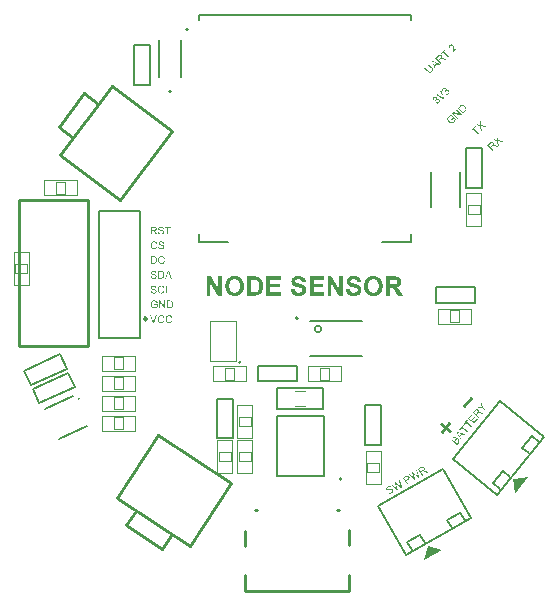
<source format=gto>
G04*
G04 #@! TF.GenerationSoftware,Altium Limited,Altium Designer,21.2.1 (34)*
G04*
G04 Layer_Color=65535*
%FSTAX24Y24*%
%MOIN*%
G70*
G04*
G04 #@! TF.SameCoordinates,69041C72-035C-4FA9-9E98-1EB6260ED9D6*
G04*
G04*
G04 #@! TF.FilePolarity,Positive*
G04*
G01*
G75*
%ADD10C,0.0079*%
%ADD11C,0.0050*%
%ADD12C,0.0067*%
%ADD13C,0.0098*%
%ADD14C,0.0100*%
%ADD15C,0.0039*%
%ADD16C,0.0070*%
%ADD17C,0.0040*%
G36*
X015101Y002213D02*
X015716Y002568D01*
X015237Y002696D01*
X015232Y002704D01*
X015101Y002213D01*
D02*
G37*
G36*
X018143Y004433D02*
X01859Y004985D01*
X018098Y004933D01*
X01809Y00494D01*
X018143Y004433D01*
D02*
G37*
G36*
X017581Y016217D02*
X017743Y016184D01*
X017712Y016156D01*
X017603Y016178D01*
X017602Y016178D01*
X017601Y016178D01*
X017599Y016179D01*
X017597Y016179D01*
X017591Y016181D01*
X017584Y016182D01*
X017584Y016182D01*
X017585Y01618D01*
X017585Y016177D01*
X017586Y016174D01*
X017587Y016167D01*
X017587Y016164D01*
X017588Y016161D01*
X017601Y016052D01*
X017571Y016024D01*
X017553Y016188D01*
X017405Y016219D01*
X017434Y016247D01*
X017513Y01623D01*
X017514Y01623D01*
X017514Y01623D01*
X017516Y01623D01*
X017517Y01623D01*
X017522Y016228D01*
X017527Y016227D01*
X017533Y016226D01*
X017539Y016224D01*
X017544Y016223D01*
X017549Y016221D01*
X017549Y016222D01*
X017549Y016224D01*
X017548Y016228D01*
X017548Y016232D01*
X017547Y016237D01*
X017546Y016243D01*
X017545Y01625D01*
X017545Y016257D01*
X017536Y016341D01*
X017563Y016367D01*
X017581Y016217D01*
D02*
G37*
G36*
X017383Y016164D02*
X01739Y016163D01*
X01739Y016162D01*
X017391Y016162D01*
X017394Y016162D01*
X017397Y01616D01*
X017402Y016158D01*
X017407Y016155D01*
X017413Y016152D01*
X017419Y016147D01*
X017424Y016142D01*
X017425Y016142D01*
X017425Y016141D01*
X017426Y01614D01*
X017427Y016138D01*
X017429Y016136D01*
X01743Y016134D01*
X017434Y016129D01*
X017437Y016122D01*
X01744Y016114D01*
X017442Y016105D01*
X017442Y016101D01*
X017443Y016096D01*
X017443Y016095D01*
X017443Y016095D01*
X017443Y016093D01*
X017442Y016091D01*
X017442Y016089D01*
X017441Y016086D01*
X017441Y016083D01*
X01744Y016079D01*
X017438Y016076D01*
X017437Y016071D01*
X017435Y016067D01*
X017433Y016062D01*
X01743Y016057D01*
X017427Y016052D01*
X017423Y016047D01*
X017419Y016042D01*
X01742Y016042D01*
X017421Y016042D01*
X017424Y016043D01*
X017427Y016044D01*
X017435Y016045D01*
X017439Y016046D01*
X017443Y016046D01*
X017444Y016046D01*
X017446Y016046D01*
X017451Y016046D01*
X017456Y016046D01*
X017462Y016045D01*
X01747Y016044D01*
X017478Y016042D01*
X017486Y01604D01*
X017566Y01602D01*
X017535Y015991D01*
X017474Y016007D01*
X017474Y016007D01*
X017473Y016007D01*
X017472Y016007D01*
X01747Y016008D01*
X017465Y016009D01*
X017459Y01601D01*
X017452Y016012D01*
X017445Y016013D01*
X017439Y016015D01*
X017432Y016016D01*
X017432Y016016D01*
X01743Y016016D01*
X017427Y016017D01*
X017424Y016017D01*
X017416Y016017D01*
X017412Y016017D01*
X017408Y016016D01*
X017408Y016016D01*
X017407Y016016D01*
X017405Y016016D01*
X017403Y016015D01*
X0174Y016014D01*
X017398Y016013D01*
X017392Y016011D01*
X017392Y01601D01*
X017391Y01601D01*
X01739Y016009D01*
X017388Y016008D01*
X017386Y016007D01*
X017384Y016005D01*
X017381Y016002D01*
X017349Y015972D01*
X017426Y015889D01*
X017402Y015866D01*
X017227Y016053D01*
X017314Y016134D01*
X017316Y016136D01*
X017319Y016138D01*
X017325Y016143D01*
X017331Y016148D01*
X017339Y016153D01*
X017346Y016158D01*
X01735Y01616D01*
X017353Y016161D01*
X017353Y016161D01*
X017354Y016161D01*
X017356Y016162D01*
X017359Y016163D01*
X017364Y016164D01*
X01737Y016165D01*
X017376Y016165D01*
X017383Y016164D01*
D02*
G37*
G36*
X006375Y012351D02*
X006378Y012351D01*
X006382Y01235D01*
X006386Y01235D01*
X006391Y012349D01*
X006401Y012347D01*
X006412Y012343D01*
X006418Y012341D01*
X006423Y012339D01*
X006428Y012335D01*
X006433Y012332D01*
X006433Y012332D01*
X006434Y012331D01*
X006436Y01233D01*
X006438Y012328D01*
X006439Y012326D01*
X006442Y012324D01*
X006445Y012321D01*
X006448Y012318D01*
X00645Y012314D01*
X006453Y01231D01*
X006457Y012305D01*
X00646Y0123D01*
X006462Y012295D01*
X006465Y012289D01*
X006467Y012283D01*
X00647Y012277D01*
X006436Y012269D01*
Y012269D01*
X006436Y01227D01*
X006435Y012272D01*
X006435Y012273D01*
X006434Y012276D01*
X006433Y012279D01*
X00643Y012285D01*
X006426Y012291D01*
X006422Y012298D01*
X006416Y012304D01*
X00641Y01231D01*
X006409Y01231D01*
X006407Y012312D01*
X006403Y012314D01*
X006399Y012316D01*
X006392Y012319D01*
X006385Y012321D01*
X006377Y012322D01*
X006368Y012323D01*
X006365D01*
X006363Y012322D01*
X00636D01*
X006357Y012322D01*
X00635Y012321D01*
X006342Y012319D01*
X006334Y012317D01*
X006326Y012313D01*
X006318Y012308D01*
X006318D01*
X006317Y012307D01*
X006315Y012306D01*
X006311Y012303D01*
X006307Y012298D01*
X006302Y012293D01*
X006298Y012286D01*
X006294Y012279D01*
X00629Y01227D01*
Y01227D01*
X00629Y012269D01*
X00629Y012268D01*
X006289Y012266D01*
X006288Y012264D01*
X006288Y012261D01*
X006287Y012255D01*
X006285Y012248D01*
X006284Y012239D01*
X006283Y012231D01*
X006282Y012221D01*
Y012221D01*
Y012219D01*
Y012218D01*
Y012215D01*
X006283Y012213D01*
Y012209D01*
X006283Y012206D01*
X006284Y012202D01*
X006285Y012193D01*
X006287Y012183D01*
X006289Y012174D01*
X006292Y012164D01*
Y012164D01*
X006292Y012163D01*
X006293Y012162D01*
X006294Y01216D01*
X006296Y012155D01*
X006299Y01215D01*
X006303Y012144D01*
X006308Y012138D01*
X006314Y012132D01*
X006321Y012127D01*
X006322D01*
X006322Y012127D01*
X006324Y012126D01*
X006325Y012125D01*
X006327Y012125D01*
X006329Y012124D01*
X006334Y012121D01*
X006341Y012119D01*
X006348Y012117D01*
X006356Y012116D01*
X006365Y012115D01*
X006368D01*
X00637Y012116D01*
X006372D01*
X006375Y012116D01*
X006382Y012118D01*
X006389Y01212D01*
X006397Y012122D01*
X006405Y012127D01*
X006409Y012129D01*
X006413Y012132D01*
X006413Y012132D01*
X006414Y012132D01*
X006415Y012134D01*
X006416Y012135D01*
X006418Y012137D01*
X00642Y012139D01*
X006422Y012141D01*
X006424Y012144D01*
X006426Y012147D01*
X006429Y012151D01*
X006431Y012155D01*
X006433Y012159D01*
X006435Y012164D01*
X006437Y012169D01*
X006439Y012175D01*
X00644Y012181D01*
X006474Y012172D01*
Y012172D01*
X006474Y01217D01*
X006473Y012168D01*
X006472Y012165D01*
X006471Y012162D01*
X006469Y012158D01*
X006467Y012153D01*
X006465Y012148D01*
X00646Y012138D01*
X006453Y012128D01*
X006449Y012122D01*
X006445Y012117D01*
X006441Y012113D01*
X006436Y012108D01*
X006435Y012108D01*
X006435Y012107D01*
X006433Y012107D01*
X006431Y012105D01*
X006428Y012103D01*
X006425Y012101D01*
X006421Y0121D01*
X006417Y012098D01*
X006412Y012095D01*
X006407Y012094D01*
X006401Y012092D01*
X006395Y01209D01*
X006389Y012088D01*
X006382Y012088D01*
X006375Y012087D01*
X006368Y012087D01*
X006364D01*
X006361Y012087D01*
X006358D01*
X006354Y012087D01*
X006349Y012088D01*
X006344Y012089D01*
X006333Y012091D01*
X006322Y012094D01*
X006311Y012098D01*
X006306Y0121D01*
X006301Y012103D01*
X0063Y012104D01*
X0063Y012104D01*
X006298Y012105D01*
X006297Y012107D01*
X006294Y012108D01*
X006292Y01211D01*
X006289Y012113D01*
X006286Y012116D01*
X006283Y012119D01*
X00628Y012122D01*
X006273Y012131D01*
X006267Y012141D01*
X006261Y012152D01*
Y012152D01*
X00626Y012154D01*
X00626Y012155D01*
X006259Y012158D01*
X006258Y012161D01*
X006257Y012164D01*
X006255Y012168D01*
X006254Y012173D01*
X006253Y012178D01*
X006252Y012183D01*
X00625Y012195D01*
X006248Y012208D01*
X006248Y012221D01*
Y012221D01*
Y012223D01*
Y012225D01*
X006248Y012228D01*
Y012231D01*
X006248Y012235D01*
X006249Y01224D01*
X00625Y012245D01*
X006251Y012255D01*
X006254Y012267D01*
X006258Y012279D01*
X006263Y01229D01*
X006263Y012291D01*
X006264Y012292D01*
X006264Y012293D01*
X006266Y012295D01*
X006267Y012298D01*
X006269Y012301D01*
X006274Y012307D01*
X00628Y012315D01*
X006288Y012322D01*
X006296Y01233D01*
X006306Y012336D01*
X006307Y012336D01*
X006308Y012337D01*
X006309Y012337D01*
X006311Y012339D01*
X006314Y01234D01*
X006317Y012341D01*
X006321Y012342D01*
X006325Y012344D01*
X006329Y012345D01*
X006334Y012347D01*
X006344Y012349D01*
X006356Y012351D01*
X006368Y012352D01*
X006372D01*
X006375Y012351D01*
D02*
G37*
G36*
X006105Y012347D02*
X006112Y012346D01*
X006119Y012346D01*
X006127Y012344D01*
X006133Y012343D01*
X006133D01*
X006134Y012343D01*
X006135D01*
X006137Y012342D01*
X006141Y012341D01*
X006146Y012339D01*
X006152Y012337D01*
X006158Y012333D01*
X006164Y01233D01*
X00617Y012325D01*
X006171Y012325D01*
X006171Y012324D01*
X006172Y012323D01*
X006174Y012322D01*
X006177Y012318D01*
X006182Y012313D01*
X006187Y012307D01*
X006192Y012299D01*
X006197Y012291D01*
X006201Y012281D01*
Y012281D01*
X006201Y01228D01*
X006202Y012279D01*
X006202Y012276D01*
X006203Y012274D01*
X006204Y012271D01*
X006205Y012268D01*
X006206Y012263D01*
X006207Y012259D01*
X006208Y012255D01*
X00621Y012244D01*
X006211Y012233D01*
X006211Y01222D01*
Y01222D01*
Y012219D01*
Y012217D01*
Y012215D01*
X006211Y012213D01*
Y01221D01*
X00621Y012203D01*
X006209Y012195D01*
X006208Y012186D01*
X006206Y012177D01*
X006204Y012168D01*
Y012168D01*
X006204Y012167D01*
X006203Y012166D01*
X006203Y012165D01*
X006201Y012161D01*
X006199Y012155D01*
X006197Y01215D01*
X006194Y012144D01*
X00619Y012137D01*
X006187Y012131D01*
X006186Y012131D01*
X006185Y012129D01*
X006183Y012126D01*
X00618Y012123D01*
X006176Y012119D01*
X006172Y012115D01*
X006168Y012111D01*
X006163Y012108D01*
X006163Y012108D01*
X006161Y012107D01*
X006159Y012105D01*
X006155Y012103D01*
X00615Y012101D01*
X006145Y012099D01*
X006139Y012097D01*
X006133Y012095D01*
X006132D01*
X006131Y012095D01*
X00613Y012094D01*
X006126Y012094D01*
X006121Y012093D01*
X006115Y012093D01*
X006108Y012092D01*
X0061Y012091D01*
X006092Y012091D01*
X005999D01*
Y012347D01*
X006098D01*
X006105Y012347D01*
D02*
G37*
G36*
X006353Y013335D02*
X006355D01*
X006362Y013335D01*
X00637Y013334D01*
X006378Y013332D01*
X006387Y013329D01*
X006395Y013327D01*
X006396D01*
X006396Y013326D01*
X006398Y013325D01*
X006399Y013325D01*
X006403Y013323D01*
X006408Y013319D01*
X006413Y013316D01*
X006419Y013311D01*
X006424Y013305D01*
X006429Y013299D01*
Y013299D01*
X006429Y013298D01*
X00643Y013297D01*
X00643Y013296D01*
X006432Y013292D01*
X006435Y013288D01*
X006437Y013282D01*
X006439Y013275D01*
X006441Y013267D01*
X006442Y013259D01*
X006409Y013257D01*
Y013257D01*
Y013258D01*
X006409Y013259D01*
X006408Y013261D01*
X006407Y013265D01*
X006406Y01327D01*
X006403Y013276D01*
X0064Y013282D01*
X006396Y013288D01*
X006391Y013293D01*
X00639Y013293D01*
X006388Y013295D01*
X006385Y013297D01*
X00638Y013299D01*
X006374Y013301D01*
X006366Y013304D01*
X006357Y013305D01*
X006346Y013305D01*
X006341D01*
X006339Y013305D01*
X006336Y013305D01*
X006329Y013304D01*
X006322Y013302D01*
X006315Y013301D01*
X006308Y013298D01*
X006305Y013296D01*
X006302Y013294D01*
X006301Y013294D01*
X0063Y013292D01*
X006297Y01329D01*
X006295Y013287D01*
X006292Y013283D01*
X00629Y013278D01*
X006289Y013273D01*
X006288Y013267D01*
Y013266D01*
Y013265D01*
X006288Y013262D01*
X006289Y013259D01*
X00629Y013255D01*
X006292Y013252D01*
X006294Y013248D01*
X006298Y013244D01*
X006298Y013244D01*
X0063Y013243D01*
X006301Y013242D01*
X006303Y013241D01*
X006305Y01324D01*
X006308Y013238D01*
X006311Y013237D01*
X006315Y013236D01*
X006319Y013234D01*
X006324Y013233D01*
X006329Y013231D01*
X006335Y013229D01*
X006341Y013228D01*
X006349Y013226D01*
X006349D01*
X006351Y013226D01*
X006353Y013225D01*
X006355Y013224D01*
X006359Y013224D01*
X006363Y013223D01*
X006367Y013221D01*
X006371Y01322D01*
X006381Y013218D01*
X00639Y013215D01*
X006395Y013214D01*
X006399Y013212D01*
X006402Y013211D01*
X006405Y01321D01*
X006406D01*
X006406Y013209D01*
X006408Y013209D01*
X006409Y013208D01*
X006413Y013206D01*
X006418Y013203D01*
X006423Y013199D01*
X006429Y013194D01*
X006434Y013189D01*
X006439Y013183D01*
X006439Y013183D01*
X00644Y013181D01*
X006442Y013177D01*
X006444Y013173D01*
X006446Y013168D01*
X006448Y013162D01*
X006449Y013154D01*
X006449Y013147D01*
Y013147D01*
Y013146D01*
Y013145D01*
Y013144D01*
X006449Y01314D01*
X006448Y013134D01*
X006446Y013129D01*
X006445Y013122D01*
X006442Y013116D01*
X006438Y013109D01*
Y013108D01*
X006437Y013108D01*
X006435Y013106D01*
X006433Y013102D01*
X006429Y013099D01*
X006424Y013094D01*
X006418Y013089D01*
X006412Y013085D01*
X006404Y013081D01*
X006403D01*
X006403Y01308D01*
X006402Y01308D01*
X0064Y013079D01*
X006398Y013079D01*
X006395Y013078D01*
X006389Y013076D01*
X006382Y013074D01*
X006374Y013072D01*
X006365Y013071D01*
X006355Y013071D01*
X006349D01*
X006346Y013071D01*
X006342D01*
X006339Y013072D01*
X006334Y013072D01*
X006325Y013073D01*
X006315Y013075D01*
X006306Y013078D01*
X006297Y013081D01*
X006296D01*
X006295Y013081D01*
X006294Y013082D01*
X006293Y013083D01*
X006288Y013085D01*
X006283Y013088D01*
X006277Y013093D01*
X006271Y013098D01*
X006265Y013104D01*
X00626Y013111D01*
Y013112D01*
X006259Y013112D01*
X006258Y013113D01*
X006257Y013115D01*
X006257Y013117D01*
X006255Y013119D01*
X006253Y013125D01*
X00625Y013132D01*
X006248Y013139D01*
X006247Y013148D01*
X006246Y013157D01*
X006278Y01316D01*
Y01316D01*
Y01316D01*
X006278Y013159D01*
Y013157D01*
X006279Y013154D01*
X00628Y013149D01*
X006281Y013144D01*
X006283Y013139D01*
X006285Y013133D01*
X006288Y013129D01*
X006288Y013128D01*
X00629Y013127D01*
X006291Y013124D01*
X006294Y013122D01*
X006298Y013118D01*
X006302Y013115D01*
X006308Y013112D01*
X006314Y013109D01*
X006314D01*
X006314Y013108D01*
X006315Y013108D01*
X006317Y013107D01*
X00632Y013106D01*
X006325Y013105D01*
X006331Y013103D01*
X006338Y013102D01*
X006345Y013102D01*
X006353Y013101D01*
X006356D01*
X00636Y013102D01*
X006365Y013102D01*
X00637Y013103D01*
X006376Y013103D01*
X006382Y013105D01*
X006387Y013107D01*
X006388Y013107D01*
X00639Y013108D01*
X006392Y013109D01*
X006396Y013111D01*
X006399Y013113D01*
X006403Y013116D01*
X006406Y013119D01*
X006409Y013123D01*
X00641Y013123D01*
X006411Y013125D01*
X006412Y013126D01*
X006413Y013129D01*
X006415Y013132D01*
X006416Y013136D01*
X006416Y01314D01*
X006417Y013144D01*
Y013145D01*
Y013147D01*
X006416Y013149D01*
X006416Y013152D01*
X006415Y013155D01*
X006414Y013159D01*
X006412Y013162D01*
X006409Y013166D01*
X006409Y013166D01*
X006408Y013167D01*
X006406Y013169D01*
X006404Y013171D01*
X006401Y013173D01*
X006397Y013176D01*
X006392Y013178D01*
X006386Y01318D01*
X006386Y013181D01*
X006384Y013181D01*
X006381Y013182D01*
X006379Y013183D01*
X006377Y013183D01*
X006374Y013184D01*
X006371Y013185D01*
X006367Y013186D01*
X006363Y013187D01*
X006358Y013189D01*
X006353Y01319D01*
X006347Y013191D01*
X006341Y013193D01*
X006341D01*
X006339Y013193D01*
X006338Y013194D01*
X006335Y013194D01*
X006332Y013195D01*
X006329Y013196D01*
X006322Y013198D01*
X006314Y013201D01*
X006305Y013203D01*
X006298Y013206D01*
X006294Y013207D01*
X006291Y013209D01*
X006291D01*
X006291Y013209D01*
X006288Y013211D01*
X006285Y013213D01*
X006281Y013216D01*
X006277Y013219D01*
X006273Y013223D01*
X006268Y013228D01*
X006264Y013233D01*
X006264Y013234D01*
X006263Y013236D01*
X006261Y013238D01*
X00626Y013242D01*
X006258Y013247D01*
X006257Y013253D01*
X006256Y013258D01*
X006255Y013265D01*
Y013265D01*
Y013265D01*
Y013267D01*
Y013268D01*
X006256Y013272D01*
X006257Y013277D01*
X006258Y013282D01*
X00626Y013288D01*
X006263Y013295D01*
X006266Y013301D01*
Y013301D01*
X006267Y013302D01*
X006268Y013304D01*
X006271Y013307D01*
X006274Y013311D01*
X006279Y013315D01*
X006284Y013319D01*
X006291Y013323D01*
X006298Y013327D01*
X006299D01*
X0063Y013327D01*
X006301Y013328D01*
X006302Y013328D01*
X006304Y013329D01*
X006307Y01333D01*
X006312Y013331D01*
X006319Y013333D01*
X006327Y013334D01*
X006336Y013335D01*
X006345Y013336D01*
X00635D01*
X006353Y013335D01*
D02*
G37*
G36*
X006679Y013301D02*
X006595D01*
Y013075D01*
X006561D01*
Y013301D01*
X006477D01*
Y013331D01*
X006679D01*
Y013301D01*
D02*
G37*
G36*
X006121Y013331D02*
X006125D01*
X006132Y013331D01*
X00614Y013329D01*
X006149Y013328D01*
X006157Y013327D01*
X006162Y013325D01*
X006165Y013324D01*
X006165D01*
X006166Y013324D01*
X006168Y013323D01*
X006171Y013321D01*
X006175Y013319D01*
X00618Y013315D01*
X006184Y013311D01*
X006189Y013306D01*
X006193Y0133D01*
Y0133D01*
X006194Y013299D01*
X006195Y013297D01*
X006197Y013293D01*
X006199Y013288D01*
X006201Y013283D01*
X006203Y013276D01*
X006204Y013269D01*
X006204Y013261D01*
Y013261D01*
Y01326D01*
Y013259D01*
X006204Y013257D01*
Y013254D01*
X006203Y013252D01*
X006202Y013246D01*
X0062Y013238D01*
X006197Y01323D01*
X006192Y013223D01*
X006189Y013219D01*
X006186Y013215D01*
X006186Y013215D01*
X006186Y013214D01*
X006184Y013213D01*
X006183Y013212D01*
X006181Y013211D01*
X006179Y013209D01*
X006176Y013207D01*
X006173Y013205D01*
X006169Y013203D01*
X006165Y013201D01*
X006161Y013199D01*
X006156Y013197D01*
X00615Y013196D01*
X006145Y013194D01*
X006139Y013193D01*
X006132Y013192D01*
X006133Y013191D01*
X006134Y013191D01*
X006136Y013189D01*
X006139Y013188D01*
X006146Y013184D01*
X006149Y013181D01*
X006152Y013179D01*
X006153Y013178D01*
X006155Y013176D01*
X006158Y013173D01*
X006162Y01317D01*
X006166Y013164D01*
X00617Y013159D01*
X006175Y013152D01*
X00618Y013145D01*
X006224Y013075D01*
X006182D01*
X006149Y013129D01*
Y013129D01*
X006148Y01313D01*
X006147Y013131D01*
X006146Y013132D01*
X006143Y013136D01*
X00614Y013142D01*
X006136Y013147D01*
X006132Y013153D01*
X006128Y013159D01*
X006124Y013164D01*
X006124Y013164D01*
X006123Y013166D01*
X006121Y013168D01*
X006118Y01317D01*
X006113Y013176D01*
X00611Y013179D01*
X006107Y013181D01*
X006106Y013181D01*
X006106Y013181D01*
X006104Y013182D01*
X006102Y013183D01*
X0061Y013184D01*
X006097Y013186D01*
X006091Y013187D01*
X006091D01*
X00609Y013188D01*
X006089D01*
X006087Y013188D01*
X006084Y013189D01*
X006081D01*
X006077Y013189D01*
X006033D01*
Y013075D01*
X005999D01*
Y013331D01*
X006118D01*
X006121Y013331D01*
D02*
G37*
G36*
X006106Y011859D02*
X006109D01*
X006116Y011858D01*
X006124Y011857D01*
X006132Y011855D01*
X006141Y011853D01*
X006149Y01185D01*
X006149D01*
X00615Y01185D01*
X006151Y011849D01*
X006153Y011848D01*
X006156Y011846D01*
X006161Y011843D01*
X006167Y011839D01*
X006172Y011835D01*
X006177Y011829D01*
X006182Y011823D01*
Y011822D01*
X006183Y011822D01*
X006183Y011821D01*
X006184Y01182D01*
X006186Y011816D01*
X006188Y011811D01*
X006191Y011805D01*
X006193Y011798D01*
X006194Y011791D01*
X006195Y011783D01*
X006163Y01178D01*
Y011781D01*
Y011781D01*
X006162Y011782D01*
X006162Y011784D01*
X006161Y011788D01*
X006159Y011794D01*
X006157Y0118D01*
X006154Y011806D01*
X00615Y011811D01*
X006144Y011816D01*
X006144Y011817D01*
X006142Y011818D01*
X006138Y011821D01*
X006133Y011823D01*
X006127Y011825D01*
X00612Y011827D01*
X00611Y011829D01*
X0061Y011829D01*
X006095D01*
X006093Y011829D01*
X00609Y011828D01*
X006083Y011828D01*
X006076Y011826D01*
X006068Y011824D01*
X006061Y011821D01*
X006058Y011819D01*
X006055Y011818D01*
X006055Y011817D01*
X006053Y011816D01*
X006051Y011813D01*
X006049Y01181D01*
X006046Y011806D01*
X006044Y011802D01*
X006042Y011796D01*
X006042Y011791D01*
Y01179D01*
Y011788D01*
X006042Y011786D01*
X006043Y011783D01*
X006044Y011779D01*
X006046Y011775D01*
X006048Y011772D01*
X006051Y011768D01*
X006052Y011768D01*
X006053Y011767D01*
X006055Y011765D01*
X006056Y011765D01*
X006059Y011764D01*
X006061Y011762D01*
X006065Y011761D01*
X006068Y01176D01*
X006072Y011758D01*
X006077Y011756D01*
X006082Y011755D01*
X006088Y011753D01*
X006095Y011751D01*
X006102Y01175D01*
X006103D01*
X006104Y011749D01*
X006106Y011749D01*
X006109Y011748D01*
X006112Y011747D01*
X006116Y011746D01*
X00612Y011745D01*
X006125Y011744D01*
X006134Y011741D01*
X006144Y011739D01*
X006148Y011737D01*
X006152Y011736D01*
X006156Y011735D01*
X006159Y011733D01*
X006159D01*
X00616Y011733D01*
X006161Y011732D01*
X006163Y011731D01*
X006167Y011729D01*
X006171Y011726D01*
X006177Y011722D01*
X006183Y011718D01*
X006188Y011713D01*
X006192Y011707D01*
X006193Y011706D01*
X006194Y011704D01*
X006196Y011701D01*
X006198Y011697D01*
X0062Y011691D01*
X006201Y011685D01*
X006203Y011678D01*
X006203Y011671D01*
Y01167D01*
Y01167D01*
Y011669D01*
Y011667D01*
X006202Y011663D01*
X006201Y011658D01*
X0062Y011652D01*
X006198Y011646D01*
X006195Y011639D01*
X006191Y011632D01*
Y011632D01*
X006191Y011631D01*
X006189Y011629D01*
X006186Y011626D01*
X006183Y011622D01*
X006178Y011618D01*
X006172Y011613D01*
X006165Y011609D01*
X006157Y011604D01*
X006157D01*
X006156Y011604D01*
X006155Y011604D01*
X006154Y011603D01*
X006152Y011602D01*
X006149Y011601D01*
X006143Y0116D01*
X006136Y011598D01*
X006127Y011596D01*
X006118Y011595D01*
X006108Y011594D01*
X006102D01*
X006099Y011595D01*
X006096D01*
X006092Y011595D01*
X006088Y011596D01*
X006079Y011597D01*
X006069Y011599D01*
X006059Y011601D01*
X00605Y011604D01*
X00605D01*
X006049Y011605D01*
X006048Y011606D01*
X006046Y011606D01*
X006042Y011609D01*
X006037Y011612D01*
X006031Y011616D01*
X006025Y011621D01*
X006019Y011628D01*
X006013Y011635D01*
Y011635D01*
X006012Y011636D01*
X006012Y011637D01*
X006011Y011639D01*
X00601Y01164D01*
X006009Y011643D01*
X006006Y011648D01*
X006004Y011655D01*
X006002Y011663D01*
X006Y011672D01*
X005999Y011681D01*
X006031Y011684D01*
Y011684D01*
Y011683D01*
X006032Y011682D01*
Y011681D01*
X006032Y011677D01*
X006033Y011673D01*
X006035Y011668D01*
X006036Y011662D01*
X006039Y011657D01*
X006042Y011652D01*
X006042Y011652D01*
X006043Y01165D01*
X006045Y011648D01*
X006048Y011645D01*
X006052Y011642D01*
X006056Y011639D01*
X006061Y011635D01*
X006067Y011632D01*
X006068D01*
X006068Y011632D01*
X006069Y011631D01*
X00607Y011631D01*
X006074Y01163D01*
X006079Y011629D01*
X006085Y011627D01*
X006091Y011626D01*
X006099Y011625D01*
X006107Y011625D01*
X00611D01*
X006114Y011625D01*
X006118Y011626D01*
X006123Y011626D01*
X006129Y011627D01*
X006135Y011629D01*
X006141Y01163D01*
X006142Y011631D01*
X006143Y011631D01*
X006146Y011633D01*
X006149Y011634D01*
X006153Y011637D01*
X006156Y01164D01*
X00616Y011643D01*
X006163Y011646D01*
X006163Y011647D01*
X006164Y011648D01*
X006165Y01165D01*
X006167Y011653D01*
X006168Y011656D01*
X006169Y01166D01*
X00617Y011664D01*
X00617Y011668D01*
Y011668D01*
Y01167D01*
X00617Y011673D01*
X00617Y011676D01*
X006169Y011678D01*
X006167Y011682D01*
X006166Y011686D01*
X006163Y011689D01*
X006163Y01169D01*
X006162Y011691D01*
X00616Y011692D01*
X006157Y011694D01*
X006154Y011697D01*
X00615Y011699D01*
X006146Y011702D01*
X00614Y011704D01*
X00614Y011704D01*
X006138Y011705D01*
X006135Y011706D01*
X006133Y011706D01*
X00613Y011707D01*
X006128Y011708D01*
X006125Y011709D01*
X006121Y01171D01*
X006116Y011711D01*
X006112Y011712D01*
X006107Y011714D01*
X006101Y011715D01*
X006095Y011717D01*
X006094D01*
X006093Y011717D01*
X006091Y011717D01*
X006089Y011718D01*
X006086Y011719D01*
X006083Y01172D01*
X006075Y011722D01*
X006067Y011724D01*
X006059Y011727D01*
X006051Y01173D01*
X006048Y011731D01*
X006045Y011732D01*
X006045D01*
X006044Y011733D01*
X006042Y011734D01*
X006039Y011736D01*
X006035Y011739D01*
X006031Y011742D01*
X006026Y011747D01*
X006022Y011751D01*
X006018Y011757D01*
X006018Y011757D01*
X006016Y011759D01*
X006015Y011762D01*
X006014Y011766D01*
X006012Y011771D01*
X006011Y011776D01*
X006009Y011782D01*
X006009Y011788D01*
Y011789D01*
Y011789D01*
Y01179D01*
Y011792D01*
X00601Y011795D01*
X006011Y0118D01*
X006012Y011806D01*
X006014Y011812D01*
X006016Y011818D01*
X00602Y011825D01*
Y011825D01*
X00602Y011825D01*
X006022Y011828D01*
X006025Y011831D01*
X006028Y011834D01*
X006032Y011838D01*
X006038Y011843D01*
X006045Y011847D01*
X006052Y011851D01*
X006052D01*
X006053Y011851D01*
X006054Y011851D01*
X006056Y011852D01*
X006058Y011853D01*
X00606Y011853D01*
X006066Y011855D01*
X006073Y011856D01*
X006081Y011858D01*
X006089Y011859D01*
X006099Y011859D01*
X006104D01*
X006106Y011859D01*
D02*
G37*
G36*
X006719Y011599D02*
X006681D01*
X006651Y011677D01*
X006543D01*
X006516Y011599D01*
X00648D01*
X006577Y011855D01*
X006614D01*
X006719Y011599D01*
D02*
G37*
G36*
X006355Y011855D02*
X006362Y011854D01*
X006369Y011853D01*
X006377Y011852D01*
X006383Y011851D01*
X006384D01*
X006384Y011851D01*
X006385D01*
X006387Y01185D01*
X006391Y011849D01*
X006396Y011847D01*
X006402Y011845D01*
X006408Y011841D01*
X006415Y011838D01*
X006421Y011833D01*
X006421Y011832D01*
X006421Y011832D01*
X006422Y011831D01*
X006424Y01183D01*
X006428Y011826D01*
X006432Y011821D01*
X006437Y011815D01*
X006442Y011807D01*
X006447Y011799D01*
X006451Y011789D01*
Y011789D01*
X006451Y011788D01*
X006452Y011787D01*
X006452Y011784D01*
X006453Y011782D01*
X006454Y011779D01*
X006455Y011775D01*
X006456Y011771D01*
X006457Y011767D01*
X006458Y011762D01*
X00646Y011752D01*
X006461Y011741D01*
X006461Y011728D01*
Y011728D01*
Y011727D01*
Y011725D01*
Y011723D01*
X006461Y011721D01*
Y011718D01*
X00646Y011711D01*
X006459Y011703D01*
X006458Y011694D01*
X006456Y011685D01*
X006454Y011676D01*
Y011676D01*
X006454Y011675D01*
X006453Y011674D01*
X006453Y011673D01*
X006452Y011668D01*
X006449Y011663D01*
X006447Y011657D01*
X006444Y011651D01*
X00644Y011645D01*
X006437Y011639D01*
X006436Y011639D01*
X006435Y011637D01*
X006433Y011634D01*
X00643Y011631D01*
X006426Y011627D01*
X006422Y011623D01*
X006418Y011619D01*
X006413Y011616D01*
X006413Y011616D01*
X006411Y011614D01*
X006409Y011613D01*
X006405Y011611D01*
X006401Y011609D01*
X006395Y011607D01*
X006389Y011605D01*
X006383Y011603D01*
X006382D01*
X006381Y011603D01*
X00638Y011602D01*
X006376Y011602D01*
X006371Y011601D01*
X006365Y0116D01*
X006358Y0116D01*
X00635Y011599D01*
X006342Y011599D01*
X00625D01*
Y011855D01*
X006348D01*
X006355Y011855D01*
D02*
G37*
G36*
X017015Y016715D02*
X017177Y016682D01*
X017146Y016654D01*
X017037Y016676D01*
X017036Y016676D01*
X017035Y016676D01*
X017033Y016677D01*
X017031Y016677D01*
X017025Y016679D01*
X017019Y01668D01*
X017019Y01668D01*
X017019Y016678D01*
X017019Y016675D01*
X01702Y016672D01*
X017021Y016665D01*
X017021Y016662D01*
X017022Y016659D01*
X017035Y01655D01*
X017005Y016522D01*
X016987Y016687D01*
X016839Y016717D01*
X016868Y016745D01*
X016947Y016729D01*
X016948Y016728D01*
X016948Y016728D01*
X01695Y016728D01*
X016952Y016728D01*
X016956Y016727D01*
X016961Y016726D01*
X016967Y016724D01*
X016973Y016723D01*
X016979Y016721D01*
X016984Y01672D01*
X016983Y01672D01*
X016983Y016722D01*
X016982Y016726D01*
X016982Y01673D01*
X016981Y016735D01*
X01698Y016741D01*
X01698Y016748D01*
X016979Y016755D01*
X01697Y016839D01*
X016997Y016865D01*
X017015Y016715D01*
D02*
G37*
G36*
X016845Y016681D02*
X016783Y016624D01*
X016937Y016459D01*
X016912Y016435D01*
X016758Y016601D01*
X016696Y016543D01*
X016676Y016565D01*
X016824Y016703D01*
X016845Y016681D01*
D02*
G37*
G36*
X006106Y011367D02*
X006109D01*
X006116Y011366D01*
X006124Y011365D01*
X006132Y011363D01*
X006141Y011361D01*
X006149Y011358D01*
X006149D01*
X00615Y011358D01*
X006151Y011357D01*
X006153Y011356D01*
X006156Y011354D01*
X006161Y011351D01*
X006167Y011347D01*
X006172Y011342D01*
X006177Y011337D01*
X006182Y011331D01*
Y01133D01*
X006183Y01133D01*
X006183Y011329D01*
X006184Y011328D01*
X006186Y011324D01*
X006188Y011319D01*
X006191Y011313D01*
X006193Y011306D01*
X006194Y011299D01*
X006195Y011291D01*
X006163Y011288D01*
Y011288D01*
Y011289D01*
X006162Y01129D01*
X006162Y011292D01*
X006161Y011296D01*
X006159Y011302D01*
X006157Y011308D01*
X006154Y011314D01*
X00615Y011319D01*
X006144Y011324D01*
X006144Y011325D01*
X006142Y011326D01*
X006138Y011328D01*
X006133Y011331D01*
X006127Y011333D01*
X00612Y011335D01*
X00611Y011337D01*
X0061Y011337D01*
X006095D01*
X006093Y011337D01*
X00609Y011336D01*
X006083Y011335D01*
X006076Y011334D01*
X006068Y011332D01*
X006061Y011329D01*
X006058Y011327D01*
X006055Y011325D01*
X006055Y011325D01*
X006053Y011324D01*
X006051Y011321D01*
X006049Y011318D01*
X006046Y011314D01*
X006044Y01131D01*
X006042Y011304D01*
X006042Y011298D01*
Y011298D01*
Y011296D01*
X006042Y011294D01*
X006043Y011291D01*
X006044Y011287D01*
X006046Y011283D01*
X006048Y01128D01*
X006051Y011276D01*
X006052Y011276D01*
X006053Y011274D01*
X006055Y011273D01*
X006056Y011273D01*
X006059Y011271D01*
X006061Y01127D01*
X006065Y011269D01*
X006068Y011267D01*
X006072Y011266D01*
X006077Y011264D01*
X006082Y011263D01*
X006088Y011261D01*
X006095Y011259D01*
X006102Y011257D01*
X006103D01*
X006104Y011257D01*
X006106Y011257D01*
X006109Y011256D01*
X006112Y011255D01*
X006116Y011254D01*
X00612Y011253D01*
X006125Y011252D01*
X006134Y011249D01*
X006144Y011247D01*
X006148Y011245D01*
X006152Y011244D01*
X006156Y011243D01*
X006159Y011241D01*
X006159D01*
X00616Y011241D01*
X006161Y01124D01*
X006163Y011239D01*
X006167Y011237D01*
X006171Y011234D01*
X006177Y01123D01*
X006183Y011226D01*
X006188Y01122D01*
X006192Y011215D01*
X006193Y011214D01*
X006194Y011212D01*
X006196Y011209D01*
X006198Y011204D01*
X0062Y011199D01*
X006201Y011193D01*
X006203Y011186D01*
X006203Y011179D01*
Y011178D01*
Y011178D01*
Y011177D01*
Y011175D01*
X006202Y011171D01*
X006201Y011166D01*
X0062Y01116D01*
X006198Y011154D01*
X006195Y011147D01*
X006191Y01114D01*
Y01114D01*
X006191Y011139D01*
X006189Y011137D01*
X006186Y011134D01*
X006183Y01113D01*
X006178Y011126D01*
X006172Y011121D01*
X006165Y011116D01*
X006157Y011112D01*
X006157D01*
X006156Y011112D01*
X006155Y011112D01*
X006154Y011111D01*
X006152Y01111D01*
X006149Y011109D01*
X006143Y011108D01*
X006136Y011106D01*
X006127Y011104D01*
X006118Y011103D01*
X006108Y011102D01*
X006102D01*
X006099Y011103D01*
X006096D01*
X006092Y011103D01*
X006088Y011103D01*
X006079Y011105D01*
X006069Y011106D01*
X006059Y011109D01*
X00605Y011112D01*
X00605D01*
X006049Y011113D01*
X006048Y011113D01*
X006046Y011114D01*
X006042Y011116D01*
X006037Y01112D01*
X006031Y011124D01*
X006025Y011129D01*
X006019Y011136D01*
X006013Y011143D01*
Y011143D01*
X006012Y011144D01*
X006012Y011145D01*
X006011Y011146D01*
X00601Y011148D01*
X006009Y01115D01*
X006006Y011156D01*
X006004Y011163D01*
X006002Y011171D01*
X006Y01118D01*
X005999Y011189D01*
X006031Y011192D01*
Y011192D01*
Y011191D01*
X006032Y01119D01*
Y011189D01*
X006032Y011185D01*
X006033Y01118D01*
X006035Y011176D01*
X006036Y01117D01*
X006039Y011165D01*
X006042Y01116D01*
X006042Y01116D01*
X006043Y011158D01*
X006045Y011156D01*
X006048Y011153D01*
X006052Y01115D01*
X006056Y011146D01*
X006061Y011143D01*
X006067Y01114D01*
X006068D01*
X006068Y01114D01*
X006069Y011139D01*
X00607Y011139D01*
X006074Y011138D01*
X006079Y011136D01*
X006085Y011135D01*
X006091Y011134D01*
X006099Y011133D01*
X006107Y011133D01*
X00611D01*
X006114Y011133D01*
X006118Y011133D01*
X006123Y011134D01*
X006129Y011135D01*
X006135Y011136D01*
X006141Y011138D01*
X006142Y011139D01*
X006143Y011139D01*
X006146Y011141D01*
X006149Y011142D01*
X006153Y011145D01*
X006156Y011148D01*
X00616Y01115D01*
X006163Y011154D01*
X006163Y011155D01*
X006164Y011156D01*
X006165Y011158D01*
X006167Y011161D01*
X006168Y011164D01*
X006169Y011167D01*
X00617Y011172D01*
X00617Y011176D01*
Y011176D01*
Y011178D01*
X00617Y01118D01*
X00617Y011183D01*
X006169Y011186D01*
X006167Y01119D01*
X006166Y011194D01*
X006163Y011197D01*
X006163Y011197D01*
X006162Y011199D01*
X00616Y0112D01*
X006157Y011202D01*
X006154Y011204D01*
X00615Y011207D01*
X006146Y01121D01*
X00614Y011212D01*
X00614Y011212D01*
X006138Y011213D01*
X006135Y011214D01*
X006133Y011214D01*
X00613Y011215D01*
X006128Y011216D01*
X006125Y011217D01*
X006121Y011218D01*
X006116Y011219D01*
X006112Y01122D01*
X006107Y011221D01*
X006101Y011223D01*
X006095Y011224D01*
X006094D01*
X006093Y011225D01*
X006091Y011225D01*
X006089Y011226D01*
X006086Y011227D01*
X006083Y011227D01*
X006075Y01123D01*
X006067Y011232D01*
X006059Y011235D01*
X006051Y011237D01*
X006048Y011239D01*
X006045Y01124D01*
X006045D01*
X006044Y011241D01*
X006042Y011242D01*
X006039Y011244D01*
X006035Y011247D01*
X006031Y01125D01*
X006026Y011254D01*
X006022Y011259D01*
X006018Y011264D01*
X006018Y011265D01*
X006016Y011267D01*
X006015Y01127D01*
X006014Y011274D01*
X006012Y011278D01*
X006011Y011284D01*
X006009Y01129D01*
X006009Y011296D01*
Y011297D01*
Y011297D01*
Y011298D01*
Y0113D01*
X00601Y011303D01*
X006011Y011308D01*
X006012Y011314D01*
X006014Y01132D01*
X006016Y011326D01*
X00602Y011332D01*
Y011333D01*
X00602Y011333D01*
X006022Y011335D01*
X006025Y011338D01*
X006028Y011342D01*
X006032Y011346D01*
X006038Y011351D01*
X006045Y011355D01*
X006052Y011358D01*
X006052D01*
X006053Y011359D01*
X006054Y011359D01*
X006056Y01136D01*
X006058Y011361D01*
X00606Y011361D01*
X006066Y011363D01*
X006073Y011364D01*
X006081Y011366D01*
X006089Y011367D01*
X006099Y011367D01*
X006104D01*
X006106Y011367D01*
D02*
G37*
G36*
X006366D02*
X00637Y011367D01*
X006374Y011366D01*
X006378Y011366D01*
X006383Y011365D01*
X006393Y011362D01*
X006404Y011359D01*
X006409Y011357D01*
X006415Y011354D01*
X00642Y011351D01*
X006425Y011348D01*
X006425Y011347D01*
X006426Y011347D01*
X006428Y011346D01*
X006429Y011344D01*
X006431Y011342D01*
X006434Y01134D01*
X006436Y011337D01*
X006439Y011334D01*
X006442Y01133D01*
X006445Y011325D01*
X006449Y011321D01*
X006452Y011316D01*
X006454Y011311D01*
X006457Y011305D01*
X006459Y011299D01*
X006462Y011293D01*
X006428Y011285D01*
Y011285D01*
X006428Y011286D01*
X006427Y011287D01*
X006426Y011289D01*
X006426Y011291D01*
X006425Y011294D01*
X006422Y0113D01*
X006418Y011307D01*
X006413Y011314D01*
X006408Y01132D01*
X006402Y011325D01*
X006401Y011326D01*
X006399Y011328D01*
X006395Y01133D01*
X006391Y011332D01*
X006384Y011334D01*
X006377Y011337D01*
X006369Y011338D01*
X006359Y011338D01*
X006356D01*
X006355Y011338D01*
X006352D01*
X006349Y011338D01*
X006342Y011337D01*
X006334Y011335D01*
X006326Y011332D01*
X006318Y011329D01*
X00631Y011324D01*
X006309D01*
X006309Y011323D01*
X006307Y011321D01*
X006303Y011318D01*
X006299Y011314D01*
X006294Y011308D01*
X00629Y011302D01*
X006286Y011294D01*
X006282Y011286D01*
Y011286D01*
X006282Y011285D01*
X006281Y011284D01*
X006281Y011282D01*
X00628Y01128D01*
X00628Y011277D01*
X006278Y011271D01*
X006277Y011263D01*
X006275Y011255D01*
X006275Y011246D01*
X006274Y011237D01*
Y011236D01*
Y011235D01*
Y011233D01*
Y011231D01*
X006275Y011229D01*
Y011225D01*
X006275Y011221D01*
X006275Y011217D01*
X006277Y011209D01*
X006278Y011199D01*
X006281Y011189D01*
X006284Y01118D01*
Y011179D01*
X006284Y011179D01*
X006285Y011177D01*
X006285Y011176D01*
X006288Y011171D01*
X006291Y011166D01*
X006295Y01116D01*
X0063Y011154D01*
X006306Y011148D01*
X006313Y011143D01*
X006314D01*
X006314Y011143D01*
X006315Y011142D01*
X006317Y011141D01*
X006319Y01114D01*
X006321Y011139D01*
X006326Y011137D01*
X006333Y011135D01*
X00634Y011133D01*
X006348Y011132D01*
X006357Y011131D01*
X006359D01*
X006362Y011132D01*
X006364D01*
X006367Y011132D01*
X006374Y011133D01*
X006381Y011135D01*
X006389Y011138D01*
X006397Y011142D01*
X006401Y011145D01*
X006405Y011148D01*
X006405Y011148D01*
X006406Y011148D01*
X006407Y011149D01*
X006408Y01115D01*
X00641Y011152D01*
X006412Y011155D01*
X006414Y011157D01*
X006416Y01116D01*
X006418Y011163D01*
X006421Y011167D01*
X006423Y01117D01*
X006425Y011175D01*
X006427Y01118D01*
X006429Y011185D01*
X00643Y01119D01*
X006432Y011196D01*
X006466Y011188D01*
Y011187D01*
X006466Y011186D01*
X006465Y011184D01*
X006464Y011181D01*
X006463Y011177D01*
X006461Y011173D01*
X006459Y011169D01*
X006457Y011164D01*
X006452Y011154D01*
X006445Y011143D01*
X006441Y011138D01*
X006437Y011133D01*
X006433Y011129D01*
X006428Y011124D01*
X006427Y011124D01*
X006426Y011123D01*
X006425Y011122D01*
X006423Y011121D01*
X00642Y011119D01*
X006417Y011117D01*
X006413Y011115D01*
X006409Y011113D01*
X006404Y011111D01*
X006399Y011109D01*
X006393Y011108D01*
X006387Y011106D01*
X006381Y011104D01*
X006374Y011103D01*
X006367Y011103D01*
X00636Y011102D01*
X006356D01*
X006353Y011103D01*
X006349D01*
X006345Y011103D01*
X006341Y011104D01*
X006336Y011105D01*
X006325Y011106D01*
X006314Y011109D01*
X006303Y011113D01*
X006298Y011116D01*
X006292Y011119D01*
X006292Y011119D01*
X006291Y01112D01*
X00629Y011121D01*
X006288Y011122D01*
X006286Y011124D01*
X006284Y011126D01*
X006281Y011129D01*
X006278Y011132D01*
X006275Y011135D01*
X006271Y011138D01*
X006265Y011147D01*
X006258Y011157D01*
X006253Y011168D01*
Y011168D01*
X006252Y011169D01*
X006252Y011171D01*
X006251Y011173D01*
X00625Y011176D01*
X006249Y01118D01*
X006247Y011184D01*
X006246Y011189D01*
X006245Y011193D01*
X006244Y011199D01*
X006242Y01121D01*
X00624Y011223D01*
X00624Y011237D01*
Y011237D01*
Y011239D01*
Y011241D01*
X00624Y011243D01*
Y011247D01*
X00624Y011251D01*
X006241Y011256D01*
X006241Y01126D01*
X006243Y011271D01*
X006246Y011283D01*
X00625Y011295D01*
X006255Y011306D01*
X006255Y011307D01*
X006255Y011308D01*
X006256Y011309D01*
X006258Y011311D01*
X006259Y011314D01*
X006261Y011317D01*
X006266Y011323D01*
X006272Y011331D01*
X00628Y011338D01*
X006288Y011345D01*
X006298Y011352D01*
X006298Y011352D01*
X0063Y011352D01*
X006301Y011353D01*
X006303Y011354D01*
X006306Y011355D01*
X006309Y011357D01*
X006312Y011358D01*
X006317Y01136D01*
X006321Y011361D01*
X006326Y011362D01*
X006336Y011365D01*
X006348Y011367D01*
X00636Y011367D01*
X006364D01*
X006366Y011367D01*
D02*
G37*
G36*
X00654Y011137D02*
X006667D01*
Y011107D01*
X006506D01*
Y011363D01*
X00654D01*
Y011137D01*
D02*
G37*
G36*
X016395Y017395D02*
X016401Y017394D01*
X016409Y017393D01*
X016418Y017391D01*
X016427Y017388D01*
X016437Y017384D01*
X016437Y017384D01*
X016438Y017383D01*
X01644Y017383D01*
X016441Y017381D01*
X016444Y01738D01*
X016446Y017379D01*
X016449Y017377D01*
X016453Y017374D01*
X016456Y017372D01*
X01646Y017369D01*
X016469Y017363D01*
X016477Y017355D01*
X016486Y017346D01*
X016486Y017346D01*
X016487Y017345D01*
X016488Y017344D01*
X016489Y017343D01*
X016491Y017341D01*
X016493Y017338D01*
X016497Y017333D01*
X016502Y017326D01*
X016507Y017319D01*
X016512Y017312D01*
X016516Y017304D01*
X016517Y017303D01*
X016517Y017303D01*
X016517Y017301D01*
X016518Y0173D01*
X01652Y017296D01*
X016522Y017291D01*
X016524Y017285D01*
X016526Y017279D01*
X016528Y017272D01*
X016529Y017265D01*
X016529Y017264D01*
X016529Y017262D01*
X016529Y017258D01*
X01653Y017254D01*
X01653Y017249D01*
X016529Y017243D01*
X016529Y017237D01*
X016528Y017232D01*
X016527Y017231D01*
X016527Y017229D01*
X016526Y017226D01*
X016525Y017222D01*
X016523Y017218D01*
X016521Y017213D01*
X016518Y017207D01*
X016514Y017201D01*
X016514Y017201D01*
X016513Y0172D01*
X016512Y017199D01*
X01651Y017196D01*
X016507Y017192D01*
X016503Y017187D01*
X016498Y017182D01*
X016493Y017176D01*
X016487Y01717D01*
X016419Y017107D01*
X016245Y017295D01*
X016317Y017362D01*
X016322Y017366D01*
X016328Y017371D01*
X016334Y017375D01*
X01634Y01738D01*
X016345Y017383D01*
X016345Y017383D01*
X016346Y017384D01*
X016347Y017384D01*
X016349Y017385D01*
X016352Y017387D01*
X016357Y017389D01*
X016363Y017391D01*
X01637Y017393D01*
X016377Y017395D01*
X016385Y017395D01*
X016386Y017395D01*
X016386Y017395D01*
X016388Y017395D01*
X016389Y017395D01*
X016395Y017395D01*
D02*
G37*
G36*
X016378Y017069D02*
X016352Y017045D01*
X016117Y0171D01*
X016254Y016953D01*
X01623Y016931D01*
X016056Y017118D01*
X016081Y017142D01*
X016317Y017086D01*
X016179Y017234D01*
X016203Y017256D01*
X016378Y017069D01*
D02*
G37*
G36*
X016023Y017046D02*
X016024Y017046D01*
X016026Y017046D01*
X01603Y017045D01*
X016036Y017043D01*
X016042Y017041D01*
X016049Y017038D01*
X016057Y017034D01*
X016065Y017029D01*
X016049Y017002D01*
X016048Y017003D01*
X016048Y017003D01*
X016047Y017003D01*
X016045Y017004D01*
X016042Y017006D01*
X016038Y017008D01*
X016033Y01701D01*
X016028Y017012D01*
X016022Y017014D01*
X016017Y017015D01*
X016016Y017015D01*
X016015Y017015D01*
X016012Y017015D01*
X016008Y017015D01*
X016004Y017015D01*
X015998Y017014D01*
X015993Y017013D01*
X015987Y017011D01*
X015986Y017011D01*
X015984Y01701D01*
X015981Y017009D01*
X015977Y017007D01*
X015972Y017004D01*
X015967Y017001D01*
X015962Y016997D01*
X015957Y016992D01*
X015954Y01699D01*
X015952Y016988D01*
X015951Y016987D01*
X015947Y016983D01*
X015943Y016978D01*
X015939Y016972D01*
X015935Y016966D01*
X015932Y01696D01*
X015932Y016959D01*
X015931Y016957D01*
X01593Y016953D01*
X015928Y016949D01*
X015927Y016944D01*
X015926Y016939D01*
X015925Y016933D01*
X015925Y016927D01*
X015925Y016927D01*
X015925Y016925D01*
X015925Y016922D01*
X015925Y016918D01*
X015926Y016913D01*
X015927Y016908D01*
X015929Y016903D01*
X01593Y016898D01*
X01593Y016897D01*
X015931Y016897D01*
X015931Y016895D01*
X015932Y016894D01*
X015933Y016891D01*
X015934Y016889D01*
X015935Y016886D01*
X015937Y016883D01*
X015941Y016876D01*
X015946Y016869D01*
X015951Y016861D01*
X015958Y016853D01*
X015958Y016853D01*
X015959Y016852D01*
X01596Y016851D01*
X015962Y01685D01*
X015964Y016847D01*
X015967Y016845D01*
X01597Y016843D01*
X015973Y01684D01*
X01598Y016834D01*
X015988Y016828D01*
X015997Y016823D01*
X016006Y016819D01*
X016006Y016819D01*
X016007Y016819D01*
X016008Y016818D01*
X01601Y016818D01*
X016015Y016817D01*
X016021Y016816D01*
X016029Y016815D01*
X016037Y016815D01*
X016045Y016816D01*
X016054Y016818D01*
X016055Y016818D01*
X016055Y016818D01*
X016057Y016818D01*
X016059Y016819D01*
X01606Y01682D01*
X016063Y016821D01*
X016069Y016823D01*
X016075Y016827D01*
X016083Y016831D01*
X01609Y016836D01*
X016097Y016842D01*
X0161Y016845D01*
X016101Y016847D01*
X016103Y016848D01*
X016106Y016852D01*
X016111Y016858D01*
X016115Y016863D01*
X016119Y01687D01*
X016123Y016878D01*
X016123Y016878D01*
X016123Y016879D01*
X016124Y016879D01*
X016124Y016881D01*
X016126Y016885D01*
X016128Y01689D01*
X01613Y016895D01*
X016132Y016901D01*
X016133Y016907D01*
X016134Y016913D01*
X016101Y016948D01*
X016046Y016896D01*
X016025Y016919D01*
X016105Y016993D01*
X01617Y016923D01*
X01617Y016923D01*
X01617Y016922D01*
X016169Y01692D01*
X016169Y016918D01*
X016168Y016915D01*
X016168Y016912D01*
X016167Y016908D01*
X016166Y016904D01*
X016163Y016895D01*
X01616Y016886D01*
X016157Y016876D01*
X016152Y016866D01*
X016152Y016866D01*
X016152Y016865D01*
X016151Y016864D01*
X01615Y016862D01*
X016149Y01686D01*
X016147Y016857D01*
X016145Y016854D01*
X016143Y016851D01*
X016139Y016844D01*
X016133Y016837D01*
X016127Y016829D01*
X016119Y016822D01*
X016117Y016819D01*
X016115Y016818D01*
X016112Y016815D01*
X016109Y016813D01*
X016105Y01681D01*
X016101Y016807D01*
X016092Y016802D01*
X016082Y016796D01*
X01607Y016791D01*
X016065Y016788D01*
X016058Y016786D01*
X016058Y016786D01*
X016057Y016786D01*
X016055Y016786D01*
X016052Y016785D01*
X016049Y016785D01*
X016046Y016784D01*
X016037Y016783D01*
X016027Y016783D01*
X016016Y016784D01*
X016005Y016785D01*
X015992Y016789D01*
X015992Y016789D01*
X015991Y016789D01*
X015989Y01679D01*
X015987Y016791D01*
X015984Y016792D01*
X015981Y016794D01*
X015977Y016796D01*
X015973Y016798D01*
X015969Y0168D01*
X015964Y016803D01*
X015959Y016807D01*
X015954Y01681D01*
X015944Y016819D01*
X015934Y016828D01*
X015934Y016828D01*
X015933Y016829D01*
X015932Y016831D01*
X01593Y016833D01*
X015928Y016835D01*
X015926Y016839D01*
X015923Y016842D01*
X01592Y016846D01*
X015918Y01685D01*
X015914Y016855D01*
X015908Y016866D01*
X015903Y016877D01*
X015898Y01689D01*
X015898Y01689D01*
X015898Y016891D01*
X015897Y016893D01*
X015897Y016895D01*
X015896Y016899D01*
X015895Y016902D01*
X015894Y016911D01*
X015893Y016921D01*
X015894Y016932D01*
X015895Y016944D01*
X015896Y01695D01*
X015898Y016956D01*
X015898Y016956D01*
X015898Y016957D01*
X015899Y016959D01*
X0159Y016961D01*
X015901Y016964D01*
X015903Y016967D01*
X015904Y016971D01*
X015907Y016975D01*
X015909Y016979D01*
X015912Y016984D01*
X015915Y016988D01*
X015919Y016993D01*
X015927Y017003D01*
X015931Y017009D01*
X01594Y017017D01*
X015942Y017018D01*
X015944Y01702D01*
X01595Y017024D01*
X015956Y017029D01*
X015963Y017033D01*
X015971Y017037D01*
X01598Y017041D01*
X01598Y017041D01*
X015981Y017041D01*
X015982Y017042D01*
X015983Y017042D01*
X015988Y017043D01*
X015993Y017045D01*
X016Y017046D01*
X016007Y017047D01*
X016015Y017047D01*
X016023Y017046D01*
D02*
G37*
G36*
X015816Y017967D02*
X015822Y017966D01*
X015823Y017966D01*
X015825Y017965D01*
X015828Y017964D01*
X015833Y017962D01*
X015837Y01796D01*
X015842Y017957D01*
X015847Y017953D01*
X015852Y017948D01*
X015852Y017948D01*
X015854Y017946D01*
X015855Y017944D01*
X015858Y01794D01*
X01586Y017936D01*
X015862Y017931D01*
X015864Y017926D01*
X015866Y01792D01*
X015866Y017919D01*
X015866Y017917D01*
X015866Y017914D01*
X015866Y01791D01*
X015866Y017905D01*
X015865Y017899D01*
X015863Y017893D01*
X015861Y017886D01*
X015861Y017887D01*
X015862Y017887D01*
X015863Y017887D01*
X015865Y017888D01*
X015869Y01789D01*
X015874Y017892D01*
X01588Y017894D01*
X015887Y017895D01*
X015894Y017895D01*
X015902Y017895D01*
X015903Y017894D01*
X015905Y017894D01*
X015909Y017892D01*
X015914Y01789D01*
X01592Y017888D01*
X015926Y017884D01*
X015933Y017879D01*
X015939Y017873D01*
X01594Y017873D01*
X01594Y017872D01*
X015942Y01787D01*
X015943Y017869D01*
X015945Y017866D01*
X015946Y017863D01*
X015948Y01786D01*
X015951Y017856D01*
X015954Y017848D01*
X015956Y017843D01*
X015958Y017838D01*
X015959Y017833D01*
X01596Y017827D01*
X01596Y017821D01*
X01596Y017815D01*
X01596Y017814D01*
X01596Y017813D01*
X015959Y017811D01*
X015959Y017809D01*
X015959Y017806D01*
X015958Y017803D01*
X015957Y017799D01*
X015955Y017795D01*
X015954Y01779D01*
X015952Y017785D01*
X01595Y017781D01*
X015947Y017775D01*
X015943Y01777D01*
X01594Y017765D01*
X015935Y01776D01*
X015931Y017755D01*
X015928Y017753D01*
X015926Y017752D01*
X015924Y01775D01*
X015921Y017748D01*
X015918Y017746D01*
X015914Y017744D01*
X015906Y017739D01*
X015897Y017736D01*
X015892Y017734D01*
X015887Y017733D01*
X015882Y017732D01*
X015876Y017732D01*
X015876Y017732D01*
X015875Y017732D01*
X015873Y017732D01*
X015871Y017732D01*
X015869Y017732D01*
X015865Y017733D01*
X015862Y017733D01*
X015858Y017734D01*
X015854Y017736D01*
X01585Y017737D01*
X015841Y01774D01*
X015831Y017746D01*
X015827Y017749D01*
X015822Y017753D01*
X015842Y017777D01*
X015843Y017777D01*
X015843Y017777D01*
X015845Y017776D01*
X015846Y017775D01*
X015848Y017773D01*
X01585Y017772D01*
X015855Y017769D01*
X015862Y017766D01*
X015869Y017764D01*
X015875Y017762D01*
X015882Y017761D01*
X015883Y017761D01*
X015885Y017761D01*
X015888Y017762D01*
X015892Y017763D01*
X015897Y017765D01*
X015902Y017767D01*
X015908Y01777D01*
X015913Y017775D01*
X015915Y017776D01*
X015916Y017777D01*
X015918Y01778D01*
X015921Y017785D01*
X015924Y01779D01*
X015927Y017796D01*
X015929Y017803D01*
X01593Y017811D01*
X01593Y017812D01*
X01593Y017815D01*
X015929Y017819D01*
X015929Y017824D01*
X015927Y01783D01*
X015924Y017836D01*
X015921Y017843D01*
X015916Y01785D01*
X015915Y01785D01*
X015915Y01785D01*
X015914Y017851D01*
X015913Y017852D01*
X01591Y017855D01*
X015906Y017858D01*
X0159Y017861D01*
X015895Y017863D01*
X015888Y017865D01*
X015881Y017866D01*
X015879Y017866D01*
X015877Y017866D01*
X015873Y017865D01*
X015869Y017865D01*
X015863Y017863D01*
X015857Y01786D01*
X015851Y017857D01*
X015845Y017852D01*
X015842Y01785D01*
X015841Y017848D01*
X015838Y017845D01*
X015836Y017842D01*
X015833Y017838D01*
X015831Y017834D01*
X015814Y017857D01*
X015816Y017858D01*
X015817Y017859D01*
X015821Y017862D01*
X015823Y017866D01*
X015826Y017869D01*
X015829Y017874D01*
X015833Y01788D01*
X015835Y017886D01*
X015838Y017892D01*
X015838Y017893D01*
X015838Y017893D01*
X015838Y017895D01*
X015838Y017899D01*
X015838Y017904D01*
X015837Y017909D01*
X015835Y017915D01*
X015832Y017921D01*
X01583Y017924D01*
X015828Y017927D01*
X015827Y017927D01*
X015827Y017928D01*
X015826Y017929D01*
X015823Y017931D01*
X01582Y017933D01*
X015816Y017936D01*
X015811Y017938D01*
X015806Y017939D01*
X0158Y01794D01*
X015799Y01794D01*
X015797Y01794D01*
X015794Y017939D01*
X01579Y017939D01*
X015785Y017937D01*
X01578Y017935D01*
X015775Y017932D01*
X01577Y017927D01*
X015767Y017925D01*
X015765Y017923D01*
X015763Y017919D01*
X01576Y017915D01*
X015758Y01791D01*
X015756Y017904D01*
X015755Y017898D01*
X015755Y017898D01*
X015755Y017896D01*
X015755Y017892D01*
X015756Y017888D01*
X015758Y017882D01*
X01576Y017876D01*
X015763Y01787D01*
X015767Y017863D01*
X01574Y017845D01*
X01574Y017846D01*
X01574Y017847D01*
X015739Y017848D01*
X015738Y01785D01*
X015737Y017852D01*
X015735Y017855D01*
X015732Y017862D01*
X015729Y01787D01*
X015727Y017879D01*
X015726Y017889D01*
X015726Y017899D01*
X015726Y017899D01*
X015726Y0179D01*
X015727Y017901D01*
X015727Y017903D01*
X015727Y017905D01*
X015728Y017908D01*
X015729Y017911D01*
X01573Y017915D01*
X015734Y017922D01*
X015738Y01793D01*
X015744Y017938D01*
X015747Y017942D01*
X015754Y017948D01*
X015757Y017951D01*
X015761Y017954D01*
X015766Y017957D01*
X015773Y01796D01*
X015779Y017963D01*
X015786Y017965D01*
X015786Y017966D01*
X015787Y017966D01*
X015789Y017966D01*
X015793Y017967D01*
X015797Y017968D01*
X015803Y017968D01*
X015809Y017968D01*
X015816Y017967D01*
D02*
G37*
G36*
X015496Y017669D02*
X015502Y017667D01*
X015503Y017667D01*
X015505Y017667D01*
X015508Y017665D01*
X015512Y017663D01*
X015517Y017661D01*
X015522Y017658D01*
X015527Y017654D01*
X015532Y01765D01*
X015532Y017649D01*
X015534Y017648D01*
X015535Y017645D01*
X015538Y017642D01*
X01554Y017638D01*
X015542Y017633D01*
X015544Y017627D01*
X015546Y017621D01*
X015546Y017621D01*
X015546Y017619D01*
X015546Y017615D01*
X015546Y017611D01*
X015546Y017606D01*
X015545Y017601D01*
X015543Y017595D01*
X015541Y017588D01*
X015541Y017588D01*
X015542Y017588D01*
X015543Y017589D01*
X015544Y01759D01*
X015548Y017591D01*
X015554Y017593D01*
X01556Y017595D01*
X015567Y017596D01*
X015574Y017597D01*
X015582Y017596D01*
X015583Y017596D01*
X015585Y017595D01*
X015589Y017594D01*
X015594Y017592D01*
X0156Y017589D01*
X015606Y017586D01*
X015613Y017581D01*
X015619Y017574D01*
X01562Y017574D01*
X01562Y017573D01*
X015622Y017572D01*
X015623Y01757D01*
X015625Y017568D01*
X015626Y017565D01*
X015628Y017561D01*
X01563Y017558D01*
X015634Y017549D01*
X015636Y017544D01*
X015637Y01754D01*
X015639Y017534D01*
X015639Y017528D01*
X01564Y017522D01*
X01564Y017516D01*
X01564Y017515D01*
X01564Y017514D01*
X015639Y017513D01*
X015639Y01751D01*
X015639Y017507D01*
X015638Y017504D01*
X015637Y0175D01*
X015635Y017496D01*
X015634Y017492D01*
X015632Y017487D01*
X015629Y017482D01*
X015627Y017477D01*
X015623Y017472D01*
X015619Y017467D01*
X015615Y017462D01*
X01561Y017457D01*
X015608Y017455D01*
X015606Y017453D01*
X015604Y017452D01*
X015601Y01745D01*
X015598Y017448D01*
X015594Y017445D01*
X015586Y017441D01*
X015577Y017437D01*
X015572Y017436D01*
X015567Y017435D01*
X015561Y017434D01*
X015556Y017433D01*
X015555Y017433D01*
X015554Y017433D01*
X015553Y017433D01*
X015551Y017434D01*
X015548Y017434D01*
X015545Y017435D01*
X015542Y017435D01*
X015538Y017436D01*
X015534Y017437D01*
X01553Y017438D01*
X015521Y017442D01*
X015511Y017447D01*
X015507Y017451D01*
X015502Y017454D01*
X015522Y017479D01*
X015522Y017478D01*
X015523Y017478D01*
X015525Y017477D01*
X015526Y017476D01*
X015528Y017475D01*
X01553Y017474D01*
X015535Y017471D01*
X015542Y017468D01*
X015548Y017465D01*
X015555Y017463D01*
X015562Y017463D01*
X015563Y017463D01*
X015565Y017463D01*
X015568Y017464D01*
X015572Y017465D01*
X015577Y017466D01*
X015582Y017469D01*
X015588Y017472D01*
X015593Y017476D01*
X015595Y017478D01*
X015596Y017479D01*
X015598Y017482D01*
X015601Y017486D01*
X015604Y017492D01*
X015607Y017498D01*
X015609Y017505D01*
X01561Y017513D01*
X01561Y017514D01*
X01561Y017517D01*
X015609Y01752D01*
X015608Y017526D01*
X015607Y017532D01*
X015604Y017538D01*
X0156Y017545D01*
X015595Y017551D01*
X015595Y017551D01*
X015595Y017552D01*
X015594Y017553D01*
X015593Y017554D01*
X01559Y017556D01*
X015585Y017559D01*
X01558Y017562D01*
X015574Y017565D01*
X015568Y017567D01*
X01556Y017567D01*
X015559Y017568D01*
X015557Y017567D01*
X015553Y017567D01*
X015549Y017566D01*
X015543Y017564D01*
X015537Y017562D01*
X015531Y017558D01*
X015525Y017553D01*
X015522Y017551D01*
X01552Y017549D01*
X015518Y017546D01*
X015516Y017543D01*
X015513Y01754D01*
X015511Y017536D01*
X015494Y017559D01*
X015496Y01756D01*
X015497Y017561D01*
X015501Y017564D01*
X015503Y017567D01*
X015506Y017571D01*
X015509Y017576D01*
X015513Y017581D01*
X015515Y017587D01*
X015518Y017594D01*
X015518Y017594D01*
X015518Y017595D01*
X015518Y017597D01*
X015518Y017601D01*
X015518Y017605D01*
X015517Y017611D01*
X015515Y017616D01*
X015512Y017622D01*
X01551Y017626D01*
X015508Y017629D01*
X015507Y017629D01*
X015507Y017629D01*
X015506Y017631D01*
X015503Y017632D01*
X0155Y017635D01*
X015496Y017637D01*
X015491Y017639D01*
X015485Y017641D01*
X015479Y017641D01*
X015479Y017641D01*
X015477Y017641D01*
X015473Y017641D01*
X015469Y01764D01*
X015465Y017638D01*
X01546Y017636D01*
X015455Y017633D01*
X015449Y017629D01*
X015447Y017627D01*
X015445Y017624D01*
X015443Y017621D01*
X01544Y017616D01*
X015438Y017612D01*
X015436Y017606D01*
X015435Y0176D01*
X015435Y017599D01*
X015435Y017597D01*
X015435Y017594D01*
X015436Y017589D01*
X015437Y017584D01*
X01544Y017578D01*
X015443Y017571D01*
X015447Y017564D01*
X01542Y017547D01*
X01542Y017547D01*
X01542Y017548D01*
X015419Y017549D01*
X015418Y017551D01*
X015416Y017554D01*
X015415Y017557D01*
X015412Y017563D01*
X015409Y017572D01*
X015407Y017581D01*
X015406Y01759D01*
X015406Y0176D01*
X015406Y017601D01*
X015406Y017601D01*
X015407Y017603D01*
X015407Y017605D01*
X015407Y017607D01*
X015408Y01761D01*
X015409Y017613D01*
X01541Y017616D01*
X015414Y017623D01*
X015418Y017631D01*
X015424Y01764D01*
X015427Y017644D01*
X015434Y01765D01*
X015437Y017652D01*
X015441Y017655D01*
X015446Y017658D01*
X015452Y017662D01*
X015459Y017665D01*
X015466Y017667D01*
X015466Y017667D01*
X015466Y017667D01*
X015469Y017668D01*
X015473Y017668D01*
X015477Y017669D01*
X015483Y017669D01*
X015489Y017669D01*
X015496Y017669D01*
D02*
G37*
G36*
X015782Y017623D02*
X015756Y017599D01*
X015509Y017718D01*
X015536Y017743D01*
X015712Y017653D01*
X015712Y017653D01*
X015713Y017652D01*
X015714Y017652D01*
X015715Y017651D01*
X015717Y01765D01*
X015719Y017649D01*
X015724Y017646D01*
X01573Y017643D01*
X015736Y017639D01*
X01575Y017631D01*
X01575Y017632D01*
X015749Y017632D01*
X015749Y017633D01*
X015748Y017635D01*
X015746Y017638D01*
X015744Y017644D01*
X015741Y01765D01*
X015738Y017656D01*
X015734Y017664D01*
X015731Y017671D01*
X015655Y017855D01*
X01568Y017878D01*
X015782Y017623D01*
D02*
G37*
G36*
X006134Y010875D02*
X006137D01*
X006144Y010874D01*
X006152Y010873D01*
X00616Y010871D01*
X006169Y010869D01*
X006178Y010866D01*
X006178D01*
X006179Y010866D01*
X00618Y010865D01*
X006181Y010864D01*
X006186Y010862D01*
X006191Y01086D01*
X006196Y010856D01*
X006202Y010851D01*
X006208Y010847D01*
X006213Y010841D01*
X006214Y01084D01*
X006215Y010838D01*
X006217Y010834D01*
X00622Y01083D01*
X006223Y010824D01*
X006227Y010816D01*
X00623Y010808D01*
X006233Y010799D01*
X006202Y010791D01*
Y010791D01*
X006201Y010792D01*
X006201Y010793D01*
X006201Y010794D01*
X0062Y010797D01*
X006198Y010802D01*
X006196Y010807D01*
X006193Y010812D01*
X006191Y010817D01*
X006187Y010821D01*
X006187Y010822D01*
X006186Y010823D01*
X006184Y010825D01*
X006181Y010828D01*
X006178Y010831D01*
X006173Y010834D01*
X006169Y010837D01*
X006163Y010839D01*
X006162Y01084D01*
X00616Y01084D01*
X006157Y010841D01*
X006153Y010843D01*
X006147Y010844D01*
X006142Y010845D01*
X006135Y010846D01*
X006128Y010846D01*
X006124D01*
X006122Y010846D01*
X00612D01*
X006114Y010846D01*
X006108Y010844D01*
X006101Y010843D01*
X006094Y010841D01*
X006087Y010839D01*
X006087Y010839D01*
X006085Y010838D01*
X006082Y010836D01*
X006078Y010834D01*
X006073Y010831D01*
X006069Y010828D01*
X006064Y010824D01*
X00606Y01082D01*
X00606Y01082D01*
X006058Y010819D01*
X006056Y010816D01*
X006054Y010813D01*
X006052Y010809D01*
X006049Y010805D01*
X006046Y0108D01*
X006044Y010795D01*
Y010794D01*
X006043Y010794D01*
X006043Y010793D01*
X006042Y010791D01*
X006042Y010789D01*
X006041Y010786D01*
X00604Y010783D01*
X006039Y01078D01*
X006037Y010772D01*
X006036Y010763D01*
X006035Y010754D01*
X006034Y010743D01*
Y010743D01*
Y010742D01*
Y01074D01*
X006035Y010738D01*
Y010735D01*
X006035Y010731D01*
X006035Y010728D01*
X006036Y010723D01*
X006037Y010714D01*
X006039Y010705D01*
X006042Y010695D01*
X006046Y010686D01*
Y010685D01*
X006046Y010685D01*
X006047Y010683D01*
X006048Y010682D01*
X006051Y010678D01*
X006055Y010673D01*
X006059Y010667D01*
X006065Y010662D01*
X006072Y010656D01*
X00608Y010652D01*
X00608D01*
X006081Y010651D01*
X006082Y010651D01*
X006084Y01065D01*
X006086Y010649D01*
X006089Y010648D01*
X006095Y010646D01*
X006102Y010644D01*
X00611Y010642D01*
X006119Y010641D01*
X006128Y010641D01*
X006132D01*
X006134Y010641D01*
X006136D01*
X006142Y010642D01*
X006149Y010642D01*
X006156Y010644D01*
X006163Y010646D01*
X006171Y010649D01*
X006171D01*
X006172Y010649D01*
X006173Y010649D01*
X006174Y01065D01*
X006179Y010652D01*
X006183Y010654D01*
X006188Y010657D01*
X006194Y01066D01*
X006199Y010663D01*
X006203Y010667D01*
Y010715D01*
X006128D01*
Y010745D01*
X006237D01*
Y01065D01*
X006236Y01065D01*
X006235Y010649D01*
X006234Y010648D01*
X006232Y010647D01*
X00623Y010645D01*
X006227Y010644D01*
X006224Y010641D01*
X006221Y010639D01*
X006213Y010634D01*
X006204Y010629D01*
X006195Y010624D01*
X006185Y01062D01*
X006184D01*
X006184Y01062D01*
X006182Y010619D01*
X00618Y010619D01*
X006178Y010618D01*
X006175Y010617D01*
X006171Y010616D01*
X006168Y010615D01*
X00616Y010614D01*
X006151Y010612D01*
X006141Y010611D01*
X00613Y01061D01*
X006127D01*
X006124Y010611D01*
X006121D01*
X006117Y010611D01*
X006112Y010612D01*
X006107Y010612D01*
X006097Y010614D01*
X006085Y010617D01*
X006073Y010621D01*
X006068Y010623D01*
X006062Y010626D01*
X006061Y010627D01*
X00606Y010627D01*
X006059Y010628D01*
X006056Y010629D01*
X006054Y010631D01*
X006051Y010633D01*
X006044Y010638D01*
X006037Y010645D01*
X006029Y010653D01*
X006022Y010662D01*
X006015Y010673D01*
Y010673D01*
X006014Y010674D01*
X006014Y010676D01*
X006012Y010678D01*
X006011Y010681D01*
X00601Y010685D01*
X006009Y010688D01*
X006007Y010693D01*
X006006Y010698D01*
X006004Y010703D01*
X006003Y010709D01*
X006002Y010715D01*
X006Y010728D01*
X005999Y010741D01*
Y010742D01*
Y010743D01*
Y010745D01*
X006Y010748D01*
Y010751D01*
X006Y010755D01*
X006001Y010759D01*
X006001Y010764D01*
X006002Y010769D01*
X006003Y010775D01*
X006006Y010786D01*
X00601Y010799D01*
X006015Y010811D01*
X006015Y010811D01*
X006016Y010812D01*
X006016Y010814D01*
X006018Y010816D01*
X006019Y010819D01*
X006021Y010822D01*
X006026Y010829D01*
X006033Y010837D01*
X006041Y010845D01*
X006049Y010853D01*
X006055Y010856D01*
X00606Y010859D01*
X00606Y01086D01*
X006061Y01086D01*
X006063Y010861D01*
X006065Y010862D01*
X006068Y010863D01*
X006071Y010864D01*
X006075Y010866D01*
X006079Y010867D01*
X006084Y010869D01*
X006089Y01087D01*
X006095Y010871D01*
X006101Y010873D01*
X006114Y010874D01*
X00612Y010875D01*
X006132D01*
X006134Y010875D01*
D02*
G37*
G36*
X006488Y010615D02*
X006453D01*
X006319Y010816D01*
Y010615D01*
X006286D01*
Y010871D01*
X006321D01*
X006455Y010669D01*
Y010871D01*
X006488D01*
Y010615D01*
D02*
G37*
G36*
X00665Y01087D02*
X006657Y01087D01*
X006665Y010869D01*
X006672Y010868D01*
X006678Y010867D01*
X006679D01*
X006679Y010867D01*
X006681D01*
X006682Y010866D01*
X006686Y010865D01*
X006691Y010863D01*
X006697Y01086D01*
X006704Y010857D01*
X00671Y010853D01*
X006716Y010849D01*
X006716Y010848D01*
X006716Y010848D01*
X006718Y010847D01*
X006719Y010846D01*
X006723Y010842D01*
X006727Y010837D01*
X006732Y01083D01*
X006737Y010823D01*
X006742Y010814D01*
X006746Y010805D01*
Y010804D01*
X006746Y010804D01*
X006747Y010802D01*
X006748Y0108D01*
X006749Y010797D01*
X006749Y010794D01*
X00675Y010791D01*
X006751Y010787D01*
X006752Y010783D01*
X006753Y010778D01*
X006755Y010768D01*
X006756Y010756D01*
X006756Y010744D01*
Y010743D01*
Y010743D01*
Y010741D01*
Y010739D01*
X006756Y010736D01*
Y010733D01*
X006756Y010726D01*
X006755Y010718D01*
X006754Y01071D01*
X006752Y010701D01*
X006749Y010692D01*
Y010692D01*
X006749Y010691D01*
X006749Y01069D01*
X006748Y010688D01*
X006747Y010684D01*
X006745Y010679D01*
X006742Y010673D01*
X006739Y010667D01*
X006736Y010661D01*
X006732Y010655D01*
X006732Y010654D01*
X00673Y010652D01*
X006728Y01065D01*
X006725Y010646D01*
X006722Y010643D01*
X006718Y010639D01*
X006714Y010635D01*
X006709Y010632D01*
X006708Y010631D01*
X006707Y01063D01*
X006704Y010629D01*
X0067Y010627D01*
X006696Y010625D01*
X006691Y010623D01*
X006685Y010621D01*
X006678Y010619D01*
X006677D01*
X006676Y010618D01*
X006675Y010618D01*
X006671Y010618D01*
X006666Y010617D01*
X00666Y010616D01*
X006653Y010615D01*
X006645Y010615D01*
X006637Y010615D01*
X006545D01*
Y010871D01*
X006643D01*
X00665Y01087D01*
D02*
G37*
G36*
X006624Y010383D02*
X006628Y010382D01*
X006632Y010382D01*
X006636Y010382D01*
X006641Y01038D01*
X006651Y010378D01*
X006662Y010375D01*
X006667Y010373D01*
X006672Y01037D01*
X006678Y010367D01*
X006683Y010363D01*
X006683Y010363D01*
X006684Y010363D01*
X006685Y010362D01*
X006687Y01036D01*
X006689Y010358D01*
X006692Y010355D01*
X006694Y010352D01*
X006697Y010349D01*
X0067Y010346D01*
X006703Y010341D01*
X006706Y010337D01*
X006709Y010332D01*
X006712Y010326D01*
X006715Y010321D01*
X006717Y010315D01*
X006719Y010308D01*
X006686Y010301D01*
Y010301D01*
X006686Y010302D01*
X006685Y010303D01*
X006684Y010305D01*
X006684Y010307D01*
X006682Y01031D01*
X006679Y010316D01*
X006676Y010323D01*
X006671Y010329D01*
X006666Y010336D01*
X00666Y010341D01*
X006659Y010342D01*
X006657Y010343D01*
X006653Y010345D01*
X006648Y010348D01*
X006642Y01035D01*
X006635Y010352D01*
X006627Y010354D01*
X006617Y010354D01*
X006614D01*
X006613Y010354D01*
X00661D01*
X006607Y010353D01*
X0066Y010352D01*
X006592Y010351D01*
X006584Y010348D01*
X006576Y010345D01*
X006568Y01034D01*
X006567D01*
X006567Y010339D01*
X006564Y010337D01*
X006561Y010334D01*
X006557Y01033D01*
X006552Y010324D01*
X006548Y010318D01*
X006544Y01031D01*
X00654Y010302D01*
Y010301D01*
X00654Y010301D01*
X006539Y010299D01*
X006539Y010298D01*
X006538Y010295D01*
X006537Y010293D01*
X006536Y010286D01*
X006535Y010279D01*
X006533Y010271D01*
X006533Y010262D01*
X006532Y010252D01*
Y010252D01*
Y010251D01*
Y010249D01*
Y010247D01*
X006533Y010244D01*
Y010241D01*
X006533Y010237D01*
X006533Y010233D01*
X006534Y010224D01*
X006536Y010215D01*
X006539Y010205D01*
X006541Y010195D01*
Y010195D01*
X006542Y010194D01*
X006543Y010193D01*
X006543Y010191D01*
X006546Y010187D01*
X006549Y010182D01*
X006553Y010176D01*
X006558Y01017D01*
X006564Y010164D01*
X006571Y010159D01*
X006571D01*
X006572Y010158D01*
X006573Y010158D01*
X006575Y010157D01*
X006577Y010156D01*
X006579Y010155D01*
X006584Y010153D01*
X006591Y010151D01*
X006598Y010149D01*
X006606Y010147D01*
X006615Y010147D01*
X006617D01*
X00662Y010147D01*
X006622D01*
X006625Y010148D01*
X006631Y010149D01*
X006639Y010151D01*
X006647Y010154D01*
X006655Y010158D01*
X006659Y01016D01*
X006663Y010163D01*
X006663Y010164D01*
X006664Y010164D01*
X006665Y010165D01*
X006666Y010166D01*
X006668Y010168D01*
X006669Y01017D01*
X006672Y010172D01*
X006674Y010175D01*
X006676Y010179D01*
X006678Y010182D01*
X006681Y010186D01*
X006683Y010191D01*
X006685Y010195D01*
X006687Y010201D01*
X006688Y010206D01*
X00669Y010212D01*
X006724Y010204D01*
Y010203D01*
X006724Y010202D01*
X006723Y0102D01*
X006722Y010197D01*
X006721Y010193D01*
X006719Y010189D01*
X006717Y010185D01*
X006715Y01018D01*
X00671Y01017D01*
X006703Y010159D01*
X006699Y010154D01*
X006695Y010149D01*
X006691Y010144D01*
X006685Y01014D01*
X006685Y01014D01*
X006684Y010139D01*
X006682Y010138D01*
X006681Y010137D01*
X006678Y010135D01*
X006675Y010133D01*
X006671Y010131D01*
X006667Y010129D01*
X006662Y010127D01*
X006657Y010125D01*
X006651Y010123D01*
X006645Y010121D01*
X006639Y01012D01*
X006632Y010119D01*
X006625Y010118D01*
X006618Y010118D01*
X006614D01*
X006611Y010118D01*
X006607D01*
X006603Y010119D01*
X006599Y01012D01*
X006594Y01012D01*
X006583Y010122D01*
X006572Y010125D01*
X006561Y010129D01*
X006556Y010132D01*
X00655Y010135D01*
X00655Y010135D01*
X006549Y010136D01*
X006548Y010137D01*
X006546Y010138D01*
X006544Y01014D01*
X006541Y010142D01*
X006539Y010144D01*
X006536Y010147D01*
X006533Y010151D01*
X006529Y010154D01*
X006523Y010163D01*
X006516Y010172D01*
X006511Y010184D01*
Y010184D01*
X00651Y010185D01*
X00651Y010187D01*
X006509Y010189D01*
X006508Y010192D01*
X006507Y010196D01*
X006505Y0102D01*
X006504Y010204D01*
X006503Y010209D01*
X006502Y010215D01*
X0065Y010226D01*
X006498Y010239D01*
X006497Y010252D01*
Y010253D01*
Y010254D01*
Y010256D01*
X006498Y010259D01*
Y010263D01*
X006498Y010266D01*
X006499Y010271D01*
X006499Y010276D01*
X006501Y010287D01*
X006504Y010299D01*
X006507Y010311D01*
X006513Y010322D01*
X006513Y010322D01*
X006513Y010323D01*
X006514Y010325D01*
X006516Y010327D01*
X006517Y010329D01*
X006519Y010332D01*
X006524Y010339D01*
X00653Y010346D01*
X006537Y010354D01*
X006546Y010361D01*
X006556Y010367D01*
X006556Y010368D01*
X006557Y010368D01*
X006559Y010369D01*
X006561Y01037D01*
X006564Y010371D01*
X006567Y010372D01*
X00657Y010374D01*
X006574Y010375D01*
X006579Y010377D01*
X006584Y010378D01*
X006594Y01038D01*
X006606Y010382D01*
X006618Y010383D01*
X006622D01*
X006624Y010383D01*
D02*
G37*
G36*
X006366D02*
X006369Y010382D01*
X006373Y010382D01*
X006378Y010382D01*
X006382Y01038D01*
X006392Y010378D01*
X006403Y010375D01*
X006409Y010373D01*
X006414Y01037D01*
X006419Y010367D01*
X006425Y010363D01*
X006425Y010363D01*
X006426Y010363D01*
X006427Y010362D01*
X006429Y01036D01*
X006431Y010358D01*
X006433Y010355D01*
X006436Y010352D01*
X006439Y010349D01*
X006442Y010346D01*
X006445Y010341D01*
X006448Y010337D01*
X006451Y010332D01*
X006454Y010326D01*
X006457Y010321D01*
X006459Y010315D01*
X006461Y010308D01*
X006428Y010301D01*
Y010301D01*
X006428Y010302D01*
X006427Y010303D01*
X006426Y010305D01*
X006425Y010307D01*
X006424Y01031D01*
X006421Y010316D01*
X006418Y010323D01*
X006413Y010329D01*
X006408Y010336D01*
X006402Y010341D01*
X006401Y010342D01*
X006399Y010343D01*
X006395Y010345D01*
X00639Y010348D01*
X006384Y01035D01*
X006377Y010352D01*
X006368Y010354D01*
X006359Y010354D01*
X006356D01*
X006354Y010354D01*
X006352D01*
X006349Y010353D01*
X006342Y010352D01*
X006334Y010351D01*
X006326Y010348D01*
X006317Y010345D01*
X006309Y01034D01*
X006309D01*
X006309Y010339D01*
X006306Y010337D01*
X006303Y010334D01*
X006299Y01033D01*
X006294Y010324D01*
X006289Y010318D01*
X006285Y01031D01*
X006282Y010302D01*
Y010301D01*
X006281Y010301D01*
X006281Y010299D01*
X006281Y010298D01*
X00628Y010295D01*
X006279Y010293D01*
X006278Y010286D01*
X006277Y010279D01*
X006275Y010271D01*
X006274Y010262D01*
X006274Y010252D01*
Y010252D01*
Y010251D01*
Y010249D01*
Y010247D01*
X006274Y010244D01*
Y010241D01*
X006275Y010237D01*
X006275Y010233D01*
X006276Y010224D01*
X006278Y010215D01*
X00628Y010205D01*
X006283Y010195D01*
Y010195D01*
X006284Y010194D01*
X006284Y010193D01*
X006285Y010191D01*
X006287Y010187D01*
X006291Y010182D01*
X006295Y010176D01*
X0063Y01017D01*
X006306Y010164D01*
X006313Y010159D01*
X006313D01*
X006314Y010158D01*
X006315Y010158D01*
X006317Y010157D01*
X006318Y010156D01*
X006321Y010155D01*
X006326Y010153D01*
X006332Y010151D01*
X00634Y010149D01*
X006348Y010147D01*
X006356Y010147D01*
X006359D01*
X006361Y010147D01*
X006364D01*
X006366Y010148D01*
X006373Y010149D01*
X006381Y010151D01*
X006389Y010154D01*
X006397Y010158D01*
X006401Y01016D01*
X006405Y010163D01*
X006405Y010164D01*
X006405Y010164D01*
X006406Y010165D01*
X006408Y010166D01*
X006409Y010168D01*
X006411Y01017D01*
X006413Y010172D01*
X006415Y010175D01*
X006418Y010179D01*
X00642Y010182D01*
X006422Y010186D01*
X006425Y010191D01*
X006426Y010195D01*
X006428Y010201D01*
X00643Y010206D01*
X006432Y010212D01*
X006466Y010204D01*
Y010203D01*
X006465Y010202D01*
X006465Y0102D01*
X006463Y010197D01*
X006462Y010193D01*
X006461Y010189D01*
X006459Y010185D01*
X006457Y01018D01*
X006452Y01017D01*
X006445Y010159D01*
X006441Y010154D01*
X006437Y010149D01*
X006432Y010144D01*
X006427Y01014D01*
X006427Y01014D01*
X006426Y010139D01*
X006424Y010138D01*
X006422Y010137D01*
X006419Y010135D01*
X006416Y010133D01*
X006412Y010131D01*
X006408Y010129D01*
X006403Y010127D01*
X006398Y010125D01*
X006393Y010123D01*
X006387Y010121D01*
X006381Y01012D01*
X006374Y010119D01*
X006367Y010118D01*
X006359Y010118D01*
X006355D01*
X006352Y010118D01*
X006349D01*
X006345Y010119D01*
X006341Y01012D01*
X006335Y01012D01*
X006325Y010122D01*
X006314Y010125D01*
X006302Y010129D01*
X006297Y010132D01*
X006292Y010135D01*
X006292Y010135D01*
X006291Y010136D01*
X006289Y010137D01*
X006288Y010138D01*
X006286Y01014D01*
X006283Y010142D01*
X00628Y010144D01*
X006277Y010147D01*
X006274Y010151D01*
X006271Y010154D01*
X006264Y010163D01*
X006258Y010172D01*
X006252Y010184D01*
Y010184D01*
X006252Y010185D01*
X006251Y010187D01*
X00625Y010189D01*
X00625Y010192D01*
X006248Y010196D01*
X006247Y0102D01*
X006246Y010204D01*
X006245Y010209D01*
X006243Y010215D01*
X006241Y010226D01*
X00624Y010239D01*
X006239Y010252D01*
Y010253D01*
Y010254D01*
Y010256D01*
X00624Y010259D01*
Y010263D01*
X00624Y010266D01*
X00624Y010271D01*
X006241Y010276D01*
X006243Y010287D01*
X006245Y010299D01*
X006249Y010311D01*
X006254Y010322D01*
X006255Y010322D01*
X006255Y010323D01*
X006256Y010325D01*
X006257Y010327D01*
X006259Y010329D01*
X006261Y010332D01*
X006265Y010339D01*
X006272Y010346D01*
X006279Y010354D01*
X006288Y010361D01*
X006298Y010367D01*
X006298Y010368D01*
X006299Y010368D01*
X006301Y010369D01*
X006302Y01037D01*
X006305Y010371D01*
X006308Y010372D01*
X006312Y010374D01*
X006316Y010375D01*
X006321Y010377D01*
X006325Y010378D01*
X006336Y01038D01*
X006348Y010382D01*
X00636Y010383D01*
X006363D01*
X006366Y010383D01*
D02*
G37*
G36*
X006119Y010123D02*
X006083D01*
X005984Y010379D01*
X006021D01*
X006087Y010192D01*
Y010192D01*
X006088Y010191D01*
X006088Y01019D01*
X006089Y010189D01*
X006089Y010187D01*
X00609Y010184D01*
X006092Y010179D01*
X006094Y010172D01*
X006096Y010165D01*
X006101Y010151D01*
Y010151D01*
X006101Y010152D01*
X006102Y010153D01*
X006102Y010154D01*
X006103Y010158D01*
X006105Y010164D01*
X006107Y01017D01*
X006109Y010177D01*
X006112Y010185D01*
X006114Y010192D01*
X006184Y010379D01*
X006218D01*
X006119Y010123D01*
D02*
G37*
G36*
X012786Y011687D02*
X012796Y011686D01*
X012808Y011685D01*
X01282Y011683D01*
X012834Y011681D01*
X012864Y011675D01*
X012878Y01167D01*
X012893Y011666D01*
X012908Y011659D01*
X012922Y011652D01*
X012935Y011643D01*
X012947Y011634D01*
X012948Y011633D01*
X01295Y011631D01*
X012952Y011629D01*
X012956Y011625D01*
X012961Y011619D01*
X012966Y011613D01*
X012972Y011605D01*
X012978Y011597D01*
X012984Y011587D01*
X012989Y011577D01*
X012995Y011565D01*
X013Y011552D01*
X013004Y011539D01*
X013008Y011524D01*
X013011Y011509D01*
X013012Y011493D01*
X012882Y011488D01*
Y011489D01*
Y01149D01*
X01288Y011496D01*
X012878Y011505D01*
X012875Y011515D01*
X01287Y011527D01*
X012864Y011538D01*
X012855Y011549D01*
X012846Y011558D01*
X012845Y011559D01*
X012841Y011562D01*
X012835Y011566D01*
X012826Y011569D01*
X012815Y011573D01*
X012801Y011577D01*
X012784Y01158D01*
X012765Y01158D01*
X012755D01*
X012745Y01158D01*
X012733Y011578D01*
X012719Y011575D01*
X012705Y01157D01*
X012691Y011565D01*
X012678Y011556D01*
X012677Y011556D01*
X012675Y011554D01*
X012671Y011551D01*
X012668Y011546D01*
X012664Y011541D01*
X01266Y011533D01*
X012658Y011526D01*
X012657Y011517D01*
Y011516D01*
Y011513D01*
X012658Y011508D01*
X01266Y011504D01*
X012662Y011497D01*
X012665Y011491D01*
X012669Y011484D01*
X012676Y011478D01*
X012677Y011477D01*
X012681Y011474D01*
X012684Y011472D01*
X012689Y01147D01*
X012693Y011468D01*
X0127Y011465D01*
X012707Y011462D01*
X012716Y011458D01*
X012726Y011455D01*
X012736Y011451D01*
X012749Y011447D01*
X012763Y011444D01*
X012778Y01144D01*
X012794Y011435D01*
X012795D01*
X012799Y011434D01*
X012803Y011433D01*
X01281Y011432D01*
X012817Y01143D01*
X012827Y011427D01*
X012837Y011424D01*
X012847Y011421D01*
X012869Y011414D01*
X012892Y011407D01*
X012914Y011398D01*
X012924Y011394D01*
X012933Y011389D01*
X012934D01*
X012935Y011388D01*
X01294Y011384D01*
X012949Y011379D01*
X012959Y011371D01*
X01297Y011362D01*
X012982Y011351D01*
X012994Y011338D01*
X013004Y011323D01*
X013005Y011321D01*
X013008Y011316D01*
X013013Y011308D01*
X013017Y011296D01*
X013022Y011281D01*
X013026Y011263D01*
X013029Y011244D01*
X01303Y011222D01*
Y011221D01*
Y011219D01*
Y011216D01*
Y011212D01*
X013029Y011208D01*
X013028Y011201D01*
X013026Y011188D01*
X013023Y011172D01*
X013017Y011154D01*
X013009Y011136D01*
X012999Y011118D01*
Y011117D01*
X012997Y011116D01*
X012993Y011111D01*
X012986Y011101D01*
X012976Y011091D01*
X012964Y011079D01*
X012949Y011068D01*
X012932Y011057D01*
X012912Y011047D01*
X012911D01*
X012909Y011046D01*
X012906Y011045D01*
X012902Y011043D01*
X012896Y011041D01*
X01289Y011039D01*
X012882Y011037D01*
X012874Y011036D01*
X012864Y011033D01*
X012853Y011031D01*
X012829Y011027D01*
X012803Y011025D01*
X012773Y011024D01*
X012761D01*
X012753Y011025D01*
X012742Y011025D01*
X012731Y011026D01*
X012718Y011028D01*
X012705Y011031D01*
X012674Y011037D01*
X012658Y011042D01*
X012643Y011047D01*
X012628Y011053D01*
X012613Y011061D01*
X012599Y011069D01*
X012586Y011079D01*
X012585Y01108D01*
X012583Y011082D01*
X01258Y011085D01*
X012576Y011089D01*
X01257Y011096D01*
X012565Y011103D01*
X012558Y011112D01*
X012552Y011121D01*
X012545Y011132D01*
X012539Y011144D01*
X012532Y011158D01*
X012526Y011173D01*
X012521Y011188D01*
X012516Y011206D01*
X012512Y011224D01*
X012509Y011244D01*
X012635Y011256D01*
Y011255D01*
X012636Y011253D01*
Y011249D01*
X012637Y011246D01*
X012641Y011235D01*
X012645Y011221D01*
X012651Y011205D01*
X012659Y011189D01*
X012668Y011175D01*
X01268Y011162D01*
X012682Y011161D01*
X012687Y011158D01*
X012694Y011153D01*
X012705Y011148D01*
X012719Y011142D01*
X012735Y011137D01*
X012754Y011134D01*
X012775Y011133D01*
X012785D01*
X012796Y011135D01*
X01281Y011136D01*
X012825Y011139D01*
X01284Y011144D01*
X012855Y01115D01*
X012868Y011159D01*
X01287Y01116D01*
X012874Y011163D01*
X012878Y011169D01*
X012885Y011176D01*
X01289Y011185D01*
X012896Y011197D01*
X0129Y011208D01*
X012901Y011221D01*
Y011222D01*
Y011224D01*
X0129Y011229D01*
X012899Y011235D01*
X012897Y01124D01*
X012895Y011247D01*
X012891Y011253D01*
X012887Y011259D01*
X012886Y01126D01*
X012884Y011262D01*
X012881Y011265D01*
X012877Y011269D01*
X01287Y011273D01*
X012862Y011278D01*
X012853Y011283D01*
X01284Y011287D01*
X01284D01*
X012836Y011289D01*
X012829Y011291D01*
X012825Y011293D01*
X012819Y011294D01*
X012813Y011296D01*
X012805Y011298D01*
X012797Y0113D01*
X012788Y011303D01*
X012777Y011306D01*
X012765Y011309D01*
X012752Y011312D01*
X012737Y011316D01*
X012736D01*
X012732Y011317D01*
X012727Y011319D01*
X01272Y011321D01*
X012712Y011323D01*
X012702Y011326D01*
X012692Y01133D01*
X01268Y011334D01*
X012656Y011343D01*
X012632Y011354D01*
X01262Y011359D01*
X01261Y011366D01*
X0126Y011372D01*
X012592Y011379D01*
X012591Y01138D01*
X012589Y011382D01*
X012586Y011384D01*
X012582Y011388D01*
X012578Y011394D01*
X012573Y0114D01*
X012568Y011407D01*
X012563Y011415D01*
X012552Y011434D01*
X012543Y011457D01*
X012539Y011469D01*
X012536Y011481D01*
X012534Y011494D01*
X012533Y011508D01*
Y011509D01*
Y01151D01*
Y011513D01*
Y011517D01*
X012535Y011526D01*
X012537Y011538D01*
X01254Y011552D01*
X012544Y011568D01*
X012551Y011584D01*
X01256Y0116D01*
Y011601D01*
X012561Y011602D01*
X012566Y011607D01*
X012571Y011615D01*
X012581Y011624D01*
X012592Y011634D01*
X012606Y011645D01*
X012621Y011655D01*
X01264Y011665D01*
X012641D01*
X012643Y011666D01*
X012645Y011667D01*
X012649Y011668D01*
X012655Y01167D01*
X01266Y011672D01*
X012668Y011674D01*
X012676Y011677D01*
X012694Y01168D01*
X012716Y011684D01*
X01274Y011687D01*
X012766Y011688D01*
X012778D01*
X012786Y011687D01*
D02*
G37*
G36*
X010947D02*
X010957Y011686D01*
X010969Y011685D01*
X010981Y011683D01*
X010995Y011681D01*
X011025Y011675D01*
X01104Y01167D01*
X011054Y011666D01*
X011069Y011659D01*
X011083Y011652D01*
X011096Y011643D01*
X011108Y011634D01*
X011109Y011633D01*
X011111Y011631D01*
X011114Y011629D01*
X011117Y011625D01*
X011122Y011619D01*
X011127Y011613D01*
X011133Y011605D01*
X011139Y011597D01*
X011145Y011587D01*
X011151Y011577D01*
X011156Y011565D01*
X011161Y011552D01*
X011165Y011539D01*
X011169Y011524D01*
X011172Y011509D01*
X011173Y011493D01*
X011043Y011488D01*
Y011489D01*
Y01149D01*
X011041Y011496D01*
X01104Y011505D01*
X011036Y011515D01*
X011031Y011527D01*
X011025Y011538D01*
X011016Y011549D01*
X011007Y011558D01*
X011006Y011559D01*
X011003Y011562D01*
X010996Y011566D01*
X010987Y011569D01*
X010976Y011573D01*
X010962Y011577D01*
X010945Y01158D01*
X010926Y01158D01*
X010916D01*
X010906Y01158D01*
X010894Y011578D01*
X01088Y011575D01*
X010866Y01157D01*
X010852Y011565D01*
X010839Y011556D01*
X010838Y011556D01*
X010836Y011554D01*
X010832Y011551D01*
X010829Y011546D01*
X010825Y011541D01*
X010821Y011533D01*
X010819Y011526D01*
X010818Y011517D01*
Y011516D01*
Y011513D01*
X010819Y011508D01*
X010821Y011504D01*
X010823Y011497D01*
X010826Y011491D01*
X01083Y011484D01*
X010837Y011478D01*
X010838Y011477D01*
X010842Y011474D01*
X010845Y011472D01*
X01085Y01147D01*
X010855Y011468D01*
X010861Y011465D01*
X010868Y011462D01*
X010877Y011458D01*
X010887Y011455D01*
X010897Y011451D01*
X01091Y011447D01*
X010924Y011444D01*
X010939Y01144D01*
X010955Y011435D01*
X010956D01*
X01096Y011434D01*
X010965Y011433D01*
X010971Y011432D01*
X010978Y01143D01*
X010988Y011427D01*
X010998Y011424D01*
X011008Y011421D01*
X01103Y011414D01*
X011053Y011407D01*
X011076Y011398D01*
X011085Y011394D01*
X011094Y011389D01*
X011095D01*
X011096Y011388D01*
X011101Y011384D01*
X01111Y011379D01*
X01112Y011371D01*
X011131Y011362D01*
X011143Y011351D01*
X011155Y011338D01*
X011165Y011323D01*
X011166Y011321D01*
X011169Y011316D01*
X011174Y011308D01*
X011178Y011296D01*
X011183Y011281D01*
X011188Y011263D01*
X01119Y011244D01*
X011191Y011222D01*
Y011221D01*
Y011219D01*
Y011216D01*
Y011212D01*
X01119Y011208D01*
X011189Y011201D01*
X011188Y011188D01*
X011184Y011172D01*
X011178Y011154D01*
X01117Y011136D01*
X01116Y011118D01*
Y011117D01*
X011158Y011116D01*
X011154Y011111D01*
X011147Y011101D01*
X011138Y011091D01*
X011126Y011079D01*
X01111Y011068D01*
X011093Y011057D01*
X011073Y011047D01*
X011072D01*
X01107Y011046D01*
X011067Y011045D01*
X011063Y011043D01*
X011057Y011041D01*
X011051Y011039D01*
X011043Y011037D01*
X011035Y011036D01*
X011025Y011033D01*
X011015Y011031D01*
X010991Y011027D01*
X010964Y011025D01*
X010934Y011024D01*
X010922D01*
X010914Y011025D01*
X010904Y011025D01*
X010892Y011026D01*
X010879Y011028D01*
X010866Y011031D01*
X010835Y011037D01*
X010819Y011042D01*
X010805Y011047D01*
X010789Y011053D01*
X010774Y011061D01*
X01076Y011069D01*
X010747Y011079D01*
X010746Y01108D01*
X010744Y011082D01*
X010741Y011085D01*
X010737Y011089D01*
X010731Y011096D01*
X010726Y011103D01*
X010719Y011112D01*
X010713Y011121D01*
X010707Y011132D01*
X0107Y011144D01*
X010694Y011158D01*
X010687Y011173D01*
X010682Y011188D01*
X010677Y011206D01*
X010673Y011224D01*
X01067Y011244D01*
X010796Y011256D01*
Y011255D01*
X010797Y011253D01*
Y011249D01*
X010798Y011246D01*
X010802Y011235D01*
X010806Y011221D01*
X010812Y011205D01*
X01082Y011189D01*
X01083Y011175D01*
X010842Y011162D01*
X010843Y011161D01*
X010848Y011158D01*
X010855Y011153D01*
X010867Y011148D01*
X01088Y011142D01*
X010896Y011137D01*
X010915Y011134D01*
X010936Y011133D01*
X010946D01*
X010957Y011135D01*
X010971Y011136D01*
X010986Y011139D01*
X011002Y011144D01*
X011016Y01115D01*
X011029Y011159D01*
X011031Y01116D01*
X011035Y011163D01*
X01104Y011169D01*
X011046Y011176D01*
X011052Y011185D01*
X011057Y011197D01*
X011061Y011208D01*
X011062Y011221D01*
Y011222D01*
Y011224D01*
X011061Y011229D01*
X01106Y011235D01*
X011058Y01124D01*
X011056Y011247D01*
X011052Y011253D01*
X011048Y011259D01*
X011047Y01126D01*
X011045Y011262D01*
X011042Y011265D01*
X011038Y011269D01*
X011031Y011273D01*
X011023Y011278D01*
X011014Y011283D01*
X011002Y011287D01*
X011001D01*
X010997Y011289D01*
X010991Y011291D01*
X010986Y011293D01*
X01098Y011294D01*
X010974Y011296D01*
X010966Y011298D01*
X010958Y0113D01*
X010949Y011303D01*
X010938Y011306D01*
X010926Y011309D01*
X010913Y011312D01*
X010898Y011316D01*
X010897D01*
X010893Y011317D01*
X010888Y011319D01*
X010881Y011321D01*
X010873Y011323D01*
X010863Y011326D01*
X010853Y01133D01*
X010841Y011334D01*
X010817Y011343D01*
X010793Y011354D01*
X010781Y011359D01*
X010771Y011366D01*
X010761Y011372D01*
X010753Y011379D01*
X010752Y01138D01*
X01075Y011382D01*
X010747Y011384D01*
X010744Y011388D01*
X010739Y011394D01*
X010734Y0114D01*
X010729Y011407D01*
X010724Y011415D01*
X010713Y011434D01*
X010704Y011457D01*
X0107Y011469D01*
X010697Y011481D01*
X010695Y011494D01*
X010694Y011508D01*
Y011509D01*
Y01151D01*
Y011513D01*
Y011517D01*
X010696Y011526D01*
X010698Y011538D01*
X010701Y011552D01*
X010706Y011568D01*
X010712Y011584D01*
X010721Y0116D01*
Y011601D01*
X010722Y011602D01*
X010727Y011607D01*
X010732Y011615D01*
X010742Y011624D01*
X010753Y011634D01*
X010767Y011645D01*
X010782Y011655D01*
X010801Y011665D01*
X010802D01*
X010804Y011666D01*
X010806Y011667D01*
X01081Y011668D01*
X010816Y01167D01*
X010821Y011672D01*
X010829Y011674D01*
X010837Y011677D01*
X010855Y01168D01*
X010877Y011684D01*
X010901Y011687D01*
X010928Y011688D01*
X010939D01*
X010947Y011687D01*
D02*
G37*
G36*
X012407Y011036D02*
X012277D01*
X012017Y011457D01*
Y011036D01*
X011898D01*
Y011676D01*
X012023D01*
X012287Y011245D01*
Y011676D01*
X012407D01*
Y011036D01*
D02*
G37*
G36*
X008381Y011036D02*
X008252D01*
X007992Y011457D01*
Y011036D01*
X007872D01*
Y011676D01*
X007997D01*
X008262Y011245D01*
Y011676D01*
X008381D01*
Y011036D01*
D02*
G37*
G36*
X014133Y011675D02*
X014143D01*
X014153Y011674D01*
X014165D01*
X014189Y011671D01*
X014214Y011668D01*
X014237Y011664D01*
X014247Y011661D01*
X014257Y011658D01*
X014258D01*
X014259Y011657D01*
X014264Y011654D01*
X014272Y01165D01*
X014283Y011644D01*
X014296Y011635D01*
X014308Y011625D01*
X01432Y011612D01*
X014331Y011596D01*
Y011595D01*
X014332Y011594D01*
X014333Y011592D01*
X014335Y011589D01*
X01434Y01158D01*
X014345Y011568D01*
X01435Y011553D01*
X014355Y011536D01*
X014358Y011517D01*
X014359Y011496D01*
Y011495D01*
Y011494D01*
Y011489D01*
X014358Y011484D01*
Y011478D01*
X014357Y011471D01*
X014354Y011455D01*
X014349Y011435D01*
X014342Y011416D01*
X014331Y011395D01*
X014324Y011386D01*
X014317Y011377D01*
X014316Y011376D01*
X014315Y011375D01*
X014312Y011372D01*
X014308Y01137D01*
X014305Y011366D01*
X014299Y011361D01*
X014293Y011357D01*
X014285Y011352D01*
X014277Y011346D01*
X014267Y011342D01*
X014257Y011337D01*
X014246Y011333D01*
X014233Y011328D01*
X01422Y011324D01*
X014206Y011321D01*
X01419Y011318D01*
X014191D01*
X014192Y011317D01*
X014197Y011313D01*
X014205Y011309D01*
X014214Y011302D01*
X014225Y011294D01*
X014236Y011285D01*
X014248Y011275D01*
X014259Y011264D01*
X014259Y011263D01*
X014264Y011259D01*
X01427Y011251D01*
X014278Y01124D01*
X014289Y011226D01*
X014295Y011217D01*
X014301Y011208D01*
X014308Y011198D01*
X014316Y011186D01*
X014324Y011173D01*
X014333Y011161D01*
X014411Y011036D01*
X014256D01*
X014163Y011174D01*
X014162Y011175D01*
X014161Y011178D01*
X014159Y011182D01*
X014155Y011186D01*
X014151Y011192D01*
X014147Y011199D01*
X014136Y011214D01*
X014124Y011231D01*
X014113Y011246D01*
X014103Y011259D01*
X014099Y011264D01*
X014095Y011269D01*
X014094Y01127D01*
X014092Y011272D01*
X014088Y011275D01*
X014084Y01128D01*
X014077Y011284D01*
X014071Y011288D01*
X014063Y011292D01*
X014056Y011296D01*
X014055D01*
X014052Y011296D01*
X014048Y011298D01*
X01404Y011299D01*
X014031Y011301D01*
X01402Y011302D01*
X014007Y011303D01*
X013965D01*
Y011036D01*
X013836D01*
Y011676D01*
X014124D01*
X014133Y011675D01*
D02*
G37*
G36*
X011776Y011568D02*
X011431D01*
Y011426D01*
X011752D01*
Y011318D01*
X011431D01*
Y011144D01*
X011788D01*
Y011036D01*
X011301D01*
Y011676D01*
X011776D01*
Y011568D01*
D02*
G37*
G36*
X010334Y011568D02*
X009989D01*
Y011426D01*
X01031D01*
Y011318D01*
X009989D01*
Y011144D01*
X010346Y011144D01*
Y011036D01*
X009859Y011036D01*
Y011676D01*
X010334D01*
Y011568D01*
D02*
G37*
G36*
X009476Y011675D02*
X009494Y011674D01*
X009513Y011673D01*
X009534Y01167D01*
X009553Y011667D01*
X009571Y011663D01*
X009572D01*
X009573Y011662D01*
X009576Y011661D01*
X00958Y01166D01*
X009591Y011655D01*
X009604Y011649D01*
X009619Y011641D01*
X009635Y01163D01*
X009651Y011618D01*
X009667Y011604D01*
X009668D01*
X009669Y011602D01*
X009673Y011596D01*
X009681Y011587D01*
X009689Y011575D01*
X009699Y01156D01*
X009709Y011543D01*
X00972Y011522D01*
X009728Y0115D01*
Y011499D01*
X009729Y011497D01*
X00973Y011494D01*
X009732Y011489D01*
X009732Y011483D01*
X009734Y011476D01*
X009736Y011468D01*
X009739Y011458D01*
X009741Y011448D01*
X009743Y011436D01*
X009745Y011424D01*
X009745Y01141D01*
X009748Y011382D01*
X009749Y011349D01*
Y011348D01*
Y011346D01*
Y011342D01*
Y011336D01*
X009748Y011329D01*
Y011321D01*
X009747Y011312D01*
X009746Y011302D01*
X009745Y011281D01*
X009741Y011259D01*
X009735Y011235D01*
X009729Y011213D01*
Y011212D01*
X009728Y01121D01*
X009726Y011207D01*
X009724Y011201D01*
X009722Y011196D01*
X009719Y011189D01*
X009711Y011173D01*
X009702Y011155D01*
X00969Y011136D01*
X009676Y011117D01*
X00966Y011099D01*
X009658Y011098D01*
X009654Y011094D01*
X009646Y011088D01*
X009636Y011081D01*
X009623Y011073D01*
X009609Y011064D01*
X00959Y011056D01*
X00957Y011049D01*
X009569D01*
X009568Y011048D01*
X009565D01*
X009562Y011047D01*
X009552Y011045D01*
X009539Y011042D01*
X009523Y011039D01*
X009504Y011037D01*
X009481Y011037D01*
X009456Y011036D01*
X009214D01*
Y011676D01*
X009469D01*
X009476Y011675D01*
D02*
G37*
G36*
X013436Y011687D02*
X013445D01*
X013457Y011685D01*
X013471Y011683D01*
X013487Y01168D01*
X013504Y011677D01*
X013521Y011672D01*
X01354Y011667D01*
X013558Y011659D01*
X013578Y011651D01*
X013596Y011641D01*
X013615Y011629D01*
X013632Y011615D01*
X013649Y011599D01*
X01365Y011598D01*
X013653Y011595D01*
X013657Y01159D01*
X013662Y011583D01*
X013668Y011574D01*
X013676Y011563D01*
X013683Y01155D01*
X013691Y011535D01*
X0137Y011519D01*
X013707Y011501D01*
X013715Y011481D01*
X013721Y011459D01*
X013727Y011435D01*
X01373Y01141D01*
X013733Y011383D01*
X013734Y011355D01*
Y011353D01*
Y011348D01*
X013733Y01134D01*
Y011329D01*
X013731Y011316D01*
X013729Y011301D01*
X013727Y011284D01*
X013724Y011266D01*
X013719Y011247D01*
X013714Y011226D01*
X013706Y011206D01*
X013698Y011185D01*
X013689Y011166D01*
X013677Y011147D01*
X013664Y011128D01*
X013649Y011111D01*
X013648Y01111D01*
X013645Y011107D01*
X013641Y011102D01*
X013633Y011097D01*
X013625Y01109D01*
X013615Y011083D01*
X013603Y011075D01*
X01359Y011067D01*
X013574Y011059D01*
X013557Y011051D01*
X013539Y011044D01*
X013519Y011037D01*
X013497Y011032D01*
X013474Y011027D01*
X01345Y011025D01*
X013424Y011024D01*
X013418D01*
X01341Y011025D01*
X013401Y011025D01*
X013389Y011026D01*
X013375Y011028D01*
X013359Y011031D01*
X013343Y011035D01*
X013324Y011039D01*
X013307Y011045D01*
X013287Y011052D01*
X013269Y011061D01*
X013249Y01107D01*
X013232Y011082D01*
X013214Y011095D01*
X013198Y011111D01*
X013197Y011112D01*
X013194Y011114D01*
X01319Y01112D01*
X013185Y011126D01*
X013178Y011136D01*
X013171Y011147D01*
X013163Y011159D01*
X013156Y011173D01*
X013148Y011189D01*
X01314Y011208D01*
X013133Y011227D01*
X013126Y011248D01*
X013121Y011272D01*
X013117Y011296D01*
X013114Y011323D01*
X013113Y011351D01*
Y011352D01*
Y011356D01*
Y01136D01*
X013114Y011368D01*
Y011376D01*
X013115Y011385D01*
X013116Y011396D01*
X013117Y011408D01*
X013121Y011434D01*
X013125Y011462D01*
X013133Y01149D01*
X013142Y011516D01*
Y011517D01*
X013143Y011518D01*
X013145Y01152D01*
X013146Y011524D01*
X013151Y011533D01*
X013158Y011545D01*
X013166Y011559D01*
X013176Y011573D01*
X013188Y011589D01*
X013201Y011604D01*
X013202Y011605D01*
X013203Y011605D01*
X013208Y01161D01*
X013216Y011617D01*
X013226Y011626D01*
X013238Y011635D01*
X013252Y011645D01*
X013268Y011654D01*
X013284Y011662D01*
X013285D01*
X013287Y011663D01*
X013291Y011665D01*
X013296Y011666D01*
X013301Y011668D01*
X013308Y01167D01*
X013316Y011672D01*
X013324Y011675D01*
X013345Y011679D01*
X013368Y011684D01*
X013395Y011687D01*
X013422Y011688D01*
X013429D01*
X013436Y011687D01*
D02*
G37*
G36*
X008814Y011687D02*
X008823D01*
X008835Y011685D01*
X008849Y011683D01*
X008865Y01168D01*
X008881Y011677D01*
X008899Y011672D01*
X008918Y011667D01*
X008936Y011659D01*
X008955Y011651D01*
X008974Y011641D01*
X008992Y011629D01*
X00901Y011615D01*
X009027Y011599D01*
X009028Y011598D01*
X00903Y011595D01*
X009035Y01159D01*
X00904Y011583D01*
X009046Y011574D01*
X009054Y011563D01*
X009061Y01155D01*
X009069Y011535D01*
X009078Y011519D01*
X009085Y011501D01*
X009092Y011481D01*
X009099Y011459D01*
X009104Y011435D01*
X009108Y01141D01*
X009111Y011383D01*
X009112Y011355D01*
Y011353D01*
Y011348D01*
X009111Y01134D01*
Y011329D01*
X009109Y011316D01*
X009107Y011301D01*
X009104Y011284D01*
X009102Y011266D01*
X009097Y011247D01*
X009091Y011226D01*
X009084Y011206D01*
X009076Y011185D01*
X009066Y011166D01*
X009054Y011147D01*
X009042Y011128D01*
X009027Y011111D01*
X009026Y01111D01*
X009023Y011107D01*
X009018Y011102D01*
X009011Y011097D01*
X009003Y01109D01*
X008992Y011083D01*
X00898Y011075D01*
X008968Y011067D01*
X008952Y011059D01*
X008935Y011051D01*
X008917Y011044D01*
X008896Y011037D01*
X008875Y011032D01*
X008852Y011027D01*
X008828Y011025D01*
X008802Y011024D01*
X008795D01*
X008788Y011025D01*
X008779Y011025D01*
X008767Y011026D01*
X008753Y011028D01*
X008737Y011031D01*
X008721Y011035D01*
X008702Y011039D01*
X008684Y011045D01*
X008665Y011052D01*
X008647Y011061D01*
X008627Y01107D01*
X00861Y011082D01*
X008592Y011095D01*
X008575Y011111D01*
X008574Y011112D01*
X008572Y011114D01*
X008568Y01112D01*
X008562Y011126D01*
X008556Y011136D01*
X008548Y011147D01*
X008541Y011159D01*
X008534Y011173D01*
X008525Y011189D01*
X008518Y011208D01*
X008511Y011227D01*
X008504Y011248D01*
X008499Y011272D01*
X008495Y011296D01*
X008492Y011323D01*
X008491Y011351D01*
Y011352D01*
Y011356D01*
Y01136D01*
X008492Y011368D01*
Y011376D01*
X008493Y011385D01*
X008494Y011396D01*
X008495Y011408D01*
X008499Y011434D01*
X008503Y011462D01*
X008511Y01149D01*
X00852Y011516D01*
Y011517D01*
X008521Y011518D01*
X008523Y01152D01*
X008524Y011524D01*
X008529Y011533D01*
X008536Y011545D01*
X008544Y011559D01*
X008554Y011573D01*
X008566Y011589D01*
X008579Y011604D01*
X00858Y011605D01*
X008581Y011605D01*
X008585Y01161D01*
X008594Y011617D01*
X008604Y011626D01*
X008616Y011635D01*
X00863Y011645D01*
X008646Y011654D01*
X008662Y011662D01*
X008663D01*
X008665Y011663D01*
X008669Y011665D01*
X008673Y011666D01*
X008679Y011668D01*
X008685Y01167D01*
X008694Y011672D01*
X008702Y011675D01*
X008722Y011679D01*
X008746Y011684D01*
X008772Y011687D01*
X0088Y011688D01*
X008807D01*
X008814Y011687D01*
D02*
G37*
G36*
X006363Y012843D02*
X006366D01*
X006373Y012843D01*
X006381Y012841D01*
X006389Y01284D01*
X006398Y012837D01*
X006406Y012834D01*
X006406D01*
X006407Y012834D01*
X006408Y012833D01*
X006409Y012833D01*
X006413Y012831D01*
X006418Y012827D01*
X006423Y012824D01*
X006429Y012819D01*
X006434Y012813D01*
X006439Y012807D01*
Y012807D01*
X006439Y012806D01*
X00644Y012805D01*
X006441Y012804D01*
X006443Y0128D01*
X006445Y012796D01*
X006448Y01279D01*
X006449Y012783D01*
X006451Y012775D01*
X006452Y012767D01*
X006419Y012764D01*
Y012765D01*
Y012766D01*
X006419Y012767D01*
X006419Y012769D01*
X006418Y012773D01*
X006416Y012778D01*
X006414Y012784D01*
X006411Y01279D01*
X006406Y012796D01*
X006401Y012801D01*
X006401Y012801D01*
X006399Y012803D01*
X006395Y012805D01*
X00639Y012807D01*
X006384Y012809D01*
X006376Y012811D01*
X006367Y012813D01*
X006357Y012813D01*
X006352D01*
X006349Y012813D01*
X006346Y012813D01*
X00634Y012812D01*
X006332Y01281D01*
X006325Y012809D01*
X006318Y012806D01*
X006315Y012804D01*
X006312Y012802D01*
X006311Y012801D01*
X00631Y0128D01*
X006308Y012797D01*
X006305Y012794D01*
X006303Y01279D01*
X006301Y012786D01*
X006299Y012781D01*
X006298Y012775D01*
Y012774D01*
Y012773D01*
X006299Y01277D01*
X0063Y012767D01*
X006301Y012763D01*
X006302Y01276D01*
X006305Y012756D01*
X006308Y012752D01*
X006308Y012752D01*
X00631Y012751D01*
X006312Y01275D01*
X006313Y012749D01*
X006315Y012748D01*
X006318Y012746D01*
X006321Y012745D01*
X006325Y012744D01*
X006329Y012742D01*
X006334Y01274D01*
X006339Y012739D01*
X006345Y012737D01*
X006352Y012736D01*
X006359Y012734D01*
X006359D01*
X006361Y012733D01*
X006363Y012733D01*
X006366Y012732D01*
X006369Y012732D01*
X006373Y01273D01*
X006377Y012729D01*
X006382Y012728D01*
X006391Y012726D01*
X006401Y012723D01*
X006405Y012722D01*
X006409Y01272D01*
X006413Y012719D01*
X006416Y012717D01*
X006416D01*
X006417Y012717D01*
X006418Y012716D01*
X006419Y012716D01*
X006423Y012713D01*
X006428Y01271D01*
X006434Y012706D01*
X006439Y012702D01*
X006445Y012697D01*
X006449Y012691D01*
X006449Y01269D01*
X006451Y012689D01*
X006452Y012685D01*
X006455Y012681D01*
X006456Y012676D01*
X006458Y012669D01*
X006459Y012662D01*
X00646Y012655D01*
Y012655D01*
Y012654D01*
Y012653D01*
Y012652D01*
X006459Y012648D01*
X006458Y012642D01*
X006457Y012636D01*
X006455Y01263D01*
X006452Y012624D01*
X006448Y012616D01*
Y012616D01*
X006448Y012616D01*
X006446Y012614D01*
X006443Y01261D01*
X006439Y012606D01*
X006435Y012602D01*
X006429Y012597D01*
X006422Y012593D01*
X006414Y012589D01*
X006414D01*
X006413Y012588D01*
X006412Y012588D01*
X006411Y012587D01*
X006408Y012586D01*
X006406Y012585D01*
X0064Y012584D01*
X006393Y012582D01*
X006384Y01258D01*
X006375Y012579D01*
X006365Y012579D01*
X006359D01*
X006356Y012579D01*
X006353D01*
X006349Y012579D01*
X006345Y01258D01*
X006335Y012581D01*
X006326Y012583D01*
X006316Y012585D01*
X006307Y012589D01*
X006307D01*
X006306Y012589D01*
X006305Y01259D01*
X006303Y012591D01*
X006299Y012593D01*
X006294Y012596D01*
X006288Y012601D01*
X006281Y012606D01*
X006275Y012612D01*
X00627Y012619D01*
Y012619D01*
X006269Y01262D01*
X006269Y012621D01*
X006268Y012623D01*
X006267Y012625D01*
X006266Y012627D01*
X006263Y012632D01*
X006261Y012639D01*
X006258Y012647D01*
X006257Y012656D01*
X006256Y012665D01*
X006288Y012668D01*
Y012668D01*
Y012668D01*
X006288Y012666D01*
Y012665D01*
X006289Y012662D01*
X00629Y012657D01*
X006292Y012652D01*
X006293Y012646D01*
X006296Y012641D01*
X006298Y012636D01*
X006299Y012636D01*
X0063Y012635D01*
X006302Y012632D01*
X006305Y012629D01*
X006308Y012626D01*
X006312Y012623D01*
X006318Y012619D01*
X006324Y012616D01*
X006324D01*
X006325Y012616D01*
X006326Y012616D01*
X006327Y012615D01*
X006331Y012614D01*
X006335Y012613D01*
X006341Y012611D01*
X006348Y01261D01*
X006355Y012609D01*
X006364Y012609D01*
X006367D01*
X006371Y012609D01*
X006375Y01261D01*
X00638Y012611D01*
X006386Y012611D01*
X006392Y012613D01*
X006398Y012615D01*
X006398Y012615D01*
X0064Y012616D01*
X006403Y012617D01*
X006406Y012619D01*
X006409Y012621D01*
X006413Y012624D01*
X006417Y012627D01*
X00642Y012631D01*
X00642Y012631D01*
X006421Y012632D01*
X006422Y012634D01*
X006423Y012637D01*
X006425Y01264D01*
X006426Y012644D01*
X006427Y012648D01*
X006427Y012652D01*
Y012653D01*
Y012655D01*
X006427Y012657D01*
X006426Y01266D01*
X006425Y012663D01*
X006424Y012666D01*
X006422Y01267D01*
X00642Y012673D01*
X006419Y012674D01*
X006418Y012675D01*
X006417Y012676D01*
X006414Y012679D01*
X006411Y012681D01*
X006407Y012683D01*
X006402Y012686D01*
X006397Y012688D01*
X006396Y012689D01*
X006395Y012689D01*
X006392Y01269D01*
X00639Y01269D01*
X006387Y012691D01*
X006385Y012692D01*
X006381Y012693D01*
X006378Y012694D01*
X006373Y012695D01*
X006369Y012696D01*
X006364Y012698D01*
X006358Y012699D01*
X006351Y012701D01*
X006351D01*
X00635Y012701D01*
X006348Y012702D01*
X006346Y012702D01*
X006343Y012703D01*
X006339Y012704D01*
X006332Y012706D01*
X006324Y012709D01*
X006315Y012711D01*
X006308Y012714D01*
X006305Y012715D01*
X006302Y012717D01*
X006301D01*
X006301Y012717D01*
X006299Y012719D01*
X006295Y01272D01*
X006292Y012723D01*
X006287Y012727D01*
X006283Y012731D01*
X006278Y012736D01*
X006275Y012741D01*
X006274Y012742D01*
X006273Y012743D01*
X006272Y012746D01*
X00627Y01275D01*
X006269Y012755D01*
X006267Y01276D01*
X006266Y012766D01*
X006266Y012773D01*
Y012773D01*
Y012773D01*
Y012774D01*
Y012776D01*
X006267Y01278D01*
X006267Y012784D01*
X006268Y01279D01*
X00627Y012796D01*
X006273Y012803D01*
X006277Y012809D01*
Y012809D01*
X006277Y01281D01*
X006279Y012812D01*
X006281Y012815D01*
X006285Y012818D01*
X006289Y012823D01*
X006295Y012827D01*
X006301Y012831D01*
X006309Y012835D01*
X006309D01*
X00631Y012835D01*
X006311Y012836D01*
X006312Y012836D01*
X006314Y012837D01*
X006317Y012838D01*
X006322Y012839D01*
X006329Y012841D01*
X006338Y012842D01*
X006346Y012843D01*
X006356Y012844D01*
X006361D01*
X006363Y012843D01*
D02*
G37*
G36*
X006126D02*
X00613Y012843D01*
X006134Y012843D01*
X006138Y012842D01*
X006143Y012841D01*
X006153Y012839D01*
X006164Y012836D01*
X006169Y012833D01*
X006174Y012831D01*
X00618Y012827D01*
X006185Y012824D01*
X006185Y012824D01*
X006186Y012823D01*
X006187Y012822D01*
X006189Y01282D01*
X006191Y012818D01*
X006194Y012816D01*
X006196Y012813D01*
X006199Y01281D01*
X006202Y012806D01*
X006205Y012802D01*
X006208Y012797D01*
X006211Y012793D01*
X006214Y012787D01*
X006217Y012781D01*
X006219Y012776D01*
X006221Y012769D01*
X006188Y012761D01*
Y012762D01*
X006188Y012762D01*
X006187Y012764D01*
X006186Y012766D01*
X006186Y012768D01*
X006184Y012771D01*
X006181Y012777D01*
X006178Y012783D01*
X006173Y01279D01*
X006168Y012796D01*
X006162Y012802D01*
X006161Y012803D01*
X006159Y012804D01*
X006155Y012806D01*
X00615Y012809D01*
X006144Y012811D01*
X006137Y012813D01*
X006129Y012814D01*
X006119Y012815D01*
X006116D01*
X006115Y012814D01*
X006112D01*
X006109Y012814D01*
X006102Y012813D01*
X006094Y012811D01*
X006086Y012809D01*
X006078Y012805D01*
X00607Y0128D01*
X006069D01*
X006069Y0128D01*
X006066Y012798D01*
X006063Y012795D01*
X006059Y01279D01*
X006054Y012785D01*
X00605Y012779D01*
X006046Y012771D01*
X006042Y012762D01*
Y012762D01*
X006042Y012761D01*
X006041Y01276D01*
X006041Y012758D01*
X00604Y012756D01*
X006039Y012753D01*
X006038Y012747D01*
X006037Y01274D01*
X006035Y012732D01*
X006035Y012723D01*
X006034Y012713D01*
Y012713D01*
Y012712D01*
Y01271D01*
Y012707D01*
X006035Y012705D01*
Y012702D01*
X006035Y012698D01*
X006035Y012694D01*
X006036Y012685D01*
X006038Y012675D01*
X006041Y012666D01*
X006043Y012656D01*
Y012656D01*
X006044Y012655D01*
X006045Y012654D01*
X006045Y012652D01*
X006048Y012648D01*
X006051Y012642D01*
X006055Y012636D01*
X00606Y01263D01*
X006066Y012625D01*
X006073Y012619D01*
X006073D01*
X006074Y012619D01*
X006075Y012618D01*
X006077Y012618D01*
X006079Y012617D01*
X006081Y012616D01*
X006086Y012614D01*
X006093Y012611D01*
X0061Y012609D01*
X006108Y012608D01*
X006117Y012608D01*
X006119D01*
X006122Y012608D01*
X006124D01*
X006127Y012608D01*
X006133Y01261D01*
X006141Y012612D01*
X006149Y012615D01*
X006157Y012619D01*
X006161Y012621D01*
X006165Y012624D01*
X006165Y012624D01*
X006166Y012625D01*
X006167Y012626D01*
X006168Y012627D01*
X00617Y012629D01*
X006171Y012631D01*
X006174Y012633D01*
X006176Y012636D01*
X006178Y012639D01*
X00618Y012643D01*
X006183Y012647D01*
X006185Y012651D01*
X006187Y012656D01*
X006189Y012661D01*
X00619Y012667D01*
X006192Y012673D01*
X006226Y012664D01*
Y012664D01*
X006226Y012662D01*
X006225Y01266D01*
X006224Y012657D01*
X006223Y012654D01*
X006221Y01265D01*
X006219Y012645D01*
X006217Y012641D01*
X006212Y01263D01*
X006205Y01262D01*
X006201Y012615D01*
X006197Y012609D01*
X006193Y012605D01*
X006187Y012601D01*
X006187Y0126D01*
X006186Y012599D01*
X006184Y012599D01*
X006183Y012597D01*
X00618Y012595D01*
X006177Y012594D01*
X006173Y012592D01*
X006169Y01259D01*
X006164Y012588D01*
X006159Y012586D01*
X006153Y012584D01*
X006147Y012582D01*
X006141Y012581D01*
X006134Y01258D01*
X006127Y012579D01*
X00612Y012579D01*
X006116D01*
X006113Y012579D01*
X006109D01*
X006105Y012579D01*
X006101Y01258D01*
X006096Y012581D01*
X006085Y012583D01*
X006074Y012586D01*
X006063Y01259D01*
X006058Y012592D01*
X006052Y012595D01*
X006052Y012596D01*
X006051Y012596D01*
X00605Y012597D01*
X006048Y012599D01*
X006046Y0126D01*
X006043Y012602D01*
X006041Y012605D01*
X006038Y012608D01*
X006035Y012611D01*
X006031Y012615D01*
X006025Y012623D01*
X006018Y012633D01*
X006013Y012644D01*
Y012645D01*
X006012Y012646D01*
X006012Y012648D01*
X006011Y01265D01*
X00601Y012653D01*
X006009Y012656D01*
X006007Y012661D01*
X006006Y012665D01*
X006005Y01267D01*
X006004Y012675D01*
X006002Y012687D01*
X006Y0127D01*
X005999Y012713D01*
Y012713D01*
Y012715D01*
Y012717D01*
X006Y01272D01*
Y012723D01*
X006Y012727D01*
X006001Y012732D01*
X006001Y012737D01*
X006003Y012747D01*
X006006Y012759D01*
X006009Y012771D01*
X006015Y012783D01*
X006015Y012783D01*
X006015Y012784D01*
X006016Y012786D01*
X006018Y012787D01*
X006019Y01279D01*
X006021Y012793D01*
X006026Y0128D01*
X006032Y012807D01*
X006039Y012814D01*
X006048Y012822D01*
X006058Y012828D01*
X006058Y012828D01*
X006059Y012829D01*
X006061Y01283D01*
X006063Y012831D01*
X006066Y012832D01*
X006069Y012833D01*
X006072Y012834D01*
X006076Y012836D01*
X006081Y012837D01*
X006086Y012839D01*
X006096Y012841D01*
X006108Y012843D01*
X00612Y012844D01*
X006124D01*
X006126Y012843D01*
D02*
G37*
G36*
X015072Y00533D02*
X015078Y005329D01*
X015084Y005327D01*
X01509Y005325D01*
X015097Y005322D01*
X015097Y005322D01*
X015098Y005322D01*
X0151Y005321D01*
X015103Y005318D01*
X015108Y005315D01*
X015112Y005311D01*
X015117Y005306D01*
X015122Y005301D01*
X015126Y005294D01*
X015126Y005294D01*
X015126Y005293D01*
X015127Y005292D01*
X015128Y00529D01*
X015129Y005288D01*
X01513Y005286D01*
X015132Y005279D01*
X015134Y005272D01*
X015135Y005264D01*
X015135Y005255D01*
X015134Y00525D01*
X015134Y005245D01*
X015133Y005245D01*
X015133Y005244D01*
X015133Y005243D01*
X015132Y005241D01*
X015131Y005239D01*
X01513Y005237D01*
X015128Y005233D01*
X015127Y00523D01*
X015125Y005227D01*
X015122Y005223D01*
X015119Y005219D01*
X015116Y005215D01*
X015112Y005211D01*
X015108Y005206D01*
X015103Y005202D01*
X015098Y005198D01*
X015099Y005198D01*
X015101Y005198D01*
X015103Y005198D01*
X015106Y005198D01*
X015114Y005198D01*
X015118Y005197D01*
X015122Y005197D01*
X015123Y005197D01*
X015126Y005196D01*
X01513Y005195D01*
X015135Y005194D01*
X015141Y005191D01*
X015148Y005189D01*
X015155Y005185D01*
X015164Y005182D01*
X015236Y005143D01*
X0152Y005122D01*
X015144Y005152D01*
X015144Y005152D01*
X015143Y005152D01*
X015142Y005153D01*
X01514Y005153D01*
X015136Y005156D01*
X01513Y005159D01*
X015124Y005161D01*
X015117Y005164D01*
X015111Y005167D01*
X015105Y00517D01*
X015105Y00517D01*
X015103Y005171D01*
X0151Y005172D01*
X015097Y005173D01*
X015089Y005175D01*
X015085Y005175D01*
X015082Y005176D01*
X015081Y005176D01*
X01508Y005176D01*
X015079Y005176D01*
X015076Y005176D01*
X015074Y005176D01*
X015071Y005175D01*
X015065Y005174D01*
X015065Y005174D01*
X015064Y005174D01*
X015063Y005173D01*
X015061Y005172D01*
X015058Y005171D01*
X015056Y00517D01*
X015052Y005168D01*
X015014Y005146D01*
X015071Y005048D01*
X015042Y005031D01*
X014914Y005253D01*
X015016Y005312D01*
X015019Y005313D01*
X015022Y005315D01*
X015029Y005318D01*
X015037Y005321D01*
X015045Y005325D01*
X015053Y005327D01*
X015057Y005328D01*
X01506Y005329D01*
X015061Y005329D01*
X015061Y005329D01*
X015064Y005329D01*
X015067Y00533D01*
X015072Y00533D01*
D02*
G37*
G36*
X014953Y00498D02*
X014924Y004963D01*
X01478Y005105D01*
X01478Y005105D01*
X014779Y005106D01*
X014778Y005107D01*
X014777Y005108D01*
X014774Y005111D01*
X014771Y005115D01*
X014767Y005118D01*
X014763Y005122D01*
X01476Y005125D01*
X014759Y005126D01*
X014758Y005127D01*
X014758Y005127D01*
X014758Y005126D01*
X014759Y005124D01*
X01476Y005121D01*
X014761Y005117D01*
X014762Y005112D01*
X014764Y005107D01*
X014765Y005102D01*
X014766Y005097D01*
X014817Y004901D01*
X014786Y004883D01*
X0146Y005072D01*
X014631Y005089D01*
X014748Y004963D01*
X014748Y004963D01*
X014749Y004962D01*
X01475Y004961D01*
X014751Y00496D01*
X014752Y004957D01*
X014754Y004956D01*
X014757Y004953D01*
X014759Y00495D01*
X014765Y004944D01*
X014771Y004938D01*
X014777Y00493D01*
X014784Y004923D01*
X014783Y004923D01*
X014783Y004925D01*
X014783Y004927D01*
X014781Y004929D01*
X014781Y004932D01*
X01478Y004936D01*
X014777Y004944D01*
X014775Y004952D01*
X014774Y004956D01*
X014773Y00496D01*
X014772Y004963D01*
X014771Y004966D01*
X014771Y004968D01*
X01477Y00497D01*
X014726Y005144D01*
X014761Y005165D01*
X014857Y00507D01*
X014858Y00507D01*
X014859Y005069D01*
X014861Y005067D01*
X014863Y005064D01*
X014867Y005061D01*
X01487Y005058D01*
X014874Y005053D01*
X014879Y005049D01*
X014884Y005044D01*
X014889Y005038D01*
X014899Y005027D01*
X01491Y005015D01*
X01492Y005002D01*
X01492Y005002D01*
X01492Y005003D01*
X014919Y005004D01*
X014919Y005006D01*
X014918Y005008D01*
X014918Y005011D01*
X014916Y005014D01*
X014915Y005018D01*
X014913Y005026D01*
X01491Y005035D01*
X014907Y005045D01*
X014904Y005057D01*
X014856Y005219D01*
X014886Y005236D01*
X014953Y00498D01*
D02*
G37*
G36*
X014566Y005035D02*
X014567Y005035D01*
X014569Y005035D01*
X014572Y005034D01*
X014576Y005033D01*
X01458Y005032D01*
X014585Y00503D01*
X014591Y005027D01*
X014596Y005024D01*
X014597Y005024D01*
X014598Y005022D01*
X014601Y00502D01*
X014605Y005017D01*
X014608Y005013D01*
X014613Y005009D01*
X014617Y005003D01*
X01462Y004997D01*
X014621Y004997D01*
X014621Y004996D01*
X014622Y004995D01*
X014623Y004992D01*
X014624Y00499D01*
X014625Y004987D01*
X014626Y004983D01*
X014628Y004979D01*
X01463Y004971D01*
X014631Y004966D01*
X014631Y004961D01*
X014631Y004956D01*
X014631Y00495D01*
X014631Y004945D01*
X01463Y004939D01*
X01463Y004939D01*
X014629Y004938D01*
X014629Y004936D01*
X014628Y004934D01*
X014627Y004932D01*
X014625Y004928D01*
X014623Y004925D01*
X014621Y004921D01*
X014617Y004917D01*
X014614Y004912D01*
X01461Y004907D01*
X014604Y004903D01*
X014599Y004898D01*
X014592Y004893D01*
X014584Y004887D01*
X014576Y004882D01*
X01452Y00485D01*
X014572Y004759D01*
X014542Y004742D01*
X014414Y004964D01*
X014505Y005017D01*
X01451Y005019D01*
X014516Y005022D01*
X014522Y005025D01*
X014527Y005028D01*
X014533Y00503D01*
X014533Y00503D01*
X014536Y005031D01*
X014539Y005032D01*
X014544Y005033D01*
X014549Y005034D01*
X014554Y005034D01*
X01456Y005035D01*
X014566Y005035D01*
D02*
G37*
G36*
X013965Y004691D02*
X013971Y004691D01*
X013979Y004689D01*
X013986Y004687D01*
X013993Y004684D01*
X013993Y004684D01*
X013994Y004683D01*
X013995Y004683D01*
X013996Y004682D01*
X014Y00468D01*
X014004Y004677D01*
X014009Y004673D01*
X014014Y004668D01*
X01402Y004663D01*
X014024Y004656D01*
X013997Y004637D01*
X013997Y004638D01*
X013997Y004638D01*
X013996Y004639D01*
X013995Y00464D01*
X013992Y004643D01*
X013988Y004647D01*
X013983Y004652D01*
X013977Y004655D01*
X013971Y004658D01*
X013964Y00466D01*
X013963Y00466D01*
X01396Y00466D01*
X013956Y00466D01*
X013951Y00466D01*
X013944Y004658D01*
X013937Y004657D01*
X013928Y004653D01*
X013919Y004648D01*
X013914Y004646D01*
X013913Y004644D01*
X01391Y004643D01*
X013905Y004639D01*
X013899Y004634D01*
X013894Y004628D01*
X013889Y004622D01*
X013887Y004619D01*
X013886Y004616D01*
X013885Y004615D01*
X013885Y004613D01*
X013884Y00461D01*
X013884Y004606D01*
X013883Y004601D01*
X013884Y004597D01*
X013885Y004591D01*
X013887Y004586D01*
X013888Y004585D01*
X013889Y004584D01*
X01389Y004582D01*
X013892Y00458D01*
X013895Y004577D01*
X013899Y004575D01*
X013902Y004573D01*
X013907Y004571D01*
X013908Y004571D01*
X01391Y004571D01*
X013912Y004571D01*
X013913Y004571D01*
X013916Y004571D01*
X013919Y004571D01*
X013922Y004572D01*
X013926Y004572D01*
X01393Y004573D01*
X013935Y004574D01*
X013941Y004575D01*
X013947Y004576D01*
X013953Y004578D01*
X01396Y004581D01*
X013961Y004581D01*
X013962Y004581D01*
X013964Y004582D01*
X013967Y004583D01*
X01397Y004584D01*
X013974Y004585D01*
X013978Y004586D01*
X013983Y004587D01*
X013992Y00459D01*
X014002Y004592D01*
X014006Y004593D01*
X014011Y004594D01*
X014014Y004595D01*
X014018Y004595D01*
X014018Y004595D01*
X014019Y004595D01*
X01402Y004595D01*
X014022Y004595D01*
X014026Y004595D01*
X014032Y004595D01*
X014039Y004594D01*
X014046Y004593D01*
X014053Y004591D01*
X01406Y004589D01*
X01406Y004588D01*
X014063Y004587D01*
X014065Y004585D01*
X01407Y004582D01*
X014074Y004579D01*
X014079Y004574D01*
X014083Y004569D01*
X014087Y004563D01*
X014087Y004562D01*
X014087Y004562D01*
X014088Y004561D01*
X014089Y00456D01*
X01409Y004556D01*
X014092Y004551D01*
X014094Y004545D01*
X014095Y004539D01*
X014096Y004532D01*
X014096Y004523D01*
X014096Y004523D01*
X014096Y004523D01*
X014096Y00452D01*
X014095Y004516D01*
X014094Y00451D01*
X014092Y004504D01*
X014089Y004497D01*
X014085Y00449D01*
X014081Y004483D01*
X01408Y004482D01*
X01408Y004482D01*
X014079Y004481D01*
X014078Y004479D01*
X014077Y004478D01*
X014075Y004475D01*
X014071Y004471D01*
X014066Y004466D01*
X014059Y00446D01*
X014052Y004455D01*
X014043Y004449D01*
X014038Y004446D01*
X014035Y004445D01*
X014032Y004443D01*
X014029Y004442D01*
X014025Y00444D01*
X014016Y004437D01*
X014007Y004433D01*
X013997Y004431D01*
X013988Y004429D01*
X013988Y004429D01*
X013987Y004429D01*
X013985Y004429D01*
X013984Y004429D01*
X013979Y004428D01*
X013973Y004429D01*
X013965Y004429D01*
X013957Y004431D01*
X013949Y004433D01*
X013941Y004437D01*
X01394Y004437D01*
X013939Y004437D01*
X013939Y004438D01*
X013937Y004439D01*
X013935Y00444D01*
X013933Y004441D01*
X013928Y004445D01*
X013922Y00445D01*
X013917Y004455D01*
X013911Y004462D01*
X013906Y00447D01*
X013932Y004488D01*
X013932Y004488D01*
X013932Y004488D01*
X013933Y004487D01*
X013934Y004486D01*
X013936Y004483D01*
X013939Y004479D01*
X013943Y004476D01*
X013947Y004472D01*
X013952Y004469D01*
X013957Y004466D01*
X013957Y004466D01*
X013959Y004465D01*
X013962Y004464D01*
X013966Y004463D01*
X01397Y004462D01*
X013976Y004461D01*
X013982Y004461D01*
X013989Y004461D01*
X013989Y004462D01*
X01399Y004461D01*
X013991Y004462D01*
X013992Y004462D01*
X013996Y004463D01*
X014Y004464D01*
X014006Y004466D01*
X014013Y004468D01*
X014019Y004471D01*
X014027Y004475D01*
X01403Y004476D01*
X014033Y004479D01*
X014036Y004481D01*
X01404Y004484D01*
X014045Y004488D01*
X01405Y004492D01*
X014053Y004497D01*
X014054Y004497D01*
X014055Y004499D01*
X014057Y004501D01*
X014059Y004504D01*
X01406Y004508D01*
X014062Y004512D01*
X014064Y004517D01*
X014065Y004521D01*
X014065Y004522D01*
X014065Y004524D01*
X014065Y004526D01*
X014065Y004529D01*
X014064Y004532D01*
X014063Y004536D01*
X014062Y00454D01*
X01406Y004544D01*
X01406Y004544D01*
X014059Y004546D01*
X014058Y004548D01*
X014056Y00455D01*
X014053Y004552D01*
X014051Y004555D01*
X014047Y004557D01*
X014043Y004559D01*
X014043Y004559D01*
X014041Y004559D01*
X014039Y00456D01*
X014036Y00456D01*
X014032Y004561D01*
X014027Y004561D01*
X014022Y004561D01*
X014016Y00456D01*
X014015Y00456D01*
X014014Y00456D01*
X014011Y004559D01*
X014009Y004558D01*
X014006Y004558D01*
X014003Y004557D01*
X014Y004556D01*
X013996Y004556D01*
X013992Y004554D01*
X013988Y004553D01*
X013982Y004552D01*
X013976Y00455D01*
X01397Y004548D01*
X01397Y004548D01*
X013969Y004548D01*
X013967Y004547D01*
X013965Y004547D01*
X013962Y004546D01*
X013958Y004545D01*
X013951Y004543D01*
X013943Y004541D01*
X013934Y004539D01*
X013926Y004538D01*
X013923Y004537D01*
X013919Y004537D01*
X013919Y004537D01*
X013919Y004537D01*
X013916Y004537D01*
X013912Y004537D01*
X013907Y004538D01*
X013902Y004539D01*
X013896Y00454D01*
X01389Y004542D01*
X013884Y004544D01*
X013883Y004545D01*
X013881Y004546D01*
X013879Y004548D01*
X013875Y00455D01*
X013872Y004554D01*
X013868Y004558D01*
X013864Y004562D01*
X01386Y004568D01*
X01386Y004568D01*
X01386Y004568D01*
X013859Y004569D01*
X013859Y00457D01*
X013857Y004574D01*
X013856Y004579D01*
X013854Y004584D01*
X013852Y00459D01*
X013851Y004597D01*
X013851Y004604D01*
X013851Y004605D01*
X013851Y004605D01*
X013852Y004608D01*
X013853Y004612D01*
X013854Y004617D01*
X013856Y004622D01*
X013858Y004629D01*
X013862Y004636D01*
X013866Y004643D01*
X013867Y004643D01*
X013867Y004644D01*
X013868Y004645D01*
X013869Y004646D01*
X01387Y004648D01*
X013872Y004649D01*
X013876Y004654D01*
X013881Y004658D01*
X013888Y004664D01*
X013895Y004669D01*
X013903Y004674D01*
X013907Y004676D01*
X013909Y004677D01*
X013911Y004679D01*
X013918Y004682D01*
X013925Y004685D01*
X013933Y004687D01*
X013942Y00469D01*
X013951Y004691D01*
X013951Y004691D01*
X013952Y004691D01*
X013953Y004691D01*
X013955Y004691D01*
X013959Y004692D01*
X013965Y004691D01*
D02*
G37*
G36*
X014367Y004642D02*
X014339Y004625D01*
X014195Y004767D01*
X014194Y004767D01*
X014194Y004768D01*
X014193Y004769D01*
X014192Y00477D01*
X014189Y004773D01*
X014185Y004777D01*
X014181Y00478D01*
X014178Y004784D01*
X014175Y004787D01*
X014173Y004788D01*
X014173Y004789D01*
X014173Y004789D01*
X014173Y004788D01*
X014173Y004786D01*
X014174Y004783D01*
X014176Y004779D01*
X014177Y004774D01*
X014178Y004769D01*
X01418Y004764D01*
X014181Y004759D01*
X014232Y004563D01*
X014201Y004545D01*
X014015Y004734D01*
X014045Y004751D01*
X014162Y004625D01*
X014162Y004624D01*
X014163Y004624D01*
X014164Y004623D01*
X014165Y004622D01*
X014167Y004619D01*
X014169Y004618D01*
X014171Y004615D01*
X014174Y004612D01*
X014179Y004606D01*
X014185Y0046D01*
X014192Y004592D01*
X014198Y004585D01*
X014198Y004585D01*
X014197Y004587D01*
X014197Y004589D01*
X014196Y004591D01*
X014195Y004594D01*
X014194Y004598D01*
X014192Y004606D01*
X01419Y004614D01*
X014188Y004618D01*
X014187Y004622D01*
X014186Y004625D01*
X014186Y004628D01*
X014185Y00463D01*
X014185Y004632D01*
X01414Y004806D01*
X014176Y004827D01*
X014272Y004732D01*
X014272Y004732D01*
X014274Y004731D01*
X014276Y004729D01*
X014278Y004726D01*
X014281Y004723D01*
X014285Y00472D01*
X014289Y004715D01*
X014293Y004711D01*
X014298Y004706D01*
X014303Y0047D01*
X014314Y004689D01*
X014325Y004677D01*
X014335Y004664D01*
X014335Y004664D01*
X014335Y004665D01*
X014334Y004666D01*
X014334Y004668D01*
X014333Y00467D01*
X014332Y004673D01*
X014331Y004676D01*
X01433Y00468D01*
X014328Y004688D01*
X014325Y004697D01*
X014321Y004707D01*
X014318Y004719D01*
X01427Y004881D01*
X0143Y004899D01*
X014367Y004642D01*
D02*
G37*
G36*
X016037Y019414D02*
X016039Y019413D01*
X016042Y019413D01*
X016045Y019413D01*
X016048Y019412D01*
X016052Y019411D01*
X01606Y019408D01*
X016068Y019404D01*
X016072Y019402D01*
X016076Y019398D01*
X01608Y019395D01*
X016084Y019391D01*
X016085Y019391D01*
X016086Y019389D01*
X016088Y019387D01*
X01609Y019384D01*
X016093Y01938D01*
X016095Y019375D01*
X016098Y01937D01*
X0161Y019364D01*
X0161Y019363D01*
X016101Y019361D01*
X016102Y019358D01*
X016103Y019354D01*
X016103Y019349D01*
X016104Y019342D01*
X016105Y019335D01*
X016105Y019327D01*
X016105Y019326D01*
X016105Y019323D01*
X016105Y01932D01*
X016105Y019318D01*
X016105Y019314D01*
X016104Y01931D01*
X016104Y019306D01*
X016104Y019301D01*
X016103Y019296D01*
X016103Y01929D01*
X016102Y019284D01*
X016101Y019277D01*
X0161Y019269D01*
X016099Y019261D01*
X016099Y019261D01*
X016099Y01926D01*
X016099Y019258D01*
X016098Y019255D01*
X016098Y019252D01*
X016098Y019249D01*
X016097Y019241D01*
X016096Y019233D01*
X016095Y019225D01*
X016094Y019218D01*
X016094Y019215D01*
X016094Y019213D01*
X016094Y019212D01*
X016094Y01921D01*
X016094Y019208D01*
X016094Y019205D01*
X016094Y019202D01*
X016094Y019199D01*
X016095Y019191D01*
X016189Y019276D01*
X016209Y019253D01*
X016083Y019139D01*
X016083Y01914D01*
X016082Y019141D01*
X01608Y019142D01*
X016079Y019145D01*
X016077Y019148D01*
X016075Y019151D01*
X016073Y019154D01*
X016071Y019158D01*
X016071Y019158D01*
X016071Y019159D01*
X01607Y019161D01*
X016069Y019165D01*
X016068Y019169D01*
X016066Y019175D01*
X016065Y019182D01*
X016064Y019189D01*
X016064Y019197D01*
X016063Y019198D01*
X016064Y019198D01*
X016064Y019201D01*
X016064Y019206D01*
X016064Y019213D01*
X016065Y019221D01*
X016065Y01923D01*
X016067Y019241D01*
X016069Y019253D01*
X016069Y019254D01*
X016069Y019256D01*
X016069Y019259D01*
X01607Y019262D01*
X01607Y019266D01*
X016071Y019272D01*
X016072Y019277D01*
X016072Y019283D01*
X016073Y019296D01*
X016074Y019309D01*
X016075Y019315D01*
X016075Y019321D01*
X016075Y019327D01*
X016074Y019332D01*
X016074Y019332D01*
X016074Y019333D01*
X016074Y019334D01*
X016074Y019336D01*
X016073Y01934D01*
X016072Y019346D01*
X01607Y019352D01*
X016067Y019359D01*
X016064Y019365D01*
X01606Y01937D01*
X01606Y01937D01*
X016059Y019371D01*
X016058Y019372D01*
X016055Y019375D01*
X016051Y019377D01*
X016047Y01938D01*
X016041Y019382D01*
X016035Y019383D01*
X016029Y019384D01*
X016028Y019384D01*
X016025Y019384D01*
X016022Y019384D01*
X016017Y019383D01*
X016012Y019381D01*
X016006Y019379D01*
X016Y019375D01*
X015994Y01937D01*
X015992Y019369D01*
X015991Y019368D01*
X015988Y019364D01*
X015985Y01936D01*
X015982Y019355D01*
X015979Y019349D01*
X015977Y019343D01*
X015976Y019336D01*
X015976Y019335D01*
X015976Y019332D01*
X015976Y019329D01*
X015978Y019324D01*
X015979Y019318D01*
X015982Y019312D01*
X015986Y019305D01*
X015991Y019299D01*
X015965Y01928D01*
X015965Y01928D01*
X015964Y019281D01*
X015963Y019282D01*
X015961Y019284D01*
X01596Y019287D01*
X015958Y01929D01*
X015956Y019294D01*
X015955Y019298D01*
X015951Y019306D01*
X015948Y019316D01*
X015947Y019321D01*
X015947Y019326D01*
X015946Y019332D01*
X015947Y019337D01*
X015947Y019337D01*
X015947Y019338D01*
X015947Y01934D01*
X015948Y019342D01*
X015948Y019344D01*
X015949Y019347D01*
X01595Y019351D01*
X015952Y019354D01*
X015954Y019358D01*
X015956Y019363D01*
X015958Y019367D01*
X015961Y019372D01*
X015964Y019376D01*
X015968Y019381D01*
X015972Y019385D01*
X015977Y01939D01*
X01598Y019393D01*
X015982Y019394D01*
X015985Y019396D01*
X015988Y019398D01*
X015991Y0194D01*
X015995Y019402D01*
X016003Y019407D01*
X016013Y019411D01*
X016018Y019412D01*
X016023Y019413D01*
X016029Y019414D01*
X016034Y019414D01*
X016035Y019414D01*
X016036Y019414D01*
X016037Y019414D01*
D02*
G37*
G36*
X015648Y019065D02*
X015654Y019064D01*
X015662Y019062D01*
X015662Y019062D01*
X015662Y019062D01*
X015665Y019061D01*
X015669Y01906D01*
X015673Y019057D01*
X015678Y019055D01*
X015684Y019051D01*
X01569Y019046D01*
X015695Y019041D01*
X015696Y019041D01*
X015696Y01904D01*
X015697Y019039D01*
X015698Y019037D01*
X0157Y019035D01*
X015701Y019033D01*
X015704Y019028D01*
X015708Y019021D01*
X015711Y019013D01*
X015712Y019004D01*
X015713Y018999D01*
X015713Y018995D01*
X015713Y018994D01*
X015713Y018994D01*
X015713Y018992D01*
X015713Y01899D01*
X015712Y018988D01*
X015712Y018985D01*
X015711Y018982D01*
X01571Y018978D01*
X015708Y018974D01*
X015707Y01897D01*
X015705Y018966D01*
X015702Y018961D01*
X015699Y018956D01*
X015696Y018951D01*
X015692Y018946D01*
X015688Y018941D01*
X015689Y018941D01*
X015691Y018942D01*
X015693Y018942D01*
X015696Y018943D01*
X015704Y018944D01*
X015708Y018945D01*
X015712Y018945D01*
X015713Y018945D01*
X015716Y018945D01*
X01572Y018944D01*
X015725Y018944D01*
X015732Y018943D01*
X015739Y018942D01*
X015747Y01894D01*
X015756Y018938D01*
X015835Y018916D01*
X015804Y018888D01*
X015743Y018905D01*
X015743Y018905D01*
X015742Y018905D01*
X01574Y018906D01*
X015739Y018906D01*
X015734Y018907D01*
X015728Y018909D01*
X015721Y01891D01*
X015714Y018912D01*
X015707Y018913D01*
X015701Y018915D01*
X015701Y018915D01*
X015699Y018915D01*
X015696Y018916D01*
X015692Y018916D01*
X015685Y018916D01*
X015681Y018916D01*
X015677Y018916D01*
X015676Y018916D01*
X015676Y018916D01*
X015674Y018915D01*
X015672Y018914D01*
X015669Y018914D01*
X015667Y018913D01*
X015661Y01891D01*
X015661Y01891D01*
X01566Y01891D01*
X015659Y018909D01*
X015657Y018908D01*
X015655Y018906D01*
X015653Y018904D01*
X01565Y018902D01*
X015617Y018873D01*
X015693Y018788D01*
X015668Y018766D01*
X015496Y018956D01*
X015585Y019035D01*
X015587Y019037D01*
X01559Y019039D01*
X015596Y019044D01*
X015602Y019049D01*
X01561Y019054D01*
X015617Y019058D01*
X015621Y01906D01*
X015624Y019061D01*
X015624Y019062D01*
X015625Y019062D01*
X015627Y019062D01*
X015631Y019063D01*
X015635Y019064D01*
X015641Y019065D01*
X015648Y019065D01*
D02*
G37*
G36*
X015845Y019229D02*
X015782Y019172D01*
X015933Y019005D01*
X015908Y018982D01*
X015757Y019149D01*
X015694Y019093D01*
X015674Y019116D01*
X015824Y019251D01*
X015845Y019229D01*
D02*
G37*
G36*
X015647Y018747D02*
X015619Y018721D01*
X015544Y018759D01*
X015465Y018687D01*
X015496Y018611D01*
X015469Y018587D01*
X015371Y018843D01*
X015398Y018867D01*
X015647Y018747D01*
D02*
G37*
G36*
X015376Y018648D02*
X015376Y018648D01*
X015377Y018647D01*
X015378Y018645D01*
X01538Y018643D01*
X015382Y018641D01*
X015384Y018638D01*
X015387Y018634D01*
X01539Y018631D01*
X015396Y018623D01*
X015402Y018614D01*
X015407Y018605D01*
X015409Y018601D01*
X015411Y018596D01*
X015411Y018596D01*
X015411Y018595D01*
X015411Y018594D01*
X015412Y018592D01*
X015413Y018588D01*
X015414Y018582D01*
X015414Y018574D01*
X015414Y018566D01*
X015414Y018557D01*
X015411Y018548D01*
X015411Y018547D01*
X015411Y018546D01*
X01541Y018545D01*
X01541Y018543D01*
X015409Y018541D01*
X015407Y018538D01*
X015406Y018535D01*
X015404Y018532D01*
X015402Y018528D01*
X0154Y018524D01*
X015397Y01852D01*
X015393Y018516D01*
X01539Y018511D01*
X015386Y018507D01*
X015377Y018497D01*
X015374Y018495D01*
X015372Y018494D01*
X01537Y018492D01*
X015367Y01849D01*
X015363Y018487D01*
X01536Y018485D01*
X015352Y01848D01*
X015343Y018475D01*
X015334Y01847D01*
X015325Y018467D01*
X015324Y018467D01*
X015323Y018467D01*
X015322Y018467D01*
X01532Y018466D01*
X015315Y018466D01*
X015309Y018466D01*
X015302Y018466D01*
X015294Y018467D01*
X015285Y018469D01*
X015276Y018472D01*
X015276Y018472D01*
X015275Y018473D01*
X015274Y018473D01*
X015272Y018474D01*
X01527Y018475D01*
X015268Y018477D01*
X015265Y018479D01*
X015261Y018481D01*
X015258Y018484D01*
X015254Y018487D01*
X01525Y01849D01*
X015246Y018494D01*
X015241Y018498D01*
X015236Y018503D01*
X015231Y018508D01*
X015226Y018513D01*
X015127Y018623D01*
X015152Y018646D01*
X015251Y018536D01*
X015252Y018536D01*
X015252Y018535D01*
X015254Y018534D01*
X015255Y018532D01*
X015257Y01853D01*
X015259Y018528D01*
X015264Y018523D01*
X01527Y018517D01*
X015277Y018512D01*
X015283Y018507D01*
X015286Y018505D01*
X015289Y018504D01*
X01529Y018503D01*
X015291Y018502D01*
X015295Y018502D01*
X015299Y0185D01*
X015303Y018499D01*
X015309Y018499D01*
X015315Y018499D01*
X015321Y0185D01*
X015321Y0185D01*
X015324Y0185D01*
X015327Y018502D01*
X015331Y018504D01*
X015336Y018506D01*
X015342Y018509D01*
X015348Y018513D01*
X015354Y018518D01*
X015357Y018521D01*
X015358Y018522D01*
X01536Y018525D01*
X015363Y018527D01*
X015368Y018534D01*
X015373Y018541D01*
X015377Y018549D01*
X015381Y018557D01*
X015382Y018562D01*
X015382Y018566D01*
X015382Y018567D01*
X015382Y018567D01*
X015382Y018569D01*
X015382Y01857D01*
X015381Y018573D01*
X015381Y018576D01*
X01538Y018579D01*
X015379Y018582D01*
X015377Y018586D01*
X015375Y018591D01*
X015372Y018596D01*
X015369Y018601D01*
X015365Y018607D01*
X015361Y018612D01*
X015356Y018619D01*
X01535Y018625D01*
X015251Y018735D01*
X015277Y018758D01*
X015376Y018648D01*
D02*
G37*
G36*
X017075Y00731D02*
X017159Y007242D01*
X017138Y007215D01*
X017054Y007283D01*
X016877Y007299D01*
X016903Y007331D01*
X016995Y007322D01*
X016995Y007321D01*
X016996Y007322D01*
X016997Y007321D01*
X016999Y007321D01*
X017001Y007321D01*
X017004Y007321D01*
X01701Y00732D01*
X017018Y007319D01*
X017027Y007318D01*
X017036Y007316D01*
X017045Y007315D01*
X017045Y007315D01*
X017044Y007316D01*
X017044Y007317D01*
X017043Y007319D01*
X017043Y007321D01*
X017042Y007323D01*
X01704Y007329D01*
X017037Y007337D01*
X017034Y007345D01*
X017031Y007355D01*
X017028Y007366D01*
X017Y007451D01*
X017025Y007482D01*
X017075Y00731D01*
D02*
G37*
G36*
X016878Y007251D02*
X016878Y007251D01*
X016879Y007251D01*
X016882Y007251D01*
X016885Y007249D01*
X01689Y007248D01*
X016896Y007246D01*
X016902Y007243D01*
X016908Y00724D01*
X016915Y007235D01*
X016915Y007235D01*
X016916Y007234D01*
X016917Y007233D01*
X016918Y007232D01*
X01692Y00723D01*
X016922Y007228D01*
X016926Y007223D01*
X01693Y007217D01*
X016934Y00721D01*
X016937Y007201D01*
X016938Y007197D01*
X016939Y007192D01*
X01694Y007192D01*
X01694Y007191D01*
X01694Y00719D01*
X01694Y007188D01*
X01694Y007185D01*
X016939Y007183D01*
X016939Y007179D01*
X016939Y007176D01*
X016938Y007171D01*
X016937Y007167D01*
X016936Y007162D01*
X016934Y007157D01*
X016932Y007152D01*
X01693Y007147D01*
X016927Y007141D01*
X016923Y007135D01*
X016924Y007136D01*
X016926Y007136D01*
X016928Y007137D01*
X016931Y007138D01*
X016939Y007141D01*
X016943Y007142D01*
X016946Y007143D01*
X016947Y007143D01*
X01695Y007143D01*
X016954Y007144D01*
X016959Y007144D01*
X016966Y007144D01*
X016973Y007144D01*
X016981Y007144D01*
X01699Y007143D01*
X017072Y007134D01*
X017046Y007101D01*
X016983Y007108D01*
X016983Y007109D01*
X016982Y007108D01*
X01698Y007109D01*
X016978Y007109D01*
X016974Y007109D01*
X016968Y00711D01*
X016961Y00711D01*
X016954Y007111D01*
X016947Y007111D01*
X01694Y007111D01*
X01694Y007111D01*
X016938Y007111D01*
X016935Y007111D01*
X016931Y007111D01*
X016924Y00711D01*
X01692Y00711D01*
X016916Y007109D01*
X016916Y007109D01*
X016915Y007108D01*
X016913Y007108D01*
X016911Y007107D01*
X016909Y007106D01*
X016906Y007104D01*
X016901Y007101D01*
X016901Y007101D01*
X0169Y0071D01*
X016899Y007099D01*
X016898Y007098D01*
X016896Y007096D01*
X016894Y007094D01*
X016891Y007091D01*
X016864Y007057D01*
X016952Y006985D01*
X016931Y006959D01*
X016732Y00712D01*
X016806Y007212D01*
X016808Y007214D01*
X016811Y007217D01*
X016816Y007223D01*
X016822Y007228D01*
X016828Y007235D01*
X016835Y00724D01*
X016838Y007242D01*
X016841Y007244D01*
X016841Y007244D01*
X016842Y007245D01*
X016844Y007246D01*
X016847Y007247D01*
X016852Y007249D01*
X016857Y00725D01*
X016864Y007251D01*
X016871Y007251D01*
X016878Y007251D01*
D02*
G37*
G36*
X016722Y00706D02*
X016626Y006942D01*
X016687Y006893D01*
X016776Y007003D01*
X0168Y006984D01*
X016711Y006874D01*
X016778Y006819D01*
X016877Y006941D01*
X016901Y006922D01*
X01678Y006773D01*
X016581Y006935D01*
X016698Y007079D01*
X016722Y00706D01*
D02*
G37*
G36*
X016583Y006888D02*
X01653Y006822D01*
X016705Y00668D01*
X016684Y006654D01*
X016508Y006796D01*
X016455Y00673D01*
X016431Y006749D01*
X016559Y006907D01*
X016583Y006888D01*
D02*
G37*
G36*
X016445Y006718D02*
X016392Y006652D01*
X016567Y00651D01*
X016546Y006484D01*
X01637Y006626D01*
X016317Y00656D01*
X016294Y006579D01*
X016421Y006737D01*
X016445Y006718D01*
D02*
G37*
G36*
X016488Y006412D02*
X016463Y006382D01*
X016384Y006408D01*
X016317Y006324D01*
X01636Y006254D01*
X016337Y006226D01*
X0162Y006463D01*
X016223Y006492D01*
X016488Y006412D01*
D02*
G37*
G36*
X016137Y006335D02*
X016138Y006335D01*
X01614Y006334D01*
X016143Y006334D01*
X016148Y006332D01*
X016153Y006331D01*
X016159Y006329D01*
X016164Y006325D01*
X016169Y006322D01*
X01617Y006321D01*
X016171Y00632D01*
X016174Y006318D01*
X016176Y006315D01*
X016179Y006311D01*
X016182Y006306D01*
X016185Y006301D01*
X016187Y006295D01*
X016188Y006294D01*
X016188Y006293D01*
X016189Y006289D01*
X01619Y006285D01*
X01619Y00628D01*
X01619Y006274D01*
X01619Y006267D01*
X016189Y00626D01*
X016189Y00626D01*
X01619Y00626D01*
X016191Y006261D01*
X016192Y006262D01*
X016196Y006264D01*
X016201Y006267D01*
X016208Y006269D01*
X016215Y006271D01*
X016222Y006273D01*
X01623Y006273D01*
X016231Y006273D01*
X016233Y006272D01*
X016237Y006272D01*
X016242Y006271D01*
X016248Y006269D01*
X016254Y006267D01*
X016261Y006263D01*
X016268Y006258D01*
X016268Y006258D01*
X016268Y006258D01*
X01627Y006257D01*
X016273Y006254D01*
X016276Y006251D01*
X016279Y006247D01*
X016282Y006242D01*
X016286Y006237D01*
X016289Y006231D01*
X016289Y00623D01*
X01629Y006228D01*
X016291Y006226D01*
X016293Y006222D01*
X016294Y006217D01*
X016295Y006212D01*
X016296Y006207D01*
X016296Y006201D01*
X016296Y006201D01*
X016296Y006199D01*
X016295Y006196D01*
X016294Y006193D01*
X016293Y006188D01*
X016292Y006183D01*
X01629Y006178D01*
X016288Y006172D01*
X016287Y006171D01*
X016286Y006169D01*
X016284Y006166D01*
X016282Y006162D01*
X016279Y006156D01*
X016275Y006151D01*
X01627Y006144D01*
X016265Y006137D01*
X016204Y006061D01*
X016005Y006222D01*
X016068Y006301D01*
X01607Y006302D01*
X016072Y006305D01*
X016077Y006309D01*
X016082Y006315D01*
X016088Y00632D01*
X016094Y006325D01*
X016101Y006328D01*
X016101Y006329D01*
X016101Y006329D01*
X016104Y00633D01*
X016107Y006331D01*
X016111Y006332D01*
X016117Y006334D01*
X016123Y006335D01*
X01613Y006335D01*
X016137Y006335D01*
D02*
G37*
%LPC*%
G36*
X017369Y016131D02*
X017368Y01613D01*
X017366Y01613D01*
X017362Y01613D01*
X017357Y016128D01*
X017352Y016126D01*
X017345Y016122D01*
X017338Y016117D01*
X01733Y016111D01*
X017271Y016056D01*
X017329Y015994D01*
X017385Y016046D01*
X017388Y016049D01*
X017391Y016053D01*
X017395Y016057D01*
X017399Y016062D01*
X017403Y016067D01*
X017406Y016071D01*
X017406Y016072D01*
X017406Y016074D01*
X017407Y016076D01*
X017408Y016079D01*
X017409Y016083D01*
X01741Y016087D01*
X01741Y016092D01*
X01741Y016096D01*
X01741Y016097D01*
X017409Y016098D01*
X017408Y016101D01*
X017408Y016104D01*
X017406Y016107D01*
X017404Y016111D01*
X017402Y016114D01*
X017399Y016118D01*
X017399Y016118D01*
X017399Y016118D01*
X017397Y01612D01*
X017394Y016122D01*
X017391Y016125D01*
X017386Y016127D01*
X017381Y016129D01*
X017375Y01613D01*
X017369Y016131D01*
D02*
G37*
G36*
X006093Y012317D02*
X006033D01*
Y012121D01*
X006094D01*
X006097Y012122D01*
X006102Y012122D01*
X006109Y012122D01*
X006115Y012123D01*
X006122Y012124D01*
X006127Y012126D01*
X006128Y012126D01*
X00613Y012127D01*
X006133Y012128D01*
X006136Y012129D01*
X00614Y012131D01*
X006143Y012134D01*
X006147Y012136D01*
X006151Y012139D01*
X006151Y01214D01*
X006153Y012141D01*
X006155Y012144D01*
X006157Y012148D01*
X00616Y012152D01*
X006164Y012158D01*
X006167Y012164D01*
X006169Y012171D01*
Y012172D01*
X00617Y012172D01*
X00617Y012174D01*
X00617Y012175D01*
X006171Y012177D01*
X006171Y012179D01*
X006172Y012182D01*
X006173Y012185D01*
X006174Y012192D01*
X006175Y012201D01*
X006176Y012211D01*
X006176Y012221D01*
Y012221D01*
Y012223D01*
Y012225D01*
X006176Y012228D01*
Y012231D01*
X006176Y012235D01*
X006175Y012239D01*
X006175Y012243D01*
X006173Y012253D01*
X006171Y012264D01*
X006167Y012273D01*
X006165Y012278D01*
X006163Y012282D01*
Y012283D01*
X006162Y012283D01*
X006162Y012285D01*
X006161Y012286D01*
X006158Y01229D01*
X006154Y012294D01*
X006149Y012299D01*
X006144Y012304D01*
X006137Y012308D01*
X006131Y012311D01*
X00613Y012312D01*
X006128Y012312D01*
X006125Y012313D01*
X00612Y012314D01*
X006114Y012315D01*
X006107Y012316D01*
X006102Y012316D01*
X006097D01*
X006093Y012317D01*
D02*
G37*
G36*
X006114Y013303D02*
X006033D01*
Y013218D01*
X00611D01*
X006114Y013218D01*
X006119Y013219D01*
X006125Y013219D01*
X006131Y01322D01*
X006137Y013221D01*
X006142Y013223D01*
X006143Y013223D01*
X006144Y013224D01*
X006147Y013225D01*
X00615Y013226D01*
X006153Y013228D01*
X006156Y013231D01*
X00616Y013234D01*
X006162Y013238D01*
X006163Y013238D01*
X006163Y01324D01*
X006164Y013242D01*
X006166Y013245D01*
X006167Y013248D01*
X006168Y013252D01*
X006169Y013257D01*
X006169Y013261D01*
Y013261D01*
Y013262D01*
X006169Y013264D01*
X006169Y013267D01*
X006168Y013272D01*
X006166Y013276D01*
X006164Y013281D01*
X00616Y013286D01*
X006156Y013291D01*
X006155Y013291D01*
X006153Y013293D01*
X00615Y013295D01*
X006146Y013297D01*
X00614Y013299D01*
X006133Y013301D01*
X006124Y013302D01*
X006114Y013303D01*
D02*
G37*
G36*
X006595Y011828D02*
Y011828D01*
X006595Y011827D01*
Y011826D01*
X006594Y011824D01*
X006594Y011822D01*
X006593Y011819D01*
X006591Y011813D01*
X00659Y011805D01*
X006587Y011797D01*
X006584Y011788D01*
X006581Y011779D01*
X006553Y011704D01*
X00664D01*
X006613Y011775D01*
Y011775D01*
X006613Y011776D01*
X006612Y011778D01*
X006611Y01178D01*
X00661Y011783D01*
X006609Y011786D01*
X006608Y01179D01*
X006607Y011794D01*
X006604Y011802D01*
X006601Y011811D01*
X006598Y01182D01*
X006595Y011828D01*
D02*
G37*
G36*
X006343Y011825D02*
X006284D01*
Y011629D01*
X006344D01*
X006347Y01163D01*
X006352Y01163D01*
X006359Y01163D01*
X006365Y011631D01*
X006372Y011632D01*
X006378Y011634D01*
X006378Y011634D01*
X00638Y011634D01*
X006383Y011636D01*
X006386Y011637D01*
X00639Y011639D01*
X006393Y011641D01*
X006397Y011644D01*
X006401Y011647D01*
X006401Y011648D01*
X006403Y011649D01*
X006405Y011652D01*
X006408Y011656D01*
X006411Y01166D01*
X006414Y011666D01*
X006417Y011672D01*
X006419Y011679D01*
Y01168D01*
X00642Y01168D01*
X00642Y011681D01*
X006421Y011683D01*
X006421Y011685D01*
X006422Y011687D01*
X006422Y01169D01*
X006423Y011693D01*
X006424Y0117D01*
X006425Y011709D01*
X006426Y011718D01*
X006426Y011729D01*
Y011729D01*
Y011731D01*
Y011732D01*
X006426Y011735D01*
Y011739D01*
X006426Y011742D01*
X006425Y011747D01*
X006425Y011751D01*
X006423Y011761D01*
X006421Y011772D01*
X006418Y011781D01*
X006415Y011786D01*
X006413Y01179D01*
Y011791D01*
X006412Y011791D01*
X006412Y011792D01*
X006411Y011794D01*
X006408Y011798D01*
X006404Y011802D01*
X006399Y011807D01*
X006394Y011812D01*
X006388Y011816D01*
X006381Y011819D01*
X00638Y011819D01*
X006378Y01182D01*
X006375Y011821D01*
X00637Y011822D01*
X006364Y011823D01*
X006357Y011824D01*
X006352Y011824D01*
X006348D01*
X006343Y011825D01*
D02*
G37*
G36*
X016387Y017362D02*
X01638Y017361D01*
X016373Y01736D01*
X016365Y017358D01*
X016365Y017358D01*
X016363Y017357D01*
X01636Y017355D01*
X016356Y017353D01*
X016351Y017349D01*
X016345Y017345D01*
X016341Y017342D01*
X016337Y017339D01*
X016334Y017336D01*
X01629Y017296D01*
X016424Y017153D01*
X016468Y017194D01*
X01647Y017196D01*
X016473Y0172D01*
X016478Y017205D01*
X016482Y01721D01*
X016486Y017215D01*
X016489Y01722D01*
X01649Y017221D01*
X016491Y017223D01*
X016492Y017225D01*
X016493Y017228D01*
X016495Y017233D01*
X016496Y017237D01*
X016497Y017241D01*
X016497Y017246D01*
X016497Y017247D01*
X016497Y017249D01*
X016497Y017252D01*
X016496Y017257D01*
X016495Y017262D01*
X016494Y017269D01*
X016492Y017275D01*
X016489Y017282D01*
X016489Y017282D01*
X016488Y017283D01*
X016488Y017284D01*
X016487Y017285D01*
X016486Y017287D01*
X016485Y017289D01*
X016484Y017292D01*
X016482Y017295D01*
X016478Y017301D01*
X016473Y017308D01*
X016467Y017315D01*
X01646Y017323D01*
X01646Y017323D01*
X016459Y017324D01*
X016458Y017326D01*
X016455Y017328D01*
X016453Y01733D01*
X01645Y017333D01*
X016447Y017336D01*
X016444Y017339D01*
X016436Y017345D01*
X016427Y017351D01*
X016418Y017355D01*
X016413Y017357D01*
X016409Y017359D01*
X016408Y017359D01*
X016407Y017359D01*
X016406Y01736D01*
X016404Y01736D01*
X0164Y017361D01*
X016394Y017362D01*
X016387Y017362D01*
D02*
G37*
G36*
X006638Y01084D02*
X006579D01*
Y010645D01*
X00664D01*
X006642Y010645D01*
X006648Y010646D01*
X006654Y010646D01*
X006661Y010647D01*
X006667Y010648D01*
X006673Y010649D01*
X006674Y01065D01*
X006675Y01065D01*
X006678Y010651D01*
X006681Y010653D01*
X006685Y010655D01*
X006689Y010657D01*
X006692Y01066D01*
X006696Y010663D01*
X006697Y010664D01*
X006698Y010665D01*
X0067Y010668D01*
X006703Y010671D01*
X006706Y010676D01*
X006709Y010682D01*
X006712Y010688D01*
X006715Y010695D01*
Y010695D01*
X006715Y010696D01*
X006715Y010697D01*
X006716Y010699D01*
X006716Y010701D01*
X006717Y010703D01*
X006718Y010706D01*
X006718Y010709D01*
X006719Y010716D01*
X006721Y010725D01*
X006721Y010734D01*
X006722Y010745D01*
Y010745D01*
Y010746D01*
Y010748D01*
X006721Y010751D01*
Y010755D01*
X006721Y010758D01*
X006721Y010763D01*
X00672Y010767D01*
X006718Y010777D01*
X006716Y010787D01*
X006713Y010797D01*
X006711Y010802D01*
X006708Y010806D01*
Y010806D01*
X006708Y010807D01*
X006707Y010808D01*
X006706Y01081D01*
X006703Y010813D01*
X006699Y010818D01*
X006695Y010823D01*
X006689Y010827D01*
X006683Y010831D01*
X006676Y010835D01*
X006675Y010835D01*
X006674Y010836D01*
X00667Y010837D01*
X006665Y010838D01*
X00666Y010839D01*
X006652Y01084D01*
X006648Y01084D01*
X006643D01*
X006638Y01084D01*
D02*
G37*
G36*
X014113Y011568D02*
X013965D01*
Y011405D01*
X014091D01*
X01411Y011406D01*
X014129Y011407D01*
X014148Y011408D01*
X014157Y011408D01*
X014164Y011409D01*
X014172Y011411D01*
X014176Y011412D01*
X014177D01*
X01418Y011414D01*
X014185Y011416D01*
X014189Y011419D01*
X014201Y011427D01*
X014207Y011432D01*
X014212Y011439D01*
X014213Y01144D01*
X014214Y011443D01*
X014217Y011446D01*
X01422Y011452D01*
X014222Y011459D01*
X014224Y011468D01*
X014225Y011477D01*
X014226Y011487D01*
Y011489D01*
Y011493D01*
X014225Y011498D01*
X014224Y011506D01*
X014222Y011514D01*
X014219Y011522D01*
X014214Y011531D01*
X014209Y011539D01*
X014208Y01154D01*
X014206Y011543D01*
X014201Y011545D01*
X014196Y01155D01*
X014189Y011555D01*
X014181Y011558D01*
X014171Y011562D01*
X01416Y011565D01*
X014159D01*
X014156Y011566D01*
X01415D01*
X014142Y011567D01*
X014122D01*
X014113Y011568D01*
D02*
G37*
G36*
X009427Y011568D02*
X009343D01*
Y011144D01*
X009457D01*
X009469Y011145D01*
X009482D01*
X009495Y011147D01*
X009507Y011148D01*
X009517Y011149D01*
X009519D01*
X009523Y011151D01*
X009528Y011153D01*
X009535Y011156D01*
X009544Y01116D01*
X009552Y011164D01*
X00956Y01117D01*
X009569Y011176D01*
X00957Y011177D01*
X009572Y01118D01*
X009576Y011185D01*
X009581Y011191D01*
X009585Y011199D01*
X009592Y01121D01*
X009597Y011222D01*
X009602Y011237D01*
Y011238D01*
X009603Y011239D01*
Y011242D01*
X009604Y011246D01*
X009606Y011249D01*
X009607Y011255D01*
X009609Y011269D01*
X009611Y011285D01*
X009614Y011305D01*
X009615Y011329D01*
X009616Y011355D01*
Y011356D01*
Y011358D01*
Y011362D01*
Y011367D01*
Y011373D01*
X009615Y011381D01*
X009614Y011396D01*
X009612Y011415D01*
X00961Y011434D01*
X009607Y011452D01*
X009602Y011469D01*
Y011469D01*
X009601Y01147D01*
X009599Y011475D01*
X009597Y011482D01*
X009593Y011492D01*
X009587Y011501D01*
X009581Y011511D01*
X009573Y011521D01*
X009565Y011531D01*
X009564Y011531D01*
X009561Y011534D01*
X009556Y011538D01*
X009549Y011543D01*
X00954Y011548D01*
X00953Y011553D01*
X009519Y011557D01*
X009506Y011561D01*
X009505D01*
X0095Y011562D01*
X009493Y011563D01*
X009483Y011565D01*
X009476D01*
X009468Y011566D01*
X00946D01*
X00945Y011567D01*
X009439D01*
X009427Y011568D01*
D02*
G37*
G36*
X013424Y011578D02*
X013417D01*
X013411Y011577D01*
X013404Y011576D01*
X013396Y011575D01*
X013378Y011571D01*
X013358Y011564D01*
X013346Y01156D01*
X013335Y011555D01*
X013325Y011548D01*
X013314Y011541D01*
X013304Y011532D01*
X013295Y011522D01*
X013294Y011521D01*
X013293Y011519D01*
X01329Y011517D01*
X013287Y011512D01*
X013284Y011506D01*
X01328Y011499D01*
X013275Y011491D01*
X013271Y011481D01*
X013266Y011469D01*
X013261Y011457D01*
X013258Y011444D01*
X013254Y011429D01*
X013251Y011412D01*
X013248Y011395D01*
X013247Y011376D01*
X013247Y011356D01*
Y011355D01*
Y011351D01*
Y011346D01*
X013247Y011338D01*
X013248Y011329D01*
X013249Y011318D01*
X013251Y011307D01*
X013253Y011294D01*
X013259Y011267D01*
X013268Y01124D01*
X013273Y011226D01*
X01328Y011213D01*
X013288Y011201D01*
X013297Y01119D01*
X013297Y011189D01*
X013299Y011187D01*
X013302Y011185D01*
X013306Y011182D01*
X01331Y011177D01*
X013317Y011173D01*
X013323Y011167D01*
X013332Y011162D01*
X013349Y011151D01*
X013371Y011143D01*
X013383Y011139D01*
X013396Y011136D01*
X01341Y011135D01*
X013424Y011134D01*
X013432D01*
X013437Y011135D01*
X013444Y011136D01*
X013451Y011136D01*
X013469Y011141D01*
X013489Y011148D01*
X013499Y011152D01*
X01351Y011157D01*
X01352Y011163D01*
X013531Y011171D01*
X013542Y011179D01*
X013551Y011189D01*
X013552Y01119D01*
X013553Y011192D01*
X013556Y011195D01*
X013558Y011199D01*
X013563Y011206D01*
X013567Y011213D01*
X013571Y011222D01*
X013576Y011232D01*
X01358Y011243D01*
X013585Y011255D01*
X01359Y011269D01*
X013593Y011284D01*
X013596Y0113D01*
X013599Y011318D01*
X0136Y011337D01*
X013601Y011358D01*
Y011358D01*
Y011362D01*
Y011368D01*
X0136Y011376D01*
X013599Y011385D01*
X013598Y011395D01*
X013597Y011408D01*
X013594Y01142D01*
X013589Y011446D01*
X01358Y011474D01*
X013575Y011488D01*
X013568Y0115D01*
X01356Y011512D01*
X013552Y011523D01*
X013551Y011524D01*
X01355Y011526D01*
X013547Y011528D01*
X013543Y011531D01*
X013538Y011536D01*
X013532Y011541D01*
X013526Y011545D01*
X013518Y011551D01*
X013509Y011556D01*
X013499Y01156D01*
X013478Y011569D01*
X013466Y011573D01*
X013453Y011575D01*
X013439Y011577D01*
X013424Y011578D01*
D02*
G37*
G36*
X008802Y011578D02*
X008795D01*
X008789Y011577D01*
X008782Y011576D01*
X008774Y011575D01*
X008756Y011571D01*
X008735Y011564D01*
X008724Y01156D01*
X008713Y011555D01*
X008703Y011548D01*
X008692Y011541D01*
X008682Y011532D01*
X008672Y011522D01*
X008672Y011521D01*
X008671Y011519D01*
X008668Y011517D01*
X008665Y011512D01*
X008661Y011506D01*
X008658Y011499D01*
X008653Y011491D01*
X008648Y011481D01*
X008644Y011469D01*
X008639Y011457D01*
X008635Y011444D01*
X008632Y011429D01*
X008629Y011412D01*
X008626Y011395D01*
X008625Y011376D01*
X008624Y011356D01*
Y011355D01*
Y011351D01*
Y011346D01*
X008625Y011338D01*
X008626Y011329D01*
X008627Y011318D01*
X008629Y011307D01*
X008631Y011294D01*
X008636Y011267D01*
X008646Y01124D01*
X008651Y011226D01*
X008658Y011213D01*
X008666Y011201D01*
X008674Y01119D01*
X008675Y011189D01*
X008677Y011187D01*
X00868Y011185D01*
X008684Y011182D01*
X008688Y011177D01*
X008695Y011173D01*
X008701Y011167D01*
X008709Y011162D01*
X008727Y011151D01*
X008749Y011143D01*
X008761Y011139D01*
X008774Y011136D01*
X008788Y011135D01*
X008802Y011134D01*
X008809D01*
X008815Y011135D01*
X008821Y011136D01*
X008829Y011136D01*
X008846Y011141D01*
X008867Y011148D01*
X008877Y011152D01*
X008888Y011157D01*
X008898Y011163D01*
X008909Y011171D01*
X008919Y011179D01*
X008929Y011189D01*
X00893Y01119D01*
X008931Y011192D01*
X008933Y011195D01*
X008936Y011199D01*
X008941Y011206D01*
X008944Y011213D01*
X008949Y011222D01*
X008954Y011232D01*
X008958Y011243D01*
X008963Y011255D01*
X008968Y011269D01*
X008971Y011284D01*
X008974Y0113D01*
X008977Y011318D01*
X008978Y011337D01*
X008979Y011358D01*
Y011358D01*
Y011362D01*
Y011368D01*
X008978Y011376D01*
X008977Y011385D01*
X008976Y011395D01*
X008975Y011408D01*
X008972Y01142D01*
X008967Y011446D01*
X008958Y011474D01*
X008953Y011488D01*
X008946Y0115D01*
X008938Y011512D01*
X00893Y011523D01*
X008929Y011524D01*
X008928Y011526D01*
X008925Y011528D01*
X008921Y011531D01*
X008916Y011536D01*
X00891Y011541D01*
X008904Y011545D01*
X008895Y011551D01*
X008887Y011556D01*
X008877Y01156D01*
X008856Y011569D01*
X008844Y011573D01*
X008831Y011575D01*
X008817Y011577D01*
X008802Y011578D01*
D02*
G37*
G36*
X015063Y005296D02*
X015057Y005296D01*
X015051Y005295D01*
X015044Y005293D01*
X015036Y00529D01*
X015027Y005285D01*
X014957Y005245D01*
X015Y005172D01*
X015066Y00521D01*
X015069Y005212D01*
X015074Y005215D01*
X015079Y005218D01*
X015083Y005222D01*
X015088Y005226D01*
X015092Y00523D01*
X015092Y00523D01*
X015093Y005232D01*
X015094Y005234D01*
X015096Y005237D01*
X015098Y00524D01*
X0151Y005244D01*
X015101Y005249D01*
X015101Y005253D01*
X015101Y005254D01*
X015101Y005255D01*
X015101Y005258D01*
X015101Y005261D01*
X0151Y005265D01*
X015099Y005268D01*
X015098Y005273D01*
X015096Y005277D01*
X015096Y005277D01*
X015095Y005277D01*
X015094Y005279D01*
X015092Y005282D01*
X015089Y005285D01*
X015085Y005288D01*
X015081Y005291D01*
X015076Y005294D01*
X015069Y005296D01*
X015068Y005296D01*
X015066Y005296D01*
X015063Y005296D01*
D02*
G37*
G36*
X014554Y005002D02*
X014549Y005002D01*
X014544Y005001D01*
X014544Y005001D01*
X014542Y005001D01*
X01454Y005D01*
X014537Y004999D01*
X014533Y004997D01*
X014528Y004995D01*
X014522Y004992D01*
X014459Y004955D01*
X014504Y004876D01*
X014564Y00491D01*
X014566Y004912D01*
X014568Y004913D01*
X014571Y004915D01*
X014576Y004919D01*
X014582Y004924D01*
X014588Y00493D01*
X014593Y004936D01*
X014595Y004939D01*
X014596Y004943D01*
X014596Y004944D01*
X014597Y004946D01*
X014597Y004949D01*
X014597Y004954D01*
X014597Y004959D01*
X014596Y004965D01*
X014594Y004972D01*
X014591Y004979D01*
X014591Y004979D01*
X01459Y00498D01*
X01459Y004981D01*
X014588Y004984D01*
X014585Y004987D01*
X014582Y00499D01*
X014579Y004993D01*
X014575Y004996D01*
X01457Y004999D01*
X01457Y004999D01*
X014568Y005D01*
X014565Y005D01*
X014562Y005001D01*
X014558Y005002D01*
X014554Y005002D01*
D02*
G37*
G36*
X01564Y019031D02*
X015639Y01903D01*
X015637Y01903D01*
X015633Y01903D01*
X015628Y019028D01*
X015622Y019026D01*
X015616Y019022D01*
X015608Y019018D01*
X015601Y019011D01*
X015541Y018958D01*
X015598Y018895D01*
X015654Y018946D01*
X015657Y018949D01*
X015661Y018953D01*
X015665Y018957D01*
X015669Y018961D01*
X015673Y018966D01*
X015675Y018971D01*
X015676Y018971D01*
X015676Y018973D01*
X015677Y018975D01*
X015678Y018978D01*
X015679Y018982D01*
X01568Y018986D01*
X01568Y018991D01*
X01568Y018996D01*
X01568Y018996D01*
X015679Y018998D01*
X015679Y019D01*
X015678Y019003D01*
X015676Y019006D01*
X015675Y01901D01*
X015672Y019014D01*
X01567Y019017D01*
X015669Y019018D01*
X015669Y019018D01*
X015667Y019019D01*
X015665Y019021D01*
X015661Y019024D01*
X015657Y019026D01*
X015652Y019029D01*
X015646Y01903D01*
X01564Y019031D01*
D02*
G37*
G36*
X015402Y018835D02*
X015402Y018834D01*
X015402Y018834D01*
X015403Y018832D01*
X015403Y018831D01*
X015405Y018829D01*
X015406Y018826D01*
X015409Y018821D01*
X015413Y018814D01*
X015416Y018806D01*
X01542Y018798D01*
X015424Y018789D01*
X015453Y018714D01*
X015518Y018772D01*
X015451Y018807D01*
X015451Y018807D01*
X01545Y018808D01*
X015448Y018809D01*
X015446Y01881D01*
X015443Y018811D01*
X01544Y018813D01*
X015437Y018815D01*
X015433Y018816D01*
X015425Y018821D01*
X015417Y018825D01*
X015409Y01883D01*
X015402Y018835D01*
D02*
G37*
G36*
X016868Y007217D02*
X016861Y007216D01*
X016861Y007216D01*
X016858Y007215D01*
X016855Y007214D01*
X01685Y007212D01*
X016845Y007209D01*
X016839Y007204D01*
X016832Y007199D01*
X016826Y007191D01*
X016775Y007129D01*
X016841Y007075D01*
X016889Y007135D01*
X016891Y007138D01*
X016894Y007142D01*
X016898Y007147D01*
X016901Y007152D01*
X016904Y007158D01*
X016906Y007163D01*
X016906Y007163D01*
X016907Y007165D01*
X016907Y007167D01*
X016908Y007171D01*
X016908Y007175D01*
X016908Y007179D01*
X016908Y007184D01*
X016906Y007188D01*
X016906Y007188D01*
X016906Y00719D01*
X016905Y007192D01*
X016903Y007195D01*
X016901Y007198D01*
X016899Y007201D01*
X016896Y007205D01*
X016893Y007208D01*
X016893Y007208D01*
X016893Y007208D01*
X016891Y007209D01*
X016888Y007211D01*
X016884Y007213D01*
X016879Y007215D01*
X016874Y007216D01*
X016868Y007217D01*
D02*
G37*
G36*
X016231Y00646D02*
X016232Y00646D01*
X016232Y006459D01*
X016233Y006458D01*
X016234Y006457D01*
X016236Y006455D01*
X016237Y006453D01*
X016241Y006447D01*
X016246Y006441D01*
X01625Y006434D01*
X016256Y006427D01*
X016261Y006418D01*
X016301Y00635D01*
X016356Y006417D01*
X016285Y00644D01*
X016284Y006441D01*
X016283Y006441D01*
X016281Y006442D01*
X016279Y006442D01*
X016276Y006443D01*
X016273Y006444D01*
X016269Y006446D01*
X016266Y006447D01*
X016257Y00645D01*
X016248Y006453D01*
X01624Y006457D01*
X016231Y00646D01*
D02*
G37*
G36*
X016126Y006302D02*
X016124Y006302D01*
X01612Y006302D01*
X016117Y006301D01*
X016113Y006299D01*
X016109Y006297D01*
X016109Y006297D01*
X016107Y006296D01*
X016105Y006294D01*
X016102Y006291D01*
X016098Y006287D01*
X016094Y006283D01*
X016088Y006277D01*
X01605Y00623D01*
X016109Y006181D01*
X016149Y00623D01*
X016152Y006234D01*
X016155Y006238D01*
X016158Y006243D01*
X01616Y006247D01*
X016162Y006251D01*
X016163Y006252D01*
X016163Y006253D01*
X016164Y006255D01*
X016164Y006259D01*
X016165Y006262D01*
X016166Y006266D01*
X016165Y00627D01*
X016165Y006274D01*
X016165Y006275D01*
X016164Y006276D01*
X016163Y006278D01*
X016162Y006281D01*
X01616Y006283D01*
X016158Y006287D01*
X016155Y00629D01*
X016152Y006293D01*
X016151Y006294D01*
X01615Y006295D01*
X016148Y006296D01*
X016145Y006297D01*
X016142Y006299D01*
X016138Y006301D01*
X016135Y006302D01*
X01613Y006302D01*
X01613Y006302D01*
X016129Y006302D01*
X016126Y006302D01*
D02*
G37*
G36*
X016217Y006241D02*
X016214Y00624D01*
X01621Y00624D01*
X016206Y006238D01*
X016201Y006237D01*
X016197Y006234D01*
X016196Y006234D01*
X016195Y006233D01*
X016192Y006231D01*
X016189Y006228D01*
X016185Y006225D01*
X016181Y00622D01*
X016175Y006215D01*
X016133Y006162D01*
X016201Y006107D01*
X016247Y006163D01*
X016252Y00617D01*
X016254Y006173D01*
X016255Y006175D01*
X016256Y006175D01*
X016256Y006177D01*
X016257Y006179D01*
X016258Y006181D01*
X016261Y006187D01*
X016262Y006194D01*
X016262Y006195D01*
X016262Y006196D01*
X016262Y006198D01*
X016262Y0062D01*
X016262Y006203D01*
X016262Y006206D01*
X016261Y00621D01*
X016259Y006214D01*
X016259Y006214D01*
X016259Y006215D01*
X016257Y006217D01*
X016256Y00622D01*
X016255Y006222D01*
X016252Y006225D01*
X016249Y006228D01*
X016246Y006231D01*
X016245Y006232D01*
X016244Y006233D01*
X016241Y006234D01*
X016238Y006236D01*
X016235Y006238D01*
X016231Y006239D01*
X016227Y00624D01*
X016222Y006241D01*
X016221Y006241D01*
X016219Y006241D01*
X016217Y006241D01*
D02*
G37*
%LPD*%
D10*
X003613Y007592D02*
G03*
X003613Y007592I-00002J0D01*
G01*
X010906Y010276D02*
G03*
X010906Y010276I-000039J0D01*
G01*
X012362Y004921D02*
G03*
X012362Y004921I-000039J0D01*
G01*
X007246Y019906D02*
G03*
X007246Y019906I-000039J0D01*
G01*
X006693Y017835D02*
G03*
X006693Y017835I-000039J0D01*
G01*
X00565Y009616D02*
Y013848D01*
X004272D02*
X00565D01*
X004272Y009616D02*
Y013848D01*
Y009616D02*
X00565D01*
D11*
X011686Y009921D02*
G03*
X011686Y009921I-000111J0D01*
G01*
X008215Y007599D02*
X008735D01*
X008215Y006289D02*
Y007599D01*
Y006289D02*
X008735D01*
Y007599D01*
X001793Y008518D02*
X002981Y009071D01*
X0032Y0086D01*
X002013Y008046D02*
X0032Y0086D01*
X001793Y008518D02*
X002013Y008046D01*
X002495Y007246D02*
X003422Y007679D01*
X002956Y006258D02*
X003883Y006691D01*
X002074Y007914D02*
X002294Y007443D01*
X003481Y007997D01*
X003261Y008468D02*
X003481Y007997D01*
X002074Y007914D02*
X003261Y008468D01*
X015502Y010793D02*
X016812D01*
X015502D02*
Y011313D01*
X016812D01*
Y010793D02*
Y011313D01*
X011299Y009016D02*
X013032D01*
X011299Y010197D02*
X013032D01*
X009573Y008695D02*
X010883D01*
Y008175D02*
Y008695D01*
X009573Y008175D02*
X010883D01*
X009573D02*
Y008695D01*
X011754Y007268D02*
Y007938D01*
X010224Y007268D02*
X011754D01*
X010224D02*
Y007938D01*
X011754D01*
X013155Y006062D02*
Y007372D01*
X013675D01*
Y006062D02*
Y007372D01*
X013155Y006062D02*
X013675D01*
X010197Y00502D02*
Y007028D01*
X011772Y00502D02*
Y007028D01*
X010197D02*
X011772D01*
X010197Y00502D02*
X011772D01*
X014687Y012815D02*
Y013102D01*
X013697Y012815D02*
X014687D01*
X0076D02*
X008591D01*
X0076D02*
Y013102D01*
X014687Y020209D02*
Y020374D01*
X0076D02*
X014687D01*
X0076Y020209D02*
Y020374D01*
X006285Y018307D02*
Y019567D01*
X007022Y018307D02*
Y019567D01*
X005459Y019371D02*
X005979D01*
X005459Y018061D02*
Y019371D01*
Y018061D02*
X005979D01*
Y019371D01*
X015335Y013976D02*
Y015157D01*
X016319Y013976D02*
Y015157D01*
X016522Y015946D02*
X017042D01*
X016522Y014636D02*
Y015946D01*
Y014636D02*
X017042D01*
Y015946D01*
D12*
X009006Y008819D02*
G03*
X009006Y008819I-00003J0D01*
G01*
D13*
X005876Y010256D02*
G03*
X005876Y010256I-000049J0D01*
G01*
D14*
X004873Y004284D02*
X006234Y006381D01*
X005195Y003371D02*
X005516Y003866D01*
X006377Y002603D02*
X006698Y003098D01*
X004873Y004284D02*
X007316Y002697D01*
X005195Y003371D02*
X006377Y002603D01*
X007316Y002697D02*
X008677Y004794D01*
X006234Y006381D02*
X008677Y004794D01*
X001616Y014223D02*
X003916D01*
X003916Y009363D02*
X003916Y014223D01*
X001616Y009363D02*
X003916D01*
X001616D02*
Y014223D01*
X015689Y006752D02*
X015965Y006516D01*
X015709Y006496D02*
X015945Y006772D01*
X016457Y007343D02*
X016693Y007618D01*
X00913Y001186D02*
X012602D01*
X009134D02*
Y00173D01*
X012602Y001186D02*
Y001718D01*
X009134Y002702D02*
Y00319D01*
X012598Y002721D02*
Y003209D01*
X009466Y003888D02*
X009535D01*
X012197D02*
X012266D01*
X00472Y018037D02*
X006717Y016533D01*
X003787Y017779D02*
X004258Y017424D01*
X002939Y016654D02*
X00341Y016298D01*
X002967Y01571D02*
X00472Y018037D01*
X002939Y016654D02*
X003787Y017779D01*
X002967Y01571D02*
X004964Y014206D01*
X006717Y016533D01*
D15*
X008884Y00629D02*
X009384D01*
Y00719D01*
Y00739D01*
X008884D02*
X009384D01*
X008884Y00629D02*
Y00739D01*
X008934Y00669D02*
X009334D01*
Y00699D01*
X008934D02*
X009334D01*
X008934Y00669D02*
Y00699D01*
X004771Y006572D02*
X005071D01*
X004771D02*
Y006972D01*
X005071D01*
Y006572D02*
Y006972D01*
X004371Y006522D02*
X005471D01*
X004371D02*
Y007022D01*
X004571D01*
X005471D01*
Y006522D02*
Y007022D01*
Y00853D02*
Y00903D01*
X004571D02*
X005471D01*
X004371D02*
X004571D01*
X004371Y00853D02*
Y00903D01*
Y00853D02*
X005471D01*
X005071Y00858D02*
Y00898D01*
X004771D02*
X005071D01*
X004771Y00858D02*
Y00898D01*
Y00858D02*
X005071D01*
X005471Y00786D02*
Y00836D01*
X004571D02*
X005471D01*
X004371D02*
X004571D01*
X004371Y00786D02*
Y00836D01*
Y00786D02*
X005471D01*
X005071Y00791D02*
Y00831D01*
X004771D02*
X005071D01*
X004771Y00791D02*
Y00831D01*
Y00791D02*
X005071D01*
X005471Y007191D02*
Y007691D01*
X004571D02*
X005471D01*
X004371D02*
X004571D01*
X004371Y007191D02*
Y007691D01*
Y007191D02*
X005471D01*
X005071Y007241D02*
Y007641D01*
X004771D02*
X005071D01*
X004771Y007241D02*
Y007641D01*
Y007241D02*
X005071D01*
X001443Y011379D02*
X001943D01*
Y012279D01*
Y012479D01*
X001443D02*
X001943D01*
X001443Y011379D02*
Y012479D01*
X001493Y011779D02*
X001893D01*
Y012079D01*
X001493D02*
X001893D01*
X001493Y011779D02*
Y012079D01*
X015992Y010554D02*
X016292D01*
Y010154D02*
Y010554D01*
X015992Y010154D02*
X016292D01*
X015992D02*
Y010554D01*
X015592Y010604D02*
X016692D01*
Y010104D02*
Y010604D01*
X016492Y010104D02*
X016692D01*
X015592D02*
X016492D01*
X015592D02*
Y010604D01*
X011661Y008625D02*
X011961D01*
Y008225D02*
Y008625D01*
X011661Y008225D02*
X011961D01*
X011661D02*
Y008625D01*
X011261Y008675D02*
X012361D01*
Y008175D02*
Y008675D01*
X012161Y008175D02*
X012361D01*
X011261D02*
X012161D01*
X011261D02*
Y008675D01*
X008665Y005519D02*
Y005819D01*
X008265Y005519D02*
X008665D01*
X008265D02*
Y005819D01*
X008665D01*
X008715Y005119D02*
Y006219D01*
X008215Y005119D02*
X008715D01*
X008215D02*
Y005319D01*
Y006219D01*
X008715D01*
X009334Y005519D02*
Y005819D01*
X008934Y005519D02*
X009334D01*
X008934D02*
Y005819D01*
X009334D01*
X009384Y005119D02*
Y006219D01*
X008884Y005119D02*
X009384D01*
X008884D02*
Y005319D01*
Y006219D01*
X009384D01*
X008472Y008225D02*
X008772D01*
X008472D02*
Y008625D01*
X008772D01*
Y008225D02*
Y008625D01*
X008072Y008175D02*
X009172D01*
X008072D02*
Y008675D01*
X008272D01*
X009172D01*
Y008175D02*
Y008675D01*
X013225Y005165D02*
Y005465D01*
X013625D01*
Y005165D02*
Y005465D01*
X013225Y005165D02*
X013625D01*
X013175Y004765D02*
Y005865D01*
X013675D01*
Y005665D02*
Y005865D01*
Y004765D02*
Y005665D01*
X013175Y004765D02*
X013675D01*
X016522Y014448D02*
X017022D01*
X016522Y013548D02*
Y014448D01*
Y013348D02*
Y013548D01*
Y013348D02*
X017022D01*
Y014448D01*
X016572Y014048D02*
X016972D01*
X016572Y013748D02*
Y014048D01*
Y013748D02*
X016972D01*
Y014048D01*
X002442Y014376D02*
Y014876D01*
Y014376D02*
X003342D01*
X003542D01*
Y014876D01*
X002442D02*
X003542D01*
X002842Y014426D02*
Y014826D01*
Y014426D02*
X003142D01*
Y014826D01*
X002842D02*
X003142D01*
D16*
X013579Y004019D02*
X014529Y002373D01*
X016694Y003623D01*
X015744Y005269D02*
X016694Y003623D01*
X013579Y004019D02*
X015744Y005269D01*
X014557Y002805D02*
X014707Y002545D01*
X014557Y002805D02*
X01499Y003055D01*
X01514Y002795D01*
X015883Y003548D02*
X016033Y003288D01*
X015883Y003548D02*
X016316Y003798D01*
X016466Y003538D01*
X01871Y006349D02*
X018943Y00616D01*
X018395Y00596D02*
X01871Y006349D01*
X018395Y00596D02*
X018628Y005771D01*
X017738Y00518D02*
X017971Y004991D01*
X017423Y004791D02*
X017738Y00518D01*
X017423Y004791D02*
X017656Y004602D01*
X016075Y005574D02*
X017649Y007517D01*
X019125Y006321D01*
X017552Y004378D02*
X019125Y006321D01*
X016075Y005574D02*
X017552Y004378D01*
D17*
X010814Y007848D02*
X011154D01*
X010814Y007348D02*
X011154D01*
X007992Y008858D02*
X008858D01*
X007992D02*
Y010197D01*
X008858D01*
Y008858D02*
Y010197D01*
M02*

</source>
